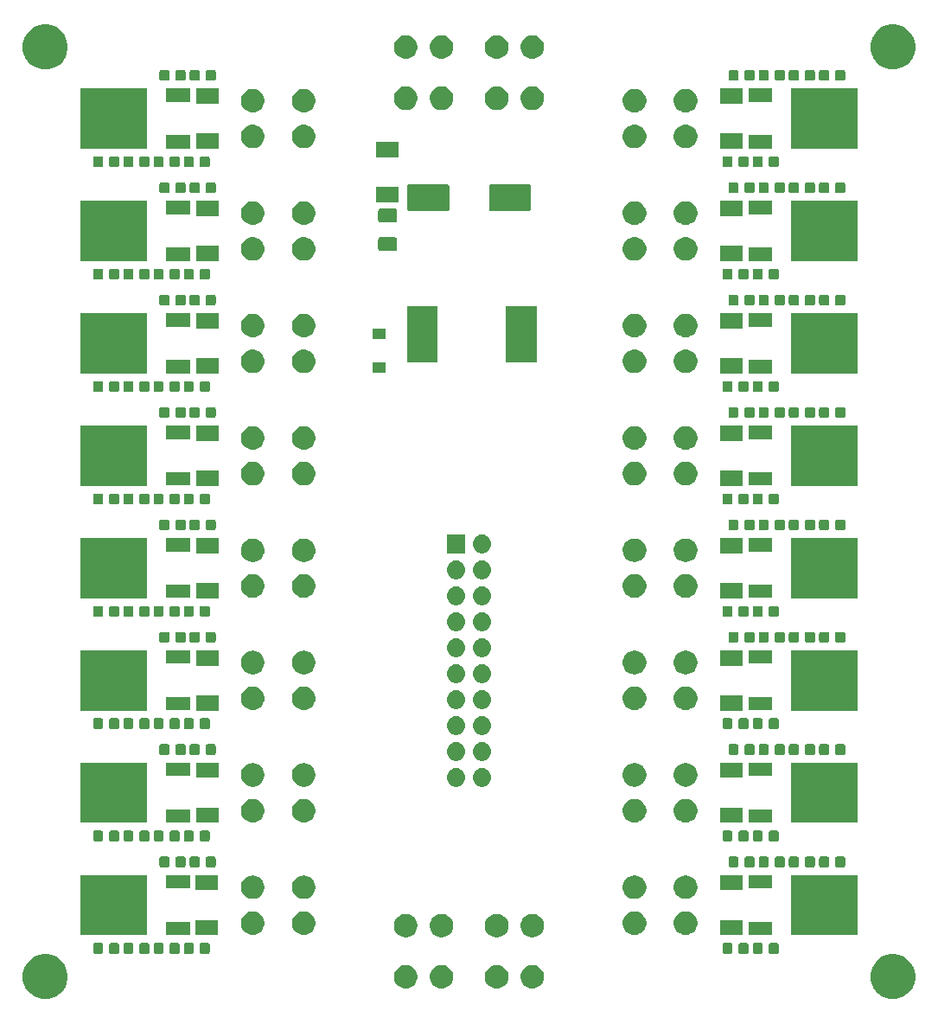
<source format=gbr>
G04 #@! TF.GenerationSoftware,KiCad,Pcbnew,(5.1.0)-1*
G04 #@! TF.CreationDate,2021-04-27T00:48:40+02:00*
G04 #@! TF.ProjectId,Magnetsteuerung,4d61676e-6574-4737-9465-756572756e67,rev?*
G04 #@! TF.SameCoordinates,Original*
G04 #@! TF.FileFunction,Soldermask,Top*
G04 #@! TF.FilePolarity,Negative*
%FSLAX46Y46*%
G04 Gerber Fmt 4.6, Leading zero omitted, Abs format (unit mm)*
G04 Created by KiCad (PCBNEW (5.1.0)-1) date 2021-04-27 00:48:40*
%MOMM*%
%LPD*%
G04 APERTURE LIST*
%ADD10C,0.100000*%
G04 APERTURE END LIST*
D10*
G36*
X177142007Y-124383582D02*
G01*
X177542563Y-124549498D01*
X177542565Y-124549499D01*
X177903056Y-124790371D01*
X178209629Y-125096944D01*
X178378047Y-125349000D01*
X178450502Y-125457437D01*
X178616418Y-125857993D01*
X178701000Y-126283219D01*
X178701000Y-126716781D01*
X178616418Y-127142007D01*
X178459846Y-127520004D01*
X178450501Y-127542565D01*
X178209629Y-127903056D01*
X177903056Y-128209629D01*
X177542565Y-128450501D01*
X177542564Y-128450502D01*
X177542563Y-128450502D01*
X177142007Y-128616418D01*
X176716781Y-128701000D01*
X176283219Y-128701000D01*
X175857993Y-128616418D01*
X175457437Y-128450502D01*
X175457436Y-128450502D01*
X175457435Y-128450501D01*
X175096944Y-128209629D01*
X174790371Y-127903056D01*
X174549499Y-127542565D01*
X174540154Y-127520004D01*
X174383582Y-127142007D01*
X174299000Y-126716781D01*
X174299000Y-126283219D01*
X174383582Y-125857993D01*
X174549498Y-125457437D01*
X174621953Y-125349000D01*
X174790371Y-125096944D01*
X175096944Y-124790371D01*
X175457435Y-124549499D01*
X175457437Y-124549498D01*
X175857993Y-124383582D01*
X176283219Y-124299000D01*
X176716781Y-124299000D01*
X177142007Y-124383582D01*
X177142007Y-124383582D01*
G37*
G36*
X94142007Y-124383582D02*
G01*
X94542563Y-124549498D01*
X94542565Y-124549499D01*
X94903056Y-124790371D01*
X95209629Y-125096944D01*
X95378047Y-125349000D01*
X95450502Y-125457437D01*
X95616418Y-125857993D01*
X95701000Y-126283219D01*
X95701000Y-126716781D01*
X95616418Y-127142007D01*
X95459846Y-127520004D01*
X95450501Y-127542565D01*
X95209629Y-127903056D01*
X94903056Y-128209629D01*
X94542565Y-128450501D01*
X94542564Y-128450502D01*
X94542563Y-128450502D01*
X94142007Y-128616418D01*
X93716781Y-128701000D01*
X93283219Y-128701000D01*
X92857993Y-128616418D01*
X92457437Y-128450502D01*
X92457436Y-128450502D01*
X92457435Y-128450501D01*
X92096944Y-128209629D01*
X91790371Y-127903056D01*
X91549499Y-127542565D01*
X91540154Y-127520004D01*
X91383582Y-127142007D01*
X91299000Y-126716781D01*
X91299000Y-126283219D01*
X91383582Y-125857993D01*
X91549498Y-125457437D01*
X91621953Y-125349000D01*
X91790371Y-125096944D01*
X92096944Y-124790371D01*
X92457435Y-124549499D01*
X92457437Y-124549498D01*
X92857993Y-124383582D01*
X93283219Y-124299000D01*
X93716781Y-124299000D01*
X94142007Y-124383582D01*
X94142007Y-124383582D01*
G37*
G36*
X132524549Y-125371116D02*
G01*
X132635734Y-125393232D01*
X132845203Y-125479997D01*
X133033720Y-125605960D01*
X133194040Y-125766280D01*
X133320003Y-125954797D01*
X133406768Y-126164266D01*
X133451000Y-126386636D01*
X133451000Y-126613364D01*
X133406768Y-126835734D01*
X133320003Y-127045203D01*
X133194040Y-127233720D01*
X133033720Y-127394040D01*
X132845203Y-127520003D01*
X132635734Y-127606768D01*
X132524549Y-127628884D01*
X132413365Y-127651000D01*
X132186635Y-127651000D01*
X132075451Y-127628884D01*
X131964266Y-127606768D01*
X131754797Y-127520003D01*
X131566280Y-127394040D01*
X131405960Y-127233720D01*
X131279997Y-127045203D01*
X131193232Y-126835734D01*
X131149000Y-126613364D01*
X131149000Y-126386636D01*
X131193232Y-126164266D01*
X131279997Y-125954797D01*
X131405960Y-125766280D01*
X131566280Y-125605960D01*
X131754797Y-125479997D01*
X131964266Y-125393232D01*
X132075451Y-125371116D01*
X132186635Y-125349000D01*
X132413365Y-125349000D01*
X132524549Y-125371116D01*
X132524549Y-125371116D01*
G37*
G36*
X141424549Y-125371116D02*
G01*
X141535734Y-125393232D01*
X141745203Y-125479997D01*
X141933720Y-125605960D01*
X142094040Y-125766280D01*
X142220003Y-125954797D01*
X142306768Y-126164266D01*
X142351000Y-126386636D01*
X142351000Y-126613364D01*
X142306768Y-126835734D01*
X142220003Y-127045203D01*
X142094040Y-127233720D01*
X141933720Y-127394040D01*
X141745203Y-127520003D01*
X141535734Y-127606768D01*
X141424549Y-127628884D01*
X141313365Y-127651000D01*
X141086635Y-127651000D01*
X140975451Y-127628884D01*
X140864266Y-127606768D01*
X140654797Y-127520003D01*
X140466280Y-127394040D01*
X140305960Y-127233720D01*
X140179997Y-127045203D01*
X140093232Y-126835734D01*
X140049000Y-126613364D01*
X140049000Y-126386636D01*
X140093232Y-126164266D01*
X140179997Y-125954797D01*
X140305960Y-125766280D01*
X140466280Y-125605960D01*
X140654797Y-125479997D01*
X140864266Y-125393232D01*
X140975451Y-125371116D01*
X141086635Y-125349000D01*
X141313365Y-125349000D01*
X141424549Y-125371116D01*
X141424549Y-125371116D01*
G37*
G36*
X137924549Y-125371116D02*
G01*
X138035734Y-125393232D01*
X138245203Y-125479997D01*
X138433720Y-125605960D01*
X138594040Y-125766280D01*
X138720003Y-125954797D01*
X138806768Y-126164266D01*
X138851000Y-126386636D01*
X138851000Y-126613364D01*
X138806768Y-126835734D01*
X138720003Y-127045203D01*
X138594040Y-127233720D01*
X138433720Y-127394040D01*
X138245203Y-127520003D01*
X138035734Y-127606768D01*
X137924549Y-127628884D01*
X137813365Y-127651000D01*
X137586635Y-127651000D01*
X137475451Y-127628884D01*
X137364266Y-127606768D01*
X137154797Y-127520003D01*
X136966280Y-127394040D01*
X136805960Y-127233720D01*
X136679997Y-127045203D01*
X136593232Y-126835734D01*
X136549000Y-126613364D01*
X136549000Y-126386636D01*
X136593232Y-126164266D01*
X136679997Y-125954797D01*
X136805960Y-125766280D01*
X136966280Y-125605960D01*
X137154797Y-125479997D01*
X137364266Y-125393232D01*
X137475451Y-125371116D01*
X137586635Y-125349000D01*
X137813365Y-125349000D01*
X137924549Y-125371116D01*
X137924549Y-125371116D01*
G37*
G36*
X129024549Y-125371116D02*
G01*
X129135734Y-125393232D01*
X129345203Y-125479997D01*
X129533720Y-125605960D01*
X129694040Y-125766280D01*
X129820003Y-125954797D01*
X129906768Y-126164266D01*
X129951000Y-126386636D01*
X129951000Y-126613364D01*
X129906768Y-126835734D01*
X129820003Y-127045203D01*
X129694040Y-127233720D01*
X129533720Y-127394040D01*
X129345203Y-127520003D01*
X129135734Y-127606768D01*
X129024549Y-127628884D01*
X128913365Y-127651000D01*
X128686635Y-127651000D01*
X128575451Y-127628884D01*
X128464266Y-127606768D01*
X128254797Y-127520003D01*
X128066280Y-127394040D01*
X127905960Y-127233720D01*
X127779997Y-127045203D01*
X127693232Y-126835734D01*
X127649000Y-126613364D01*
X127649000Y-126386636D01*
X127693232Y-126164266D01*
X127779997Y-125954797D01*
X127905960Y-125766280D01*
X128066280Y-125605960D01*
X128254797Y-125479997D01*
X128464266Y-125393232D01*
X128575451Y-125371116D01*
X128686635Y-125349000D01*
X128913365Y-125349000D01*
X129024549Y-125371116D01*
X129024549Y-125371116D01*
G37*
G36*
X107884591Y-123208085D02*
G01*
X107918569Y-123218393D01*
X107949890Y-123235134D01*
X107977339Y-123257661D01*
X107999866Y-123285110D01*
X108016607Y-123316431D01*
X108026915Y-123350409D01*
X108031000Y-123391890D01*
X108031000Y-124068110D01*
X108026915Y-124109591D01*
X108016607Y-124143569D01*
X107999866Y-124174890D01*
X107977339Y-124202339D01*
X107949890Y-124224866D01*
X107918569Y-124241607D01*
X107884591Y-124251915D01*
X107843110Y-124256000D01*
X107241890Y-124256000D01*
X107200409Y-124251915D01*
X107166431Y-124241607D01*
X107135110Y-124224866D01*
X107107661Y-124202339D01*
X107085134Y-124174890D01*
X107068393Y-124143569D01*
X107058085Y-124109591D01*
X107054000Y-124068110D01*
X107054000Y-123391890D01*
X107058085Y-123350409D01*
X107068393Y-123316431D01*
X107085134Y-123285110D01*
X107107661Y-123257661D01*
X107135110Y-123235134D01*
X107166431Y-123218393D01*
X107200409Y-123208085D01*
X107241890Y-123204000D01*
X107843110Y-123204000D01*
X107884591Y-123208085D01*
X107884591Y-123208085D01*
G37*
G36*
X100579591Y-123208085D02*
G01*
X100613569Y-123218393D01*
X100644890Y-123235134D01*
X100672339Y-123257661D01*
X100694866Y-123285110D01*
X100711607Y-123316431D01*
X100721915Y-123350409D01*
X100726000Y-123391890D01*
X100726000Y-124068110D01*
X100721915Y-124109591D01*
X100711607Y-124143569D01*
X100694866Y-124174890D01*
X100672339Y-124202339D01*
X100644890Y-124224866D01*
X100613569Y-124241607D01*
X100579591Y-124251915D01*
X100538110Y-124256000D01*
X99936890Y-124256000D01*
X99895409Y-124251915D01*
X99861431Y-124241607D01*
X99830110Y-124224866D01*
X99802661Y-124202339D01*
X99780134Y-124174890D01*
X99763393Y-124143569D01*
X99753085Y-124109591D01*
X99749000Y-124068110D01*
X99749000Y-123391890D01*
X99753085Y-123350409D01*
X99763393Y-123316431D01*
X99780134Y-123285110D01*
X99802661Y-123257661D01*
X99830110Y-123235134D01*
X99861431Y-123218393D01*
X99895409Y-123208085D01*
X99936890Y-123204000D01*
X100538110Y-123204000D01*
X100579591Y-123208085D01*
X100579591Y-123208085D01*
G37*
G36*
X106499591Y-123208085D02*
G01*
X106533569Y-123218393D01*
X106564890Y-123235134D01*
X106592339Y-123257661D01*
X106614866Y-123285110D01*
X106631607Y-123316431D01*
X106641915Y-123350409D01*
X106646000Y-123391890D01*
X106646000Y-124068110D01*
X106641915Y-124109591D01*
X106631607Y-124143569D01*
X106614866Y-124174890D01*
X106592339Y-124202339D01*
X106564890Y-124224866D01*
X106533569Y-124241607D01*
X106499591Y-124251915D01*
X106458110Y-124256000D01*
X105856890Y-124256000D01*
X105815409Y-124251915D01*
X105781431Y-124241607D01*
X105750110Y-124224866D01*
X105722661Y-124202339D01*
X105700134Y-124174890D01*
X105683393Y-124143569D01*
X105673085Y-124109591D01*
X105669000Y-124068110D01*
X105669000Y-123391890D01*
X105673085Y-123350409D01*
X105683393Y-123316431D01*
X105700134Y-123285110D01*
X105722661Y-123257661D01*
X105750110Y-123235134D01*
X105781431Y-123218393D01*
X105815409Y-123208085D01*
X105856890Y-123204000D01*
X106458110Y-123204000D01*
X106499591Y-123208085D01*
X106499591Y-123208085D01*
G37*
G36*
X104924591Y-123208085D02*
G01*
X104958569Y-123218393D01*
X104989890Y-123235134D01*
X105017339Y-123257661D01*
X105039866Y-123285110D01*
X105056607Y-123316431D01*
X105066915Y-123350409D01*
X105071000Y-123391890D01*
X105071000Y-124068110D01*
X105066915Y-124109591D01*
X105056607Y-124143569D01*
X105039866Y-124174890D01*
X105017339Y-124202339D01*
X104989890Y-124224866D01*
X104958569Y-124241607D01*
X104924591Y-124251915D01*
X104883110Y-124256000D01*
X104281890Y-124256000D01*
X104240409Y-124251915D01*
X104206431Y-124241607D01*
X104175110Y-124224866D01*
X104147661Y-124202339D01*
X104125134Y-124174890D01*
X104108393Y-124143569D01*
X104098085Y-124109591D01*
X104094000Y-124068110D01*
X104094000Y-123391890D01*
X104098085Y-123350409D01*
X104108393Y-123316431D01*
X104125134Y-123285110D01*
X104147661Y-123257661D01*
X104175110Y-123235134D01*
X104206431Y-123218393D01*
X104240409Y-123208085D01*
X104281890Y-123204000D01*
X104883110Y-123204000D01*
X104924591Y-123208085D01*
X104924591Y-123208085D01*
G37*
G36*
X103539591Y-123208085D02*
G01*
X103573569Y-123218393D01*
X103604890Y-123235134D01*
X103632339Y-123257661D01*
X103654866Y-123285110D01*
X103671607Y-123316431D01*
X103681915Y-123350409D01*
X103686000Y-123391890D01*
X103686000Y-124068110D01*
X103681915Y-124109591D01*
X103671607Y-124143569D01*
X103654866Y-124174890D01*
X103632339Y-124202339D01*
X103604890Y-124224866D01*
X103573569Y-124241607D01*
X103539591Y-124251915D01*
X103498110Y-124256000D01*
X102896890Y-124256000D01*
X102855409Y-124251915D01*
X102821431Y-124241607D01*
X102790110Y-124224866D01*
X102762661Y-124202339D01*
X102740134Y-124174890D01*
X102723393Y-124143569D01*
X102713085Y-124109591D01*
X102709000Y-124068110D01*
X102709000Y-123391890D01*
X102713085Y-123350409D01*
X102723393Y-123316431D01*
X102740134Y-123285110D01*
X102762661Y-123257661D01*
X102790110Y-123235134D01*
X102821431Y-123218393D01*
X102855409Y-123208085D01*
X102896890Y-123204000D01*
X103498110Y-123204000D01*
X103539591Y-123208085D01*
X103539591Y-123208085D01*
G37*
G36*
X101964591Y-123208085D02*
G01*
X101998569Y-123218393D01*
X102029890Y-123235134D01*
X102057339Y-123257661D01*
X102079866Y-123285110D01*
X102096607Y-123316431D01*
X102106915Y-123350409D01*
X102111000Y-123391890D01*
X102111000Y-124068110D01*
X102106915Y-124109591D01*
X102096607Y-124143569D01*
X102079866Y-124174890D01*
X102057339Y-124202339D01*
X102029890Y-124224866D01*
X101998569Y-124241607D01*
X101964591Y-124251915D01*
X101923110Y-124256000D01*
X101321890Y-124256000D01*
X101280409Y-124251915D01*
X101246431Y-124241607D01*
X101215110Y-124224866D01*
X101187661Y-124202339D01*
X101165134Y-124174890D01*
X101148393Y-124143569D01*
X101138085Y-124109591D01*
X101134000Y-124068110D01*
X101134000Y-123391890D01*
X101138085Y-123350409D01*
X101148393Y-123316431D01*
X101165134Y-123285110D01*
X101187661Y-123257661D01*
X101215110Y-123235134D01*
X101246431Y-123218393D01*
X101280409Y-123208085D01*
X101321890Y-123204000D01*
X101923110Y-123204000D01*
X101964591Y-123208085D01*
X101964591Y-123208085D01*
G37*
G36*
X109459591Y-123208085D02*
G01*
X109493569Y-123218393D01*
X109524890Y-123235134D01*
X109552339Y-123257661D01*
X109574866Y-123285110D01*
X109591607Y-123316431D01*
X109601915Y-123350409D01*
X109606000Y-123391890D01*
X109606000Y-124068110D01*
X109601915Y-124109591D01*
X109591607Y-124143569D01*
X109574866Y-124174890D01*
X109552339Y-124202339D01*
X109524890Y-124224866D01*
X109493569Y-124241607D01*
X109459591Y-124251915D01*
X109418110Y-124256000D01*
X108816890Y-124256000D01*
X108775409Y-124251915D01*
X108741431Y-124241607D01*
X108710110Y-124224866D01*
X108682661Y-124202339D01*
X108660134Y-124174890D01*
X108643393Y-124143569D01*
X108633085Y-124109591D01*
X108629000Y-124068110D01*
X108629000Y-123391890D01*
X108633085Y-123350409D01*
X108643393Y-123316431D01*
X108660134Y-123285110D01*
X108682661Y-123257661D01*
X108710110Y-123235134D01*
X108741431Y-123218393D01*
X108775409Y-123208085D01*
X108816890Y-123204000D01*
X109418110Y-123204000D01*
X109459591Y-123208085D01*
X109459591Y-123208085D01*
G37*
G36*
X162219591Y-123208085D02*
G01*
X162253569Y-123218393D01*
X162284890Y-123235134D01*
X162312339Y-123257661D01*
X162334866Y-123285110D01*
X162351607Y-123316431D01*
X162361915Y-123350409D01*
X162366000Y-123391890D01*
X162366000Y-124068110D01*
X162361915Y-124109591D01*
X162351607Y-124143569D01*
X162334866Y-124174890D01*
X162312339Y-124202339D01*
X162284890Y-124224866D01*
X162253569Y-124241607D01*
X162219591Y-124251915D01*
X162178110Y-124256000D01*
X161576890Y-124256000D01*
X161535409Y-124251915D01*
X161501431Y-124241607D01*
X161470110Y-124224866D01*
X161442661Y-124202339D01*
X161420134Y-124174890D01*
X161403393Y-124143569D01*
X161393085Y-124109591D01*
X161389000Y-124068110D01*
X161389000Y-123391890D01*
X161393085Y-123350409D01*
X161403393Y-123316431D01*
X161420134Y-123285110D01*
X161442661Y-123257661D01*
X161470110Y-123235134D01*
X161501431Y-123218393D01*
X161535409Y-123208085D01*
X161576890Y-123204000D01*
X162178110Y-123204000D01*
X162219591Y-123208085D01*
X162219591Y-123208085D01*
G37*
G36*
X99004591Y-123208085D02*
G01*
X99038569Y-123218393D01*
X99069890Y-123235134D01*
X99097339Y-123257661D01*
X99119866Y-123285110D01*
X99136607Y-123316431D01*
X99146915Y-123350409D01*
X99151000Y-123391890D01*
X99151000Y-124068110D01*
X99146915Y-124109591D01*
X99136607Y-124143569D01*
X99119866Y-124174890D01*
X99097339Y-124202339D01*
X99069890Y-124224866D01*
X99038569Y-124241607D01*
X99004591Y-124251915D01*
X98963110Y-124256000D01*
X98361890Y-124256000D01*
X98320409Y-124251915D01*
X98286431Y-124241607D01*
X98255110Y-124224866D01*
X98227661Y-124202339D01*
X98205134Y-124174890D01*
X98188393Y-124143569D01*
X98178085Y-124109591D01*
X98174000Y-124068110D01*
X98174000Y-123391890D01*
X98178085Y-123350409D01*
X98188393Y-123316431D01*
X98205134Y-123285110D01*
X98227661Y-123257661D01*
X98255110Y-123235134D01*
X98286431Y-123218393D01*
X98320409Y-123208085D01*
X98361890Y-123204000D01*
X98963110Y-123204000D01*
X99004591Y-123208085D01*
X99004591Y-123208085D01*
G37*
G36*
X160644591Y-123208085D02*
G01*
X160678569Y-123218393D01*
X160709890Y-123235134D01*
X160737339Y-123257661D01*
X160759866Y-123285110D01*
X160776607Y-123316431D01*
X160786915Y-123350409D01*
X160791000Y-123391890D01*
X160791000Y-124068110D01*
X160786915Y-124109591D01*
X160776607Y-124143569D01*
X160759866Y-124174890D01*
X160737339Y-124202339D01*
X160709890Y-124224866D01*
X160678569Y-124241607D01*
X160644591Y-124251915D01*
X160603110Y-124256000D01*
X160001890Y-124256000D01*
X159960409Y-124251915D01*
X159926431Y-124241607D01*
X159895110Y-124224866D01*
X159867661Y-124202339D01*
X159845134Y-124174890D01*
X159828393Y-124143569D01*
X159818085Y-124109591D01*
X159814000Y-124068110D01*
X159814000Y-123391890D01*
X159818085Y-123350409D01*
X159828393Y-123316431D01*
X159845134Y-123285110D01*
X159867661Y-123257661D01*
X159895110Y-123235134D01*
X159926431Y-123218393D01*
X159960409Y-123208085D01*
X160001890Y-123204000D01*
X160603110Y-123204000D01*
X160644591Y-123208085D01*
X160644591Y-123208085D01*
G37*
G36*
X165179591Y-123208085D02*
G01*
X165213569Y-123218393D01*
X165244890Y-123235134D01*
X165272339Y-123257661D01*
X165294866Y-123285110D01*
X165311607Y-123316431D01*
X165321915Y-123350409D01*
X165326000Y-123391890D01*
X165326000Y-124068110D01*
X165321915Y-124109591D01*
X165311607Y-124143569D01*
X165294866Y-124174890D01*
X165272339Y-124202339D01*
X165244890Y-124224866D01*
X165213569Y-124241607D01*
X165179591Y-124251915D01*
X165138110Y-124256000D01*
X164536890Y-124256000D01*
X164495409Y-124251915D01*
X164461431Y-124241607D01*
X164430110Y-124224866D01*
X164402661Y-124202339D01*
X164380134Y-124174890D01*
X164363393Y-124143569D01*
X164353085Y-124109591D01*
X164349000Y-124068110D01*
X164349000Y-123391890D01*
X164353085Y-123350409D01*
X164363393Y-123316431D01*
X164380134Y-123285110D01*
X164402661Y-123257661D01*
X164430110Y-123235134D01*
X164461431Y-123218393D01*
X164495409Y-123208085D01*
X164536890Y-123204000D01*
X165138110Y-123204000D01*
X165179591Y-123208085D01*
X165179591Y-123208085D01*
G37*
G36*
X163604591Y-123208085D02*
G01*
X163638569Y-123218393D01*
X163669890Y-123235134D01*
X163697339Y-123257661D01*
X163719866Y-123285110D01*
X163736607Y-123316431D01*
X163746915Y-123350409D01*
X163751000Y-123391890D01*
X163751000Y-124068110D01*
X163746915Y-124109591D01*
X163736607Y-124143569D01*
X163719866Y-124174890D01*
X163697339Y-124202339D01*
X163669890Y-124224866D01*
X163638569Y-124241607D01*
X163604591Y-124251915D01*
X163563110Y-124256000D01*
X162961890Y-124256000D01*
X162920409Y-124251915D01*
X162886431Y-124241607D01*
X162855110Y-124224866D01*
X162827661Y-124202339D01*
X162805134Y-124174890D01*
X162788393Y-124143569D01*
X162778085Y-124109591D01*
X162774000Y-124068110D01*
X162774000Y-123391890D01*
X162778085Y-123350409D01*
X162788393Y-123316431D01*
X162805134Y-123285110D01*
X162827661Y-123257661D01*
X162855110Y-123235134D01*
X162886431Y-123218393D01*
X162920409Y-123208085D01*
X162961890Y-123204000D01*
X163563110Y-123204000D01*
X163604591Y-123208085D01*
X163604591Y-123208085D01*
G37*
G36*
X141424549Y-120371116D02*
G01*
X141535734Y-120393232D01*
X141745203Y-120479997D01*
X141933720Y-120605960D01*
X142094040Y-120766280D01*
X142220003Y-120954797D01*
X142306768Y-121164266D01*
X142351000Y-121386636D01*
X142351000Y-121613364D01*
X142306768Y-121835734D01*
X142220003Y-122045203D01*
X142094040Y-122233720D01*
X141933720Y-122394040D01*
X141745203Y-122520003D01*
X141535734Y-122606768D01*
X141424549Y-122628884D01*
X141313365Y-122651000D01*
X141086635Y-122651000D01*
X140975451Y-122628884D01*
X140864266Y-122606768D01*
X140654797Y-122520003D01*
X140466280Y-122394040D01*
X140305960Y-122233720D01*
X140179997Y-122045203D01*
X140093232Y-121835734D01*
X140049000Y-121613364D01*
X140049000Y-121386636D01*
X140093232Y-121164266D01*
X140179997Y-120954797D01*
X140305960Y-120766280D01*
X140466280Y-120605960D01*
X140654797Y-120479997D01*
X140864266Y-120393232D01*
X140975451Y-120371116D01*
X141086635Y-120349000D01*
X141313365Y-120349000D01*
X141424549Y-120371116D01*
X141424549Y-120371116D01*
G37*
G36*
X137924549Y-120371116D02*
G01*
X138035734Y-120393232D01*
X138245203Y-120479997D01*
X138433720Y-120605960D01*
X138594040Y-120766280D01*
X138720003Y-120954797D01*
X138806768Y-121164266D01*
X138851000Y-121386636D01*
X138851000Y-121613364D01*
X138806768Y-121835734D01*
X138720003Y-122045203D01*
X138594040Y-122233720D01*
X138433720Y-122394040D01*
X138245203Y-122520003D01*
X138035734Y-122606768D01*
X137924549Y-122628884D01*
X137813365Y-122651000D01*
X137586635Y-122651000D01*
X137475451Y-122628884D01*
X137364266Y-122606768D01*
X137154797Y-122520003D01*
X136966280Y-122394040D01*
X136805960Y-122233720D01*
X136679997Y-122045203D01*
X136593232Y-121835734D01*
X136549000Y-121613364D01*
X136549000Y-121386636D01*
X136593232Y-121164266D01*
X136679997Y-120954797D01*
X136805960Y-120766280D01*
X136966280Y-120605960D01*
X137154797Y-120479997D01*
X137364266Y-120393232D01*
X137475451Y-120371116D01*
X137586635Y-120349000D01*
X137813365Y-120349000D01*
X137924549Y-120371116D01*
X137924549Y-120371116D01*
G37*
G36*
X132524549Y-120371116D02*
G01*
X132635734Y-120393232D01*
X132845203Y-120479997D01*
X133033720Y-120605960D01*
X133194040Y-120766280D01*
X133320003Y-120954797D01*
X133406768Y-121164266D01*
X133451000Y-121386636D01*
X133451000Y-121613364D01*
X133406768Y-121835734D01*
X133320003Y-122045203D01*
X133194040Y-122233720D01*
X133033720Y-122394040D01*
X132845203Y-122520003D01*
X132635734Y-122606768D01*
X132524549Y-122628884D01*
X132413365Y-122651000D01*
X132186635Y-122651000D01*
X132075451Y-122628884D01*
X131964266Y-122606768D01*
X131754797Y-122520003D01*
X131566280Y-122394040D01*
X131405960Y-122233720D01*
X131279997Y-122045203D01*
X131193232Y-121835734D01*
X131149000Y-121613364D01*
X131149000Y-121386636D01*
X131193232Y-121164266D01*
X131279997Y-120954797D01*
X131405960Y-120766280D01*
X131566280Y-120605960D01*
X131754797Y-120479997D01*
X131964266Y-120393232D01*
X132075451Y-120371116D01*
X132186635Y-120349000D01*
X132413365Y-120349000D01*
X132524549Y-120371116D01*
X132524549Y-120371116D01*
G37*
G36*
X129024549Y-120371116D02*
G01*
X129135734Y-120393232D01*
X129345203Y-120479997D01*
X129533720Y-120605960D01*
X129694040Y-120766280D01*
X129820003Y-120954797D01*
X129906768Y-121164266D01*
X129951000Y-121386636D01*
X129951000Y-121613364D01*
X129906768Y-121835734D01*
X129820003Y-122045203D01*
X129694040Y-122233720D01*
X129533720Y-122394040D01*
X129345203Y-122520003D01*
X129135734Y-122606768D01*
X129024549Y-122628884D01*
X128913365Y-122651000D01*
X128686635Y-122651000D01*
X128575451Y-122628884D01*
X128464266Y-122606768D01*
X128254797Y-122520003D01*
X128066280Y-122394040D01*
X127905960Y-122233720D01*
X127779997Y-122045203D01*
X127693232Y-121835734D01*
X127649000Y-121613364D01*
X127649000Y-121386636D01*
X127693232Y-121164266D01*
X127779997Y-120954797D01*
X127905960Y-120766280D01*
X128066280Y-120605960D01*
X128254797Y-120479997D01*
X128464266Y-120393232D01*
X128575451Y-120371116D01*
X128686635Y-120349000D01*
X128913365Y-120349000D01*
X129024549Y-120371116D01*
X129024549Y-120371116D01*
G37*
G36*
X161801000Y-122451000D02*
G01*
X159599000Y-122451000D01*
X159599000Y-120949000D01*
X161801000Y-120949000D01*
X161801000Y-122451000D01*
X161801000Y-122451000D01*
G37*
G36*
X110401000Y-122451000D02*
G01*
X108199000Y-122451000D01*
X108199000Y-120949000D01*
X110401000Y-120949000D01*
X110401000Y-122451000D01*
X110401000Y-122451000D01*
G37*
G36*
X103451000Y-122451000D02*
G01*
X96949000Y-122451000D01*
X96949000Y-116549000D01*
X103451000Y-116549000D01*
X103451000Y-122451000D01*
X103451000Y-122451000D01*
G37*
G36*
X173051000Y-122451000D02*
G01*
X166549000Y-122451000D01*
X166549000Y-116549000D01*
X173051000Y-116549000D01*
X173051000Y-122451000D01*
X173051000Y-122451000D01*
G37*
G36*
X164651000Y-122431000D02*
G01*
X162349000Y-122431000D01*
X162349000Y-121129000D01*
X164651000Y-121129000D01*
X164651000Y-122431000D01*
X164651000Y-122431000D01*
G37*
G36*
X107651000Y-122431000D02*
G01*
X105349000Y-122431000D01*
X105349000Y-121129000D01*
X107651000Y-121129000D01*
X107651000Y-122431000D01*
X107651000Y-122431000D01*
G37*
G36*
X151424549Y-120121116D02*
G01*
X151535734Y-120143232D01*
X151745203Y-120229997D01*
X151933720Y-120355960D01*
X152094040Y-120516280D01*
X152220003Y-120704797D01*
X152306768Y-120914266D01*
X152351000Y-121136636D01*
X152351000Y-121363364D01*
X152306768Y-121585734D01*
X152220003Y-121795203D01*
X152094040Y-121983720D01*
X151933720Y-122144040D01*
X151745203Y-122270003D01*
X151535734Y-122356768D01*
X151424549Y-122378884D01*
X151313365Y-122401000D01*
X151086635Y-122401000D01*
X150975451Y-122378884D01*
X150864266Y-122356768D01*
X150654797Y-122270003D01*
X150466280Y-122144040D01*
X150305960Y-121983720D01*
X150179997Y-121795203D01*
X150093232Y-121585734D01*
X150049000Y-121363364D01*
X150049000Y-121136636D01*
X150093232Y-120914266D01*
X150179997Y-120704797D01*
X150305960Y-120516280D01*
X150466280Y-120355960D01*
X150654797Y-120229997D01*
X150864266Y-120143232D01*
X150975451Y-120121116D01*
X151086635Y-120099000D01*
X151313365Y-120099000D01*
X151424549Y-120121116D01*
X151424549Y-120121116D01*
G37*
G36*
X156424549Y-120121116D02*
G01*
X156535734Y-120143232D01*
X156745203Y-120229997D01*
X156933720Y-120355960D01*
X157094040Y-120516280D01*
X157220003Y-120704797D01*
X157306768Y-120914266D01*
X157351000Y-121136636D01*
X157351000Y-121363364D01*
X157306768Y-121585734D01*
X157220003Y-121795203D01*
X157094040Y-121983720D01*
X156933720Y-122144040D01*
X156745203Y-122270003D01*
X156535734Y-122356768D01*
X156424549Y-122378884D01*
X156313365Y-122401000D01*
X156086635Y-122401000D01*
X155975451Y-122378884D01*
X155864266Y-122356768D01*
X155654797Y-122270003D01*
X155466280Y-122144040D01*
X155305960Y-121983720D01*
X155179997Y-121795203D01*
X155093232Y-121585734D01*
X155049000Y-121363364D01*
X155049000Y-121136636D01*
X155093232Y-120914266D01*
X155179997Y-120704797D01*
X155305960Y-120516280D01*
X155466280Y-120355960D01*
X155654797Y-120229997D01*
X155864266Y-120143232D01*
X155975451Y-120121116D01*
X156086635Y-120099000D01*
X156313365Y-120099000D01*
X156424549Y-120121116D01*
X156424549Y-120121116D01*
G37*
G36*
X114024549Y-120121116D02*
G01*
X114135734Y-120143232D01*
X114345203Y-120229997D01*
X114533720Y-120355960D01*
X114694040Y-120516280D01*
X114820003Y-120704797D01*
X114906768Y-120914266D01*
X114951000Y-121136636D01*
X114951000Y-121363364D01*
X114906768Y-121585734D01*
X114820003Y-121795203D01*
X114694040Y-121983720D01*
X114533720Y-122144040D01*
X114345203Y-122270003D01*
X114135734Y-122356768D01*
X114024549Y-122378884D01*
X113913365Y-122401000D01*
X113686635Y-122401000D01*
X113575451Y-122378884D01*
X113464266Y-122356768D01*
X113254797Y-122270003D01*
X113066280Y-122144040D01*
X112905960Y-121983720D01*
X112779997Y-121795203D01*
X112693232Y-121585734D01*
X112649000Y-121363364D01*
X112649000Y-121136636D01*
X112693232Y-120914266D01*
X112779997Y-120704797D01*
X112905960Y-120516280D01*
X113066280Y-120355960D01*
X113254797Y-120229997D01*
X113464266Y-120143232D01*
X113575451Y-120121116D01*
X113686635Y-120099000D01*
X113913365Y-120099000D01*
X114024549Y-120121116D01*
X114024549Y-120121116D01*
G37*
G36*
X119024549Y-120121116D02*
G01*
X119135734Y-120143232D01*
X119345203Y-120229997D01*
X119533720Y-120355960D01*
X119694040Y-120516280D01*
X119820003Y-120704797D01*
X119906768Y-120914266D01*
X119951000Y-121136636D01*
X119951000Y-121363364D01*
X119906768Y-121585734D01*
X119820003Y-121795203D01*
X119694040Y-121983720D01*
X119533720Y-122144040D01*
X119345203Y-122270003D01*
X119135734Y-122356768D01*
X119024549Y-122378884D01*
X118913365Y-122401000D01*
X118686635Y-122401000D01*
X118575451Y-122378884D01*
X118464266Y-122356768D01*
X118254797Y-122270003D01*
X118066280Y-122144040D01*
X117905960Y-121983720D01*
X117779997Y-121795203D01*
X117693232Y-121585734D01*
X117649000Y-121363364D01*
X117649000Y-121136636D01*
X117693232Y-120914266D01*
X117779997Y-120704797D01*
X117905960Y-120516280D01*
X118066280Y-120355960D01*
X118254797Y-120229997D01*
X118464266Y-120143232D01*
X118575451Y-120121116D01*
X118686635Y-120099000D01*
X118913365Y-120099000D01*
X119024549Y-120121116D01*
X119024549Y-120121116D01*
G37*
G36*
X119024549Y-116621116D02*
G01*
X119135734Y-116643232D01*
X119345203Y-116729997D01*
X119533720Y-116855960D01*
X119694040Y-117016280D01*
X119820003Y-117204797D01*
X119906768Y-117414266D01*
X119951000Y-117636636D01*
X119951000Y-117863364D01*
X119906768Y-118085734D01*
X119820003Y-118295203D01*
X119694040Y-118483720D01*
X119533720Y-118644040D01*
X119345203Y-118770003D01*
X119135734Y-118856768D01*
X119024549Y-118878884D01*
X118913365Y-118901000D01*
X118686635Y-118901000D01*
X118575451Y-118878884D01*
X118464266Y-118856768D01*
X118254797Y-118770003D01*
X118066280Y-118644040D01*
X117905960Y-118483720D01*
X117779997Y-118295203D01*
X117693232Y-118085734D01*
X117649000Y-117863364D01*
X117649000Y-117636636D01*
X117693232Y-117414266D01*
X117779997Y-117204797D01*
X117905960Y-117016280D01*
X118066280Y-116855960D01*
X118254797Y-116729997D01*
X118464266Y-116643232D01*
X118575451Y-116621116D01*
X118686635Y-116599000D01*
X118913365Y-116599000D01*
X119024549Y-116621116D01*
X119024549Y-116621116D01*
G37*
G36*
X151424549Y-116621116D02*
G01*
X151535734Y-116643232D01*
X151745203Y-116729997D01*
X151933720Y-116855960D01*
X152094040Y-117016280D01*
X152220003Y-117204797D01*
X152306768Y-117414266D01*
X152351000Y-117636636D01*
X152351000Y-117863364D01*
X152306768Y-118085734D01*
X152220003Y-118295203D01*
X152094040Y-118483720D01*
X151933720Y-118644040D01*
X151745203Y-118770003D01*
X151535734Y-118856768D01*
X151424549Y-118878884D01*
X151313365Y-118901000D01*
X151086635Y-118901000D01*
X150975451Y-118878884D01*
X150864266Y-118856768D01*
X150654797Y-118770003D01*
X150466280Y-118644040D01*
X150305960Y-118483720D01*
X150179997Y-118295203D01*
X150093232Y-118085734D01*
X150049000Y-117863364D01*
X150049000Y-117636636D01*
X150093232Y-117414266D01*
X150179997Y-117204797D01*
X150305960Y-117016280D01*
X150466280Y-116855960D01*
X150654797Y-116729997D01*
X150864266Y-116643232D01*
X150975451Y-116621116D01*
X151086635Y-116599000D01*
X151313365Y-116599000D01*
X151424549Y-116621116D01*
X151424549Y-116621116D01*
G37*
G36*
X156424549Y-116621116D02*
G01*
X156535734Y-116643232D01*
X156745203Y-116729997D01*
X156933720Y-116855960D01*
X157094040Y-117016280D01*
X157220003Y-117204797D01*
X157306768Y-117414266D01*
X157351000Y-117636636D01*
X157351000Y-117863364D01*
X157306768Y-118085734D01*
X157220003Y-118295203D01*
X157094040Y-118483720D01*
X156933720Y-118644040D01*
X156745203Y-118770003D01*
X156535734Y-118856768D01*
X156424549Y-118878884D01*
X156313365Y-118901000D01*
X156086635Y-118901000D01*
X155975451Y-118878884D01*
X155864266Y-118856768D01*
X155654797Y-118770003D01*
X155466280Y-118644040D01*
X155305960Y-118483720D01*
X155179997Y-118295203D01*
X155093232Y-118085734D01*
X155049000Y-117863364D01*
X155049000Y-117636636D01*
X155093232Y-117414266D01*
X155179997Y-117204797D01*
X155305960Y-117016280D01*
X155466280Y-116855960D01*
X155654797Y-116729997D01*
X155864266Y-116643232D01*
X155975451Y-116621116D01*
X156086635Y-116599000D01*
X156313365Y-116599000D01*
X156424549Y-116621116D01*
X156424549Y-116621116D01*
G37*
G36*
X114024549Y-116621116D02*
G01*
X114135734Y-116643232D01*
X114345203Y-116729997D01*
X114533720Y-116855960D01*
X114694040Y-117016280D01*
X114820003Y-117204797D01*
X114906768Y-117414266D01*
X114951000Y-117636636D01*
X114951000Y-117863364D01*
X114906768Y-118085734D01*
X114820003Y-118295203D01*
X114694040Y-118483720D01*
X114533720Y-118644040D01*
X114345203Y-118770003D01*
X114135734Y-118856768D01*
X114024549Y-118878884D01*
X113913365Y-118901000D01*
X113686635Y-118901000D01*
X113575451Y-118878884D01*
X113464266Y-118856768D01*
X113254797Y-118770003D01*
X113066280Y-118644040D01*
X112905960Y-118483720D01*
X112779997Y-118295203D01*
X112693232Y-118085734D01*
X112649000Y-117863364D01*
X112649000Y-117636636D01*
X112693232Y-117414266D01*
X112779997Y-117204797D01*
X112905960Y-117016280D01*
X113066280Y-116855960D01*
X113254797Y-116729997D01*
X113464266Y-116643232D01*
X113575451Y-116621116D01*
X113686635Y-116599000D01*
X113913365Y-116599000D01*
X114024549Y-116621116D01*
X114024549Y-116621116D01*
G37*
G36*
X110401000Y-118051000D02*
G01*
X108199000Y-118051000D01*
X108199000Y-116549000D01*
X110401000Y-116549000D01*
X110401000Y-118051000D01*
X110401000Y-118051000D01*
G37*
G36*
X161801000Y-118051000D02*
G01*
X159599000Y-118051000D01*
X159599000Y-116549000D01*
X161801000Y-116549000D01*
X161801000Y-118051000D01*
X161801000Y-118051000D01*
G37*
G36*
X164651000Y-117871000D02*
G01*
X162349000Y-117871000D01*
X162349000Y-116569000D01*
X164651000Y-116569000D01*
X164651000Y-117871000D01*
X164651000Y-117871000D01*
G37*
G36*
X107651000Y-117871000D02*
G01*
X105349000Y-117871000D01*
X105349000Y-116569000D01*
X107651000Y-116569000D01*
X107651000Y-117871000D01*
X107651000Y-117871000D01*
G37*
G36*
X165764591Y-114748085D02*
G01*
X165798569Y-114758393D01*
X165829890Y-114775134D01*
X165857339Y-114797661D01*
X165879866Y-114825110D01*
X165896607Y-114856431D01*
X165906915Y-114890409D01*
X165911000Y-114931890D01*
X165911000Y-115608110D01*
X165906915Y-115649591D01*
X165896607Y-115683569D01*
X165879866Y-115714890D01*
X165857339Y-115742339D01*
X165829890Y-115764866D01*
X165798569Y-115781607D01*
X165764591Y-115791915D01*
X165723110Y-115796000D01*
X165121890Y-115796000D01*
X165080409Y-115791915D01*
X165046431Y-115781607D01*
X165015110Y-115764866D01*
X164987661Y-115742339D01*
X164965134Y-115714890D01*
X164948393Y-115683569D01*
X164938085Y-115649591D01*
X164934000Y-115608110D01*
X164934000Y-114931890D01*
X164938085Y-114890409D01*
X164948393Y-114856431D01*
X164965134Y-114825110D01*
X164987661Y-114797661D01*
X165015110Y-114775134D01*
X165046431Y-114758393D01*
X165080409Y-114748085D01*
X165121890Y-114744000D01*
X165723110Y-114744000D01*
X165764591Y-114748085D01*
X165764591Y-114748085D01*
G37*
G36*
X168724591Y-114748085D02*
G01*
X168758569Y-114758393D01*
X168789890Y-114775134D01*
X168817339Y-114797661D01*
X168839866Y-114825110D01*
X168856607Y-114856431D01*
X168866915Y-114890409D01*
X168871000Y-114931890D01*
X168871000Y-115608110D01*
X168866915Y-115649591D01*
X168856607Y-115683569D01*
X168839866Y-115714890D01*
X168817339Y-115742339D01*
X168789890Y-115764866D01*
X168758569Y-115781607D01*
X168724591Y-115791915D01*
X168683110Y-115796000D01*
X168081890Y-115796000D01*
X168040409Y-115791915D01*
X168006431Y-115781607D01*
X167975110Y-115764866D01*
X167947661Y-115742339D01*
X167925134Y-115714890D01*
X167908393Y-115683569D01*
X167898085Y-115649591D01*
X167894000Y-115608110D01*
X167894000Y-114931890D01*
X167898085Y-114890409D01*
X167908393Y-114856431D01*
X167925134Y-114825110D01*
X167947661Y-114797661D01*
X167975110Y-114775134D01*
X168006431Y-114758393D01*
X168040409Y-114748085D01*
X168081890Y-114744000D01*
X168683110Y-114744000D01*
X168724591Y-114748085D01*
X168724591Y-114748085D01*
G37*
G36*
X110039591Y-114748085D02*
G01*
X110073569Y-114758393D01*
X110104890Y-114775134D01*
X110132339Y-114797661D01*
X110154866Y-114825110D01*
X110171607Y-114856431D01*
X110181915Y-114890409D01*
X110186000Y-114931890D01*
X110186000Y-115608110D01*
X110181915Y-115649591D01*
X110171607Y-115683569D01*
X110154866Y-115714890D01*
X110132339Y-115742339D01*
X110104890Y-115764866D01*
X110073569Y-115781607D01*
X110039591Y-115791915D01*
X109998110Y-115796000D01*
X109396890Y-115796000D01*
X109355409Y-115791915D01*
X109321431Y-115781607D01*
X109290110Y-115764866D01*
X109262661Y-115742339D01*
X109240134Y-115714890D01*
X109223393Y-115683569D01*
X109213085Y-115649591D01*
X109209000Y-115608110D01*
X109209000Y-114931890D01*
X109213085Y-114890409D01*
X109223393Y-114856431D01*
X109240134Y-114825110D01*
X109262661Y-114797661D01*
X109290110Y-114775134D01*
X109321431Y-114758393D01*
X109355409Y-114748085D01*
X109396890Y-114744000D01*
X109998110Y-114744000D01*
X110039591Y-114748085D01*
X110039591Y-114748085D01*
G37*
G36*
X105504591Y-114748085D02*
G01*
X105538569Y-114758393D01*
X105569890Y-114775134D01*
X105597339Y-114797661D01*
X105619866Y-114825110D01*
X105636607Y-114856431D01*
X105646915Y-114890409D01*
X105651000Y-114931890D01*
X105651000Y-115608110D01*
X105646915Y-115649591D01*
X105636607Y-115683569D01*
X105619866Y-115714890D01*
X105597339Y-115742339D01*
X105569890Y-115764866D01*
X105538569Y-115781607D01*
X105504591Y-115791915D01*
X105463110Y-115796000D01*
X104861890Y-115796000D01*
X104820409Y-115791915D01*
X104786431Y-115781607D01*
X104755110Y-115764866D01*
X104727661Y-115742339D01*
X104705134Y-115714890D01*
X104688393Y-115683569D01*
X104678085Y-115649591D01*
X104674000Y-115608110D01*
X104674000Y-114931890D01*
X104678085Y-114890409D01*
X104688393Y-114856431D01*
X104705134Y-114825110D01*
X104727661Y-114797661D01*
X104755110Y-114775134D01*
X104786431Y-114758393D01*
X104820409Y-114748085D01*
X104861890Y-114744000D01*
X105463110Y-114744000D01*
X105504591Y-114748085D01*
X105504591Y-114748085D01*
G37*
G36*
X107079591Y-114748085D02*
G01*
X107113569Y-114758393D01*
X107144890Y-114775134D01*
X107172339Y-114797661D01*
X107194866Y-114825110D01*
X107211607Y-114856431D01*
X107221915Y-114890409D01*
X107226000Y-114931890D01*
X107226000Y-115608110D01*
X107221915Y-115649591D01*
X107211607Y-115683569D01*
X107194866Y-115714890D01*
X107172339Y-115742339D01*
X107144890Y-115764866D01*
X107113569Y-115781607D01*
X107079591Y-115791915D01*
X107038110Y-115796000D01*
X106436890Y-115796000D01*
X106395409Y-115791915D01*
X106361431Y-115781607D01*
X106330110Y-115764866D01*
X106302661Y-115742339D01*
X106280134Y-115714890D01*
X106263393Y-115683569D01*
X106253085Y-115649591D01*
X106249000Y-115608110D01*
X106249000Y-114931890D01*
X106253085Y-114890409D01*
X106263393Y-114856431D01*
X106280134Y-114825110D01*
X106302661Y-114797661D01*
X106330110Y-114775134D01*
X106361431Y-114758393D01*
X106395409Y-114748085D01*
X106436890Y-114744000D01*
X107038110Y-114744000D01*
X107079591Y-114748085D01*
X107079591Y-114748085D01*
G37*
G36*
X171684591Y-114748085D02*
G01*
X171718569Y-114758393D01*
X171749890Y-114775134D01*
X171777339Y-114797661D01*
X171799866Y-114825110D01*
X171816607Y-114856431D01*
X171826915Y-114890409D01*
X171831000Y-114931890D01*
X171831000Y-115608110D01*
X171826915Y-115649591D01*
X171816607Y-115683569D01*
X171799866Y-115714890D01*
X171777339Y-115742339D01*
X171749890Y-115764866D01*
X171718569Y-115781607D01*
X171684591Y-115791915D01*
X171643110Y-115796000D01*
X171041890Y-115796000D01*
X171000409Y-115791915D01*
X170966431Y-115781607D01*
X170935110Y-115764866D01*
X170907661Y-115742339D01*
X170885134Y-115714890D01*
X170868393Y-115683569D01*
X170858085Y-115649591D01*
X170854000Y-115608110D01*
X170854000Y-114931890D01*
X170858085Y-114890409D01*
X170868393Y-114856431D01*
X170885134Y-114825110D01*
X170907661Y-114797661D01*
X170935110Y-114775134D01*
X170966431Y-114758393D01*
X171000409Y-114748085D01*
X171041890Y-114744000D01*
X171643110Y-114744000D01*
X171684591Y-114748085D01*
X171684591Y-114748085D01*
G37*
G36*
X170109591Y-114748085D02*
G01*
X170143569Y-114758393D01*
X170174890Y-114775134D01*
X170202339Y-114797661D01*
X170224866Y-114825110D01*
X170241607Y-114856431D01*
X170251915Y-114890409D01*
X170256000Y-114931890D01*
X170256000Y-115608110D01*
X170251915Y-115649591D01*
X170241607Y-115683569D01*
X170224866Y-115714890D01*
X170202339Y-115742339D01*
X170174890Y-115764866D01*
X170143569Y-115781607D01*
X170109591Y-115791915D01*
X170068110Y-115796000D01*
X169466890Y-115796000D01*
X169425409Y-115791915D01*
X169391431Y-115781607D01*
X169360110Y-115764866D01*
X169332661Y-115742339D01*
X169310134Y-115714890D01*
X169293393Y-115683569D01*
X169283085Y-115649591D01*
X169279000Y-115608110D01*
X169279000Y-114931890D01*
X169283085Y-114890409D01*
X169293393Y-114856431D01*
X169310134Y-114825110D01*
X169332661Y-114797661D01*
X169360110Y-114775134D01*
X169391431Y-114758393D01*
X169425409Y-114748085D01*
X169466890Y-114744000D01*
X170068110Y-114744000D01*
X170109591Y-114748085D01*
X170109591Y-114748085D01*
G37*
G36*
X167149591Y-114748085D02*
G01*
X167183569Y-114758393D01*
X167214890Y-114775134D01*
X167242339Y-114797661D01*
X167264866Y-114825110D01*
X167281607Y-114856431D01*
X167291915Y-114890409D01*
X167296000Y-114931890D01*
X167296000Y-115608110D01*
X167291915Y-115649591D01*
X167281607Y-115683569D01*
X167264866Y-115714890D01*
X167242339Y-115742339D01*
X167214890Y-115764866D01*
X167183569Y-115781607D01*
X167149591Y-115791915D01*
X167108110Y-115796000D01*
X166506890Y-115796000D01*
X166465409Y-115791915D01*
X166431431Y-115781607D01*
X166400110Y-115764866D01*
X166372661Y-115742339D01*
X166350134Y-115714890D01*
X166333393Y-115683569D01*
X166323085Y-115649591D01*
X166319000Y-115608110D01*
X166319000Y-114931890D01*
X166323085Y-114890409D01*
X166333393Y-114856431D01*
X166350134Y-114825110D01*
X166372661Y-114797661D01*
X166400110Y-114775134D01*
X166431431Y-114758393D01*
X166465409Y-114748085D01*
X166506890Y-114744000D01*
X167108110Y-114744000D01*
X167149591Y-114748085D01*
X167149591Y-114748085D01*
G37*
G36*
X108464591Y-114748085D02*
G01*
X108498569Y-114758393D01*
X108529890Y-114775134D01*
X108557339Y-114797661D01*
X108579866Y-114825110D01*
X108596607Y-114856431D01*
X108606915Y-114890409D01*
X108611000Y-114931890D01*
X108611000Y-115608110D01*
X108606915Y-115649591D01*
X108596607Y-115683569D01*
X108579866Y-115714890D01*
X108557339Y-115742339D01*
X108529890Y-115764866D01*
X108498569Y-115781607D01*
X108464591Y-115791915D01*
X108423110Y-115796000D01*
X107821890Y-115796000D01*
X107780409Y-115791915D01*
X107746431Y-115781607D01*
X107715110Y-115764866D01*
X107687661Y-115742339D01*
X107665134Y-115714890D01*
X107648393Y-115683569D01*
X107638085Y-115649591D01*
X107634000Y-115608110D01*
X107634000Y-114931890D01*
X107638085Y-114890409D01*
X107648393Y-114856431D01*
X107665134Y-114825110D01*
X107687661Y-114797661D01*
X107715110Y-114775134D01*
X107746431Y-114758393D01*
X107780409Y-114748085D01*
X107821890Y-114744000D01*
X108423110Y-114744000D01*
X108464591Y-114748085D01*
X108464591Y-114748085D01*
G37*
G36*
X161229591Y-114748085D02*
G01*
X161263569Y-114758393D01*
X161294890Y-114775134D01*
X161322339Y-114797661D01*
X161344866Y-114825110D01*
X161361607Y-114856431D01*
X161371915Y-114890409D01*
X161376000Y-114931890D01*
X161376000Y-115608110D01*
X161371915Y-115649591D01*
X161361607Y-115683569D01*
X161344866Y-115714890D01*
X161322339Y-115742339D01*
X161294890Y-115764866D01*
X161263569Y-115781607D01*
X161229591Y-115791915D01*
X161188110Y-115796000D01*
X160586890Y-115796000D01*
X160545409Y-115791915D01*
X160511431Y-115781607D01*
X160480110Y-115764866D01*
X160452661Y-115742339D01*
X160430134Y-115714890D01*
X160413393Y-115683569D01*
X160403085Y-115649591D01*
X160399000Y-115608110D01*
X160399000Y-114931890D01*
X160403085Y-114890409D01*
X160413393Y-114856431D01*
X160430134Y-114825110D01*
X160452661Y-114797661D01*
X160480110Y-114775134D01*
X160511431Y-114758393D01*
X160545409Y-114748085D01*
X160586890Y-114744000D01*
X161188110Y-114744000D01*
X161229591Y-114748085D01*
X161229591Y-114748085D01*
G37*
G36*
X164189591Y-114748085D02*
G01*
X164223569Y-114758393D01*
X164254890Y-114775134D01*
X164282339Y-114797661D01*
X164304866Y-114825110D01*
X164321607Y-114856431D01*
X164331915Y-114890409D01*
X164336000Y-114931890D01*
X164336000Y-115608110D01*
X164331915Y-115649591D01*
X164321607Y-115683569D01*
X164304866Y-115714890D01*
X164282339Y-115742339D01*
X164254890Y-115764866D01*
X164223569Y-115781607D01*
X164189591Y-115791915D01*
X164148110Y-115796000D01*
X163546890Y-115796000D01*
X163505409Y-115791915D01*
X163471431Y-115781607D01*
X163440110Y-115764866D01*
X163412661Y-115742339D01*
X163390134Y-115714890D01*
X163373393Y-115683569D01*
X163363085Y-115649591D01*
X163359000Y-115608110D01*
X163359000Y-114931890D01*
X163363085Y-114890409D01*
X163373393Y-114856431D01*
X163390134Y-114825110D01*
X163412661Y-114797661D01*
X163440110Y-114775134D01*
X163471431Y-114758393D01*
X163505409Y-114748085D01*
X163546890Y-114744000D01*
X164148110Y-114744000D01*
X164189591Y-114748085D01*
X164189591Y-114748085D01*
G37*
G36*
X162804591Y-114748085D02*
G01*
X162838569Y-114758393D01*
X162869890Y-114775134D01*
X162897339Y-114797661D01*
X162919866Y-114825110D01*
X162936607Y-114856431D01*
X162946915Y-114890409D01*
X162951000Y-114931890D01*
X162951000Y-115608110D01*
X162946915Y-115649591D01*
X162936607Y-115683569D01*
X162919866Y-115714890D01*
X162897339Y-115742339D01*
X162869890Y-115764866D01*
X162838569Y-115781607D01*
X162804591Y-115791915D01*
X162763110Y-115796000D01*
X162161890Y-115796000D01*
X162120409Y-115791915D01*
X162086431Y-115781607D01*
X162055110Y-115764866D01*
X162027661Y-115742339D01*
X162005134Y-115714890D01*
X161988393Y-115683569D01*
X161978085Y-115649591D01*
X161974000Y-115608110D01*
X161974000Y-114931890D01*
X161978085Y-114890409D01*
X161988393Y-114856431D01*
X162005134Y-114825110D01*
X162027661Y-114797661D01*
X162055110Y-114775134D01*
X162086431Y-114758393D01*
X162120409Y-114748085D01*
X162161890Y-114744000D01*
X162763110Y-114744000D01*
X162804591Y-114748085D01*
X162804591Y-114748085D01*
G37*
G36*
X160644591Y-112208085D02*
G01*
X160678569Y-112218393D01*
X160709890Y-112235134D01*
X160737339Y-112257661D01*
X160759866Y-112285110D01*
X160776607Y-112316431D01*
X160786915Y-112350409D01*
X160791000Y-112391890D01*
X160791000Y-113068110D01*
X160786915Y-113109591D01*
X160776607Y-113143569D01*
X160759866Y-113174890D01*
X160737339Y-113202339D01*
X160709890Y-113224866D01*
X160678569Y-113241607D01*
X160644591Y-113251915D01*
X160603110Y-113256000D01*
X160001890Y-113256000D01*
X159960409Y-113251915D01*
X159926431Y-113241607D01*
X159895110Y-113224866D01*
X159867661Y-113202339D01*
X159845134Y-113174890D01*
X159828393Y-113143569D01*
X159818085Y-113109591D01*
X159814000Y-113068110D01*
X159814000Y-112391890D01*
X159818085Y-112350409D01*
X159828393Y-112316431D01*
X159845134Y-112285110D01*
X159867661Y-112257661D01*
X159895110Y-112235134D01*
X159926431Y-112218393D01*
X159960409Y-112208085D01*
X160001890Y-112204000D01*
X160603110Y-112204000D01*
X160644591Y-112208085D01*
X160644591Y-112208085D01*
G37*
G36*
X100579591Y-112208085D02*
G01*
X100613569Y-112218393D01*
X100644890Y-112235134D01*
X100672339Y-112257661D01*
X100694866Y-112285110D01*
X100711607Y-112316431D01*
X100721915Y-112350409D01*
X100726000Y-112391890D01*
X100726000Y-113068110D01*
X100721915Y-113109591D01*
X100711607Y-113143569D01*
X100694866Y-113174890D01*
X100672339Y-113202339D01*
X100644890Y-113224866D01*
X100613569Y-113241607D01*
X100579591Y-113251915D01*
X100538110Y-113256000D01*
X99936890Y-113256000D01*
X99895409Y-113251915D01*
X99861431Y-113241607D01*
X99830110Y-113224866D01*
X99802661Y-113202339D01*
X99780134Y-113174890D01*
X99763393Y-113143569D01*
X99753085Y-113109591D01*
X99749000Y-113068110D01*
X99749000Y-112391890D01*
X99753085Y-112350409D01*
X99763393Y-112316431D01*
X99780134Y-112285110D01*
X99802661Y-112257661D01*
X99830110Y-112235134D01*
X99861431Y-112218393D01*
X99895409Y-112208085D01*
X99936890Y-112204000D01*
X100538110Y-112204000D01*
X100579591Y-112208085D01*
X100579591Y-112208085D01*
G37*
G36*
X99004591Y-112208085D02*
G01*
X99038569Y-112218393D01*
X99069890Y-112235134D01*
X99097339Y-112257661D01*
X99119866Y-112285110D01*
X99136607Y-112316431D01*
X99146915Y-112350409D01*
X99151000Y-112391890D01*
X99151000Y-113068110D01*
X99146915Y-113109591D01*
X99136607Y-113143569D01*
X99119866Y-113174890D01*
X99097339Y-113202339D01*
X99069890Y-113224866D01*
X99038569Y-113241607D01*
X99004591Y-113251915D01*
X98963110Y-113256000D01*
X98361890Y-113256000D01*
X98320409Y-113251915D01*
X98286431Y-113241607D01*
X98255110Y-113224866D01*
X98227661Y-113202339D01*
X98205134Y-113174890D01*
X98188393Y-113143569D01*
X98178085Y-113109591D01*
X98174000Y-113068110D01*
X98174000Y-112391890D01*
X98178085Y-112350409D01*
X98188393Y-112316431D01*
X98205134Y-112285110D01*
X98227661Y-112257661D01*
X98255110Y-112235134D01*
X98286431Y-112218393D01*
X98320409Y-112208085D01*
X98361890Y-112204000D01*
X98963110Y-112204000D01*
X99004591Y-112208085D01*
X99004591Y-112208085D01*
G37*
G36*
X109459591Y-112208085D02*
G01*
X109493569Y-112218393D01*
X109524890Y-112235134D01*
X109552339Y-112257661D01*
X109574866Y-112285110D01*
X109591607Y-112316431D01*
X109601915Y-112350409D01*
X109606000Y-112391890D01*
X109606000Y-113068110D01*
X109601915Y-113109591D01*
X109591607Y-113143569D01*
X109574866Y-113174890D01*
X109552339Y-113202339D01*
X109524890Y-113224866D01*
X109493569Y-113241607D01*
X109459591Y-113251915D01*
X109418110Y-113256000D01*
X108816890Y-113256000D01*
X108775409Y-113251915D01*
X108741431Y-113241607D01*
X108710110Y-113224866D01*
X108682661Y-113202339D01*
X108660134Y-113174890D01*
X108643393Y-113143569D01*
X108633085Y-113109591D01*
X108629000Y-113068110D01*
X108629000Y-112391890D01*
X108633085Y-112350409D01*
X108643393Y-112316431D01*
X108660134Y-112285110D01*
X108682661Y-112257661D01*
X108710110Y-112235134D01*
X108741431Y-112218393D01*
X108775409Y-112208085D01*
X108816890Y-112204000D01*
X109418110Y-112204000D01*
X109459591Y-112208085D01*
X109459591Y-112208085D01*
G37*
G36*
X107884591Y-112208085D02*
G01*
X107918569Y-112218393D01*
X107949890Y-112235134D01*
X107977339Y-112257661D01*
X107999866Y-112285110D01*
X108016607Y-112316431D01*
X108026915Y-112350409D01*
X108031000Y-112391890D01*
X108031000Y-113068110D01*
X108026915Y-113109591D01*
X108016607Y-113143569D01*
X107999866Y-113174890D01*
X107977339Y-113202339D01*
X107949890Y-113224866D01*
X107918569Y-113241607D01*
X107884591Y-113251915D01*
X107843110Y-113256000D01*
X107241890Y-113256000D01*
X107200409Y-113251915D01*
X107166431Y-113241607D01*
X107135110Y-113224866D01*
X107107661Y-113202339D01*
X107085134Y-113174890D01*
X107068393Y-113143569D01*
X107058085Y-113109591D01*
X107054000Y-113068110D01*
X107054000Y-112391890D01*
X107058085Y-112350409D01*
X107068393Y-112316431D01*
X107085134Y-112285110D01*
X107107661Y-112257661D01*
X107135110Y-112235134D01*
X107166431Y-112218393D01*
X107200409Y-112208085D01*
X107241890Y-112204000D01*
X107843110Y-112204000D01*
X107884591Y-112208085D01*
X107884591Y-112208085D01*
G37*
G36*
X162219591Y-112208085D02*
G01*
X162253569Y-112218393D01*
X162284890Y-112235134D01*
X162312339Y-112257661D01*
X162334866Y-112285110D01*
X162351607Y-112316431D01*
X162361915Y-112350409D01*
X162366000Y-112391890D01*
X162366000Y-113068110D01*
X162361915Y-113109591D01*
X162351607Y-113143569D01*
X162334866Y-113174890D01*
X162312339Y-113202339D01*
X162284890Y-113224866D01*
X162253569Y-113241607D01*
X162219591Y-113251915D01*
X162178110Y-113256000D01*
X161576890Y-113256000D01*
X161535409Y-113251915D01*
X161501431Y-113241607D01*
X161470110Y-113224866D01*
X161442661Y-113202339D01*
X161420134Y-113174890D01*
X161403393Y-113143569D01*
X161393085Y-113109591D01*
X161389000Y-113068110D01*
X161389000Y-112391890D01*
X161393085Y-112350409D01*
X161403393Y-112316431D01*
X161420134Y-112285110D01*
X161442661Y-112257661D01*
X161470110Y-112235134D01*
X161501431Y-112218393D01*
X161535409Y-112208085D01*
X161576890Y-112204000D01*
X162178110Y-112204000D01*
X162219591Y-112208085D01*
X162219591Y-112208085D01*
G37*
G36*
X165179591Y-112208085D02*
G01*
X165213569Y-112218393D01*
X165244890Y-112235134D01*
X165272339Y-112257661D01*
X165294866Y-112285110D01*
X165311607Y-112316431D01*
X165321915Y-112350409D01*
X165326000Y-112391890D01*
X165326000Y-113068110D01*
X165321915Y-113109591D01*
X165311607Y-113143569D01*
X165294866Y-113174890D01*
X165272339Y-113202339D01*
X165244890Y-113224866D01*
X165213569Y-113241607D01*
X165179591Y-113251915D01*
X165138110Y-113256000D01*
X164536890Y-113256000D01*
X164495409Y-113251915D01*
X164461431Y-113241607D01*
X164430110Y-113224866D01*
X164402661Y-113202339D01*
X164380134Y-113174890D01*
X164363393Y-113143569D01*
X164353085Y-113109591D01*
X164349000Y-113068110D01*
X164349000Y-112391890D01*
X164353085Y-112350409D01*
X164363393Y-112316431D01*
X164380134Y-112285110D01*
X164402661Y-112257661D01*
X164430110Y-112235134D01*
X164461431Y-112218393D01*
X164495409Y-112208085D01*
X164536890Y-112204000D01*
X165138110Y-112204000D01*
X165179591Y-112208085D01*
X165179591Y-112208085D01*
G37*
G36*
X163604591Y-112208085D02*
G01*
X163638569Y-112218393D01*
X163669890Y-112235134D01*
X163697339Y-112257661D01*
X163719866Y-112285110D01*
X163736607Y-112316431D01*
X163746915Y-112350409D01*
X163751000Y-112391890D01*
X163751000Y-113068110D01*
X163746915Y-113109591D01*
X163736607Y-113143569D01*
X163719866Y-113174890D01*
X163697339Y-113202339D01*
X163669890Y-113224866D01*
X163638569Y-113241607D01*
X163604591Y-113251915D01*
X163563110Y-113256000D01*
X162961890Y-113256000D01*
X162920409Y-113251915D01*
X162886431Y-113241607D01*
X162855110Y-113224866D01*
X162827661Y-113202339D01*
X162805134Y-113174890D01*
X162788393Y-113143569D01*
X162778085Y-113109591D01*
X162774000Y-113068110D01*
X162774000Y-112391890D01*
X162778085Y-112350409D01*
X162788393Y-112316431D01*
X162805134Y-112285110D01*
X162827661Y-112257661D01*
X162855110Y-112235134D01*
X162886431Y-112218393D01*
X162920409Y-112208085D01*
X162961890Y-112204000D01*
X163563110Y-112204000D01*
X163604591Y-112208085D01*
X163604591Y-112208085D01*
G37*
G36*
X101964591Y-112208085D02*
G01*
X101998569Y-112218393D01*
X102029890Y-112235134D01*
X102057339Y-112257661D01*
X102079866Y-112285110D01*
X102096607Y-112316431D01*
X102106915Y-112350409D01*
X102111000Y-112391890D01*
X102111000Y-113068110D01*
X102106915Y-113109591D01*
X102096607Y-113143569D01*
X102079866Y-113174890D01*
X102057339Y-113202339D01*
X102029890Y-113224866D01*
X101998569Y-113241607D01*
X101964591Y-113251915D01*
X101923110Y-113256000D01*
X101321890Y-113256000D01*
X101280409Y-113251915D01*
X101246431Y-113241607D01*
X101215110Y-113224866D01*
X101187661Y-113202339D01*
X101165134Y-113174890D01*
X101148393Y-113143569D01*
X101138085Y-113109591D01*
X101134000Y-113068110D01*
X101134000Y-112391890D01*
X101138085Y-112350409D01*
X101148393Y-112316431D01*
X101165134Y-112285110D01*
X101187661Y-112257661D01*
X101215110Y-112235134D01*
X101246431Y-112218393D01*
X101280409Y-112208085D01*
X101321890Y-112204000D01*
X101923110Y-112204000D01*
X101964591Y-112208085D01*
X101964591Y-112208085D01*
G37*
G36*
X106499591Y-112208085D02*
G01*
X106533569Y-112218393D01*
X106564890Y-112235134D01*
X106592339Y-112257661D01*
X106614866Y-112285110D01*
X106631607Y-112316431D01*
X106641915Y-112350409D01*
X106646000Y-112391890D01*
X106646000Y-113068110D01*
X106641915Y-113109591D01*
X106631607Y-113143569D01*
X106614866Y-113174890D01*
X106592339Y-113202339D01*
X106564890Y-113224866D01*
X106533569Y-113241607D01*
X106499591Y-113251915D01*
X106458110Y-113256000D01*
X105856890Y-113256000D01*
X105815409Y-113251915D01*
X105781431Y-113241607D01*
X105750110Y-113224866D01*
X105722661Y-113202339D01*
X105700134Y-113174890D01*
X105683393Y-113143569D01*
X105673085Y-113109591D01*
X105669000Y-113068110D01*
X105669000Y-112391890D01*
X105673085Y-112350409D01*
X105683393Y-112316431D01*
X105700134Y-112285110D01*
X105722661Y-112257661D01*
X105750110Y-112235134D01*
X105781431Y-112218393D01*
X105815409Y-112208085D01*
X105856890Y-112204000D01*
X106458110Y-112204000D01*
X106499591Y-112208085D01*
X106499591Y-112208085D01*
G37*
G36*
X104924591Y-112208085D02*
G01*
X104958569Y-112218393D01*
X104989890Y-112235134D01*
X105017339Y-112257661D01*
X105039866Y-112285110D01*
X105056607Y-112316431D01*
X105066915Y-112350409D01*
X105071000Y-112391890D01*
X105071000Y-113068110D01*
X105066915Y-113109591D01*
X105056607Y-113143569D01*
X105039866Y-113174890D01*
X105017339Y-113202339D01*
X104989890Y-113224866D01*
X104958569Y-113241607D01*
X104924591Y-113251915D01*
X104883110Y-113256000D01*
X104281890Y-113256000D01*
X104240409Y-113251915D01*
X104206431Y-113241607D01*
X104175110Y-113224866D01*
X104147661Y-113202339D01*
X104125134Y-113174890D01*
X104108393Y-113143569D01*
X104098085Y-113109591D01*
X104094000Y-113068110D01*
X104094000Y-112391890D01*
X104098085Y-112350409D01*
X104108393Y-112316431D01*
X104125134Y-112285110D01*
X104147661Y-112257661D01*
X104175110Y-112235134D01*
X104206431Y-112218393D01*
X104240409Y-112208085D01*
X104281890Y-112204000D01*
X104883110Y-112204000D01*
X104924591Y-112208085D01*
X104924591Y-112208085D01*
G37*
G36*
X103539591Y-112208085D02*
G01*
X103573569Y-112218393D01*
X103604890Y-112235134D01*
X103632339Y-112257661D01*
X103654866Y-112285110D01*
X103671607Y-112316431D01*
X103681915Y-112350409D01*
X103686000Y-112391890D01*
X103686000Y-113068110D01*
X103681915Y-113109591D01*
X103671607Y-113143569D01*
X103654866Y-113174890D01*
X103632339Y-113202339D01*
X103604890Y-113224866D01*
X103573569Y-113241607D01*
X103539591Y-113251915D01*
X103498110Y-113256000D01*
X102896890Y-113256000D01*
X102855409Y-113251915D01*
X102821431Y-113241607D01*
X102790110Y-113224866D01*
X102762661Y-113202339D01*
X102740134Y-113174890D01*
X102723393Y-113143569D01*
X102713085Y-113109591D01*
X102709000Y-113068110D01*
X102709000Y-112391890D01*
X102713085Y-112350409D01*
X102723393Y-112316431D01*
X102740134Y-112285110D01*
X102762661Y-112257661D01*
X102790110Y-112235134D01*
X102821431Y-112218393D01*
X102855409Y-112208085D01*
X102896890Y-112204000D01*
X103498110Y-112204000D01*
X103539591Y-112208085D01*
X103539591Y-112208085D01*
G37*
G36*
X110501000Y-111451000D02*
G01*
X108299000Y-111451000D01*
X108299000Y-109949000D01*
X110501000Y-109949000D01*
X110501000Y-111451000D01*
X110501000Y-111451000D01*
G37*
G36*
X161801000Y-111451000D02*
G01*
X159599000Y-111451000D01*
X159599000Y-109949000D01*
X161801000Y-109949000D01*
X161801000Y-111451000D01*
X161801000Y-111451000D01*
G37*
G36*
X173051000Y-111451000D02*
G01*
X166549000Y-111451000D01*
X166549000Y-105549000D01*
X173051000Y-105549000D01*
X173051000Y-111451000D01*
X173051000Y-111451000D01*
G37*
G36*
X103451000Y-111451000D02*
G01*
X96949000Y-111451000D01*
X96949000Y-105549000D01*
X103451000Y-105549000D01*
X103451000Y-111451000D01*
X103451000Y-111451000D01*
G37*
G36*
X107651000Y-111431000D02*
G01*
X105349000Y-111431000D01*
X105349000Y-110129000D01*
X107651000Y-110129000D01*
X107651000Y-111431000D01*
X107651000Y-111431000D01*
G37*
G36*
X164651000Y-111431000D02*
G01*
X162349000Y-111431000D01*
X162349000Y-110129000D01*
X164651000Y-110129000D01*
X164651000Y-111431000D01*
X164651000Y-111431000D01*
G37*
G36*
X151424549Y-109121116D02*
G01*
X151535734Y-109143232D01*
X151745203Y-109229997D01*
X151933720Y-109355960D01*
X152094040Y-109516280D01*
X152220003Y-109704797D01*
X152306768Y-109914266D01*
X152351000Y-110136636D01*
X152351000Y-110363364D01*
X152306768Y-110585734D01*
X152220003Y-110795203D01*
X152094040Y-110983720D01*
X151933720Y-111144040D01*
X151745203Y-111270003D01*
X151535734Y-111356768D01*
X151424549Y-111378884D01*
X151313365Y-111401000D01*
X151086635Y-111401000D01*
X150975451Y-111378884D01*
X150864266Y-111356768D01*
X150654797Y-111270003D01*
X150466280Y-111144040D01*
X150305960Y-110983720D01*
X150179997Y-110795203D01*
X150093232Y-110585734D01*
X150049000Y-110363364D01*
X150049000Y-110136636D01*
X150093232Y-109914266D01*
X150179997Y-109704797D01*
X150305960Y-109516280D01*
X150466280Y-109355960D01*
X150654797Y-109229997D01*
X150864266Y-109143232D01*
X150975451Y-109121116D01*
X151086635Y-109099000D01*
X151313365Y-109099000D01*
X151424549Y-109121116D01*
X151424549Y-109121116D01*
G37*
G36*
X156424549Y-109121116D02*
G01*
X156535734Y-109143232D01*
X156745203Y-109229997D01*
X156933720Y-109355960D01*
X157094040Y-109516280D01*
X157220003Y-109704797D01*
X157306768Y-109914266D01*
X157351000Y-110136636D01*
X157351000Y-110363364D01*
X157306768Y-110585734D01*
X157220003Y-110795203D01*
X157094040Y-110983720D01*
X156933720Y-111144040D01*
X156745203Y-111270003D01*
X156535734Y-111356768D01*
X156424549Y-111378884D01*
X156313365Y-111401000D01*
X156086635Y-111401000D01*
X155975451Y-111378884D01*
X155864266Y-111356768D01*
X155654797Y-111270003D01*
X155466280Y-111144040D01*
X155305960Y-110983720D01*
X155179997Y-110795203D01*
X155093232Y-110585734D01*
X155049000Y-110363364D01*
X155049000Y-110136636D01*
X155093232Y-109914266D01*
X155179997Y-109704797D01*
X155305960Y-109516280D01*
X155466280Y-109355960D01*
X155654797Y-109229997D01*
X155864266Y-109143232D01*
X155975451Y-109121116D01*
X156086635Y-109099000D01*
X156313365Y-109099000D01*
X156424549Y-109121116D01*
X156424549Y-109121116D01*
G37*
G36*
X119024549Y-109121116D02*
G01*
X119135734Y-109143232D01*
X119345203Y-109229997D01*
X119533720Y-109355960D01*
X119694040Y-109516280D01*
X119820003Y-109704797D01*
X119906768Y-109914266D01*
X119951000Y-110136636D01*
X119951000Y-110363364D01*
X119906768Y-110585734D01*
X119820003Y-110795203D01*
X119694040Y-110983720D01*
X119533720Y-111144040D01*
X119345203Y-111270003D01*
X119135734Y-111356768D01*
X119024549Y-111378884D01*
X118913365Y-111401000D01*
X118686635Y-111401000D01*
X118575451Y-111378884D01*
X118464266Y-111356768D01*
X118254797Y-111270003D01*
X118066280Y-111144040D01*
X117905960Y-110983720D01*
X117779997Y-110795203D01*
X117693232Y-110585734D01*
X117649000Y-110363364D01*
X117649000Y-110136636D01*
X117693232Y-109914266D01*
X117779997Y-109704797D01*
X117905960Y-109516280D01*
X118066280Y-109355960D01*
X118254797Y-109229997D01*
X118464266Y-109143232D01*
X118575451Y-109121116D01*
X118686635Y-109099000D01*
X118913365Y-109099000D01*
X119024549Y-109121116D01*
X119024549Y-109121116D01*
G37*
G36*
X114024549Y-109121116D02*
G01*
X114135734Y-109143232D01*
X114345203Y-109229997D01*
X114533720Y-109355960D01*
X114694040Y-109516280D01*
X114820003Y-109704797D01*
X114906768Y-109914266D01*
X114951000Y-110136636D01*
X114951000Y-110363364D01*
X114906768Y-110585734D01*
X114820003Y-110795203D01*
X114694040Y-110983720D01*
X114533720Y-111144040D01*
X114345203Y-111270003D01*
X114135734Y-111356768D01*
X114024549Y-111378884D01*
X113913365Y-111401000D01*
X113686635Y-111401000D01*
X113575451Y-111378884D01*
X113464266Y-111356768D01*
X113254797Y-111270003D01*
X113066280Y-111144040D01*
X112905960Y-110983720D01*
X112779997Y-110795203D01*
X112693232Y-110585734D01*
X112649000Y-110363364D01*
X112649000Y-110136636D01*
X112693232Y-109914266D01*
X112779997Y-109704797D01*
X112905960Y-109516280D01*
X113066280Y-109355960D01*
X113254797Y-109229997D01*
X113464266Y-109143232D01*
X113575451Y-109121116D01*
X113686635Y-109099000D01*
X113913365Y-109099000D01*
X114024549Y-109121116D01*
X114024549Y-109121116D01*
G37*
G36*
X136375443Y-106110519D02*
G01*
X136441627Y-106117037D01*
X136611466Y-106168557D01*
X136611468Y-106168558D01*
X136689729Y-106210390D01*
X136767991Y-106252222D01*
X136803729Y-106281552D01*
X136905186Y-106364814D01*
X136988448Y-106466271D01*
X137017778Y-106502009D01*
X137101443Y-106658534D01*
X137152963Y-106828373D01*
X137170359Y-107005000D01*
X137152963Y-107181627D01*
X137101443Y-107351466D01*
X137017778Y-107507991D01*
X136988448Y-107543729D01*
X136905186Y-107645186D01*
X136803729Y-107728448D01*
X136767991Y-107757778D01*
X136611466Y-107841443D01*
X136441627Y-107892963D01*
X136375443Y-107899481D01*
X136309260Y-107906000D01*
X136220740Y-107906000D01*
X136154557Y-107899481D01*
X136088373Y-107892963D01*
X135918534Y-107841443D01*
X135762009Y-107757778D01*
X135726271Y-107728448D01*
X135624814Y-107645186D01*
X135541552Y-107543729D01*
X135512222Y-107507991D01*
X135428557Y-107351466D01*
X135377037Y-107181627D01*
X135359641Y-107005000D01*
X135377037Y-106828373D01*
X135428557Y-106658534D01*
X135512222Y-106502009D01*
X135541552Y-106466271D01*
X135624814Y-106364814D01*
X135726271Y-106281552D01*
X135762009Y-106252222D01*
X135840272Y-106210389D01*
X135918532Y-106168558D01*
X135918534Y-106168557D01*
X136088373Y-106117037D01*
X136154557Y-106110519D01*
X136220740Y-106104000D01*
X136309260Y-106104000D01*
X136375443Y-106110519D01*
X136375443Y-106110519D01*
G37*
G36*
X133835443Y-106110519D02*
G01*
X133901627Y-106117037D01*
X134071466Y-106168557D01*
X134071468Y-106168558D01*
X134149729Y-106210390D01*
X134227991Y-106252222D01*
X134263729Y-106281552D01*
X134365186Y-106364814D01*
X134448448Y-106466271D01*
X134477778Y-106502009D01*
X134561443Y-106658534D01*
X134612963Y-106828373D01*
X134630359Y-107005000D01*
X134612963Y-107181627D01*
X134561443Y-107351466D01*
X134477778Y-107507991D01*
X134448448Y-107543729D01*
X134365186Y-107645186D01*
X134263729Y-107728448D01*
X134227991Y-107757778D01*
X134071466Y-107841443D01*
X133901627Y-107892963D01*
X133835443Y-107899481D01*
X133769260Y-107906000D01*
X133680740Y-107906000D01*
X133614557Y-107899481D01*
X133548373Y-107892963D01*
X133378534Y-107841443D01*
X133222009Y-107757778D01*
X133186271Y-107728448D01*
X133084814Y-107645186D01*
X133001552Y-107543729D01*
X132972222Y-107507991D01*
X132888557Y-107351466D01*
X132837037Y-107181627D01*
X132819641Y-107005000D01*
X132837037Y-106828373D01*
X132888557Y-106658534D01*
X132972222Y-106502009D01*
X133001552Y-106466271D01*
X133084814Y-106364814D01*
X133186271Y-106281552D01*
X133222009Y-106252222D01*
X133300272Y-106210389D01*
X133378532Y-106168558D01*
X133378534Y-106168557D01*
X133548373Y-106117037D01*
X133614557Y-106110519D01*
X133680740Y-106104000D01*
X133769260Y-106104000D01*
X133835443Y-106110519D01*
X133835443Y-106110519D01*
G37*
G36*
X151424549Y-105621116D02*
G01*
X151535734Y-105643232D01*
X151745203Y-105729997D01*
X151933720Y-105855960D01*
X152094040Y-106016280D01*
X152220003Y-106204797D01*
X152306768Y-106414266D01*
X152351000Y-106636636D01*
X152351000Y-106863364D01*
X152306768Y-107085734D01*
X152220003Y-107295203D01*
X152094040Y-107483720D01*
X151933720Y-107644040D01*
X151745203Y-107770003D01*
X151535734Y-107856768D01*
X151424549Y-107878884D01*
X151313365Y-107901000D01*
X151086635Y-107901000D01*
X150975451Y-107878884D01*
X150864266Y-107856768D01*
X150654797Y-107770003D01*
X150466280Y-107644040D01*
X150305960Y-107483720D01*
X150179997Y-107295203D01*
X150093232Y-107085734D01*
X150049000Y-106863364D01*
X150049000Y-106636636D01*
X150093232Y-106414266D01*
X150179997Y-106204797D01*
X150305960Y-106016280D01*
X150466280Y-105855960D01*
X150654797Y-105729997D01*
X150864266Y-105643232D01*
X150975451Y-105621116D01*
X151086635Y-105599000D01*
X151313365Y-105599000D01*
X151424549Y-105621116D01*
X151424549Y-105621116D01*
G37*
G36*
X119024549Y-105621116D02*
G01*
X119135734Y-105643232D01*
X119345203Y-105729997D01*
X119533720Y-105855960D01*
X119694040Y-106016280D01*
X119820003Y-106204797D01*
X119906768Y-106414266D01*
X119951000Y-106636636D01*
X119951000Y-106863364D01*
X119906768Y-107085734D01*
X119820003Y-107295203D01*
X119694040Y-107483720D01*
X119533720Y-107644040D01*
X119345203Y-107770003D01*
X119135734Y-107856768D01*
X119024549Y-107878884D01*
X118913365Y-107901000D01*
X118686635Y-107901000D01*
X118575451Y-107878884D01*
X118464266Y-107856768D01*
X118254797Y-107770003D01*
X118066280Y-107644040D01*
X117905960Y-107483720D01*
X117779997Y-107295203D01*
X117693232Y-107085734D01*
X117649000Y-106863364D01*
X117649000Y-106636636D01*
X117693232Y-106414266D01*
X117779997Y-106204797D01*
X117905960Y-106016280D01*
X118066280Y-105855960D01*
X118254797Y-105729997D01*
X118464266Y-105643232D01*
X118575451Y-105621116D01*
X118686635Y-105599000D01*
X118913365Y-105599000D01*
X119024549Y-105621116D01*
X119024549Y-105621116D01*
G37*
G36*
X156424549Y-105621116D02*
G01*
X156535734Y-105643232D01*
X156745203Y-105729997D01*
X156933720Y-105855960D01*
X157094040Y-106016280D01*
X157220003Y-106204797D01*
X157306768Y-106414266D01*
X157351000Y-106636636D01*
X157351000Y-106863364D01*
X157306768Y-107085734D01*
X157220003Y-107295203D01*
X157094040Y-107483720D01*
X156933720Y-107644040D01*
X156745203Y-107770003D01*
X156535734Y-107856768D01*
X156424549Y-107878884D01*
X156313365Y-107901000D01*
X156086635Y-107901000D01*
X155975451Y-107878884D01*
X155864266Y-107856768D01*
X155654797Y-107770003D01*
X155466280Y-107644040D01*
X155305960Y-107483720D01*
X155179997Y-107295203D01*
X155093232Y-107085734D01*
X155049000Y-106863364D01*
X155049000Y-106636636D01*
X155093232Y-106414266D01*
X155179997Y-106204797D01*
X155305960Y-106016280D01*
X155466280Y-105855960D01*
X155654797Y-105729997D01*
X155864266Y-105643232D01*
X155975451Y-105621116D01*
X156086635Y-105599000D01*
X156313365Y-105599000D01*
X156424549Y-105621116D01*
X156424549Y-105621116D01*
G37*
G36*
X114024549Y-105621116D02*
G01*
X114135734Y-105643232D01*
X114345203Y-105729997D01*
X114533720Y-105855960D01*
X114694040Y-106016280D01*
X114820003Y-106204797D01*
X114906768Y-106414266D01*
X114951000Y-106636636D01*
X114951000Y-106863364D01*
X114906768Y-107085734D01*
X114820003Y-107295203D01*
X114694040Y-107483720D01*
X114533720Y-107644040D01*
X114345203Y-107770003D01*
X114135734Y-107856768D01*
X114024549Y-107878884D01*
X113913365Y-107901000D01*
X113686635Y-107901000D01*
X113575451Y-107878884D01*
X113464266Y-107856768D01*
X113254797Y-107770003D01*
X113066280Y-107644040D01*
X112905960Y-107483720D01*
X112779997Y-107295203D01*
X112693232Y-107085734D01*
X112649000Y-106863364D01*
X112649000Y-106636636D01*
X112693232Y-106414266D01*
X112779997Y-106204797D01*
X112905960Y-106016280D01*
X113066280Y-105855960D01*
X113254797Y-105729997D01*
X113464266Y-105643232D01*
X113575451Y-105621116D01*
X113686635Y-105599000D01*
X113913365Y-105599000D01*
X114024549Y-105621116D01*
X114024549Y-105621116D01*
G37*
G36*
X161801000Y-107051000D02*
G01*
X159599000Y-107051000D01*
X159599000Y-105549000D01*
X161801000Y-105549000D01*
X161801000Y-107051000D01*
X161801000Y-107051000D01*
G37*
G36*
X110501000Y-107051000D02*
G01*
X108299000Y-107051000D01*
X108299000Y-105549000D01*
X110501000Y-105549000D01*
X110501000Y-107051000D01*
X110501000Y-107051000D01*
G37*
G36*
X107651000Y-106871000D02*
G01*
X105349000Y-106871000D01*
X105349000Y-105569000D01*
X107651000Y-105569000D01*
X107651000Y-106871000D01*
X107651000Y-106871000D01*
G37*
G36*
X164651000Y-106871000D02*
G01*
X162349000Y-106871000D01*
X162349000Y-105569000D01*
X164651000Y-105569000D01*
X164651000Y-106871000D01*
X164651000Y-106871000D01*
G37*
G36*
X136375443Y-103570519D02*
G01*
X136441627Y-103577037D01*
X136611466Y-103628557D01*
X136767991Y-103712222D01*
X136803729Y-103741552D01*
X136905186Y-103824814D01*
X136988448Y-103926271D01*
X137017778Y-103962009D01*
X137101443Y-104118534D01*
X137152963Y-104288373D01*
X137170359Y-104465000D01*
X137152963Y-104641627D01*
X137101443Y-104811466D01*
X137017778Y-104967991D01*
X136988448Y-105003729D01*
X136905186Y-105105186D01*
X136803729Y-105188448D01*
X136767991Y-105217778D01*
X136611466Y-105301443D01*
X136441627Y-105352963D01*
X136375443Y-105359481D01*
X136309260Y-105366000D01*
X136220740Y-105366000D01*
X136154558Y-105359482D01*
X136088373Y-105352963D01*
X135918534Y-105301443D01*
X135762009Y-105217778D01*
X135726271Y-105188448D01*
X135624814Y-105105186D01*
X135541552Y-105003729D01*
X135512222Y-104967991D01*
X135428557Y-104811466D01*
X135377037Y-104641627D01*
X135359641Y-104465000D01*
X135377037Y-104288373D01*
X135428557Y-104118534D01*
X135512222Y-103962009D01*
X135541552Y-103926271D01*
X135624814Y-103824814D01*
X135726271Y-103741552D01*
X135762009Y-103712222D01*
X135918534Y-103628557D01*
X136088373Y-103577037D01*
X136154558Y-103570518D01*
X136220740Y-103564000D01*
X136309260Y-103564000D01*
X136375443Y-103570519D01*
X136375443Y-103570519D01*
G37*
G36*
X133835443Y-103570519D02*
G01*
X133901627Y-103577037D01*
X134071466Y-103628557D01*
X134227991Y-103712222D01*
X134263729Y-103741552D01*
X134365186Y-103824814D01*
X134448448Y-103926271D01*
X134477778Y-103962009D01*
X134561443Y-104118534D01*
X134612963Y-104288373D01*
X134630359Y-104465000D01*
X134612963Y-104641627D01*
X134561443Y-104811466D01*
X134477778Y-104967991D01*
X134448448Y-105003729D01*
X134365186Y-105105186D01*
X134263729Y-105188448D01*
X134227991Y-105217778D01*
X134071466Y-105301443D01*
X133901627Y-105352963D01*
X133835443Y-105359481D01*
X133769260Y-105366000D01*
X133680740Y-105366000D01*
X133614558Y-105359482D01*
X133548373Y-105352963D01*
X133378534Y-105301443D01*
X133222009Y-105217778D01*
X133186271Y-105188448D01*
X133084814Y-105105186D01*
X133001552Y-105003729D01*
X132972222Y-104967991D01*
X132888557Y-104811466D01*
X132837037Y-104641627D01*
X132819641Y-104465000D01*
X132837037Y-104288373D01*
X132888557Y-104118534D01*
X132972222Y-103962009D01*
X133001552Y-103926271D01*
X133084814Y-103824814D01*
X133186271Y-103741552D01*
X133222009Y-103712222D01*
X133378534Y-103628557D01*
X133548373Y-103577037D01*
X133614558Y-103570518D01*
X133680740Y-103564000D01*
X133769260Y-103564000D01*
X133835443Y-103570519D01*
X133835443Y-103570519D01*
G37*
G36*
X162804591Y-103748085D02*
G01*
X162838569Y-103758393D01*
X162869890Y-103775134D01*
X162897339Y-103797661D01*
X162919866Y-103825110D01*
X162936607Y-103856431D01*
X162946915Y-103890409D01*
X162951000Y-103931890D01*
X162951000Y-104608110D01*
X162946915Y-104649591D01*
X162936607Y-104683569D01*
X162919866Y-104714890D01*
X162897339Y-104742339D01*
X162869890Y-104764866D01*
X162838569Y-104781607D01*
X162804591Y-104791915D01*
X162763110Y-104796000D01*
X162161890Y-104796000D01*
X162120409Y-104791915D01*
X162086431Y-104781607D01*
X162055110Y-104764866D01*
X162027661Y-104742339D01*
X162005134Y-104714890D01*
X161988393Y-104683569D01*
X161978085Y-104649591D01*
X161974000Y-104608110D01*
X161974000Y-103931890D01*
X161978085Y-103890409D01*
X161988393Y-103856431D01*
X162005134Y-103825110D01*
X162027661Y-103797661D01*
X162055110Y-103775134D01*
X162086431Y-103758393D01*
X162120409Y-103748085D01*
X162161890Y-103744000D01*
X162763110Y-103744000D01*
X162804591Y-103748085D01*
X162804591Y-103748085D01*
G37*
G36*
X110039591Y-103748085D02*
G01*
X110073569Y-103758393D01*
X110104890Y-103775134D01*
X110132339Y-103797661D01*
X110154866Y-103825110D01*
X110171607Y-103856431D01*
X110181915Y-103890409D01*
X110186000Y-103931890D01*
X110186000Y-104608110D01*
X110181915Y-104649591D01*
X110171607Y-104683569D01*
X110154866Y-104714890D01*
X110132339Y-104742339D01*
X110104890Y-104764866D01*
X110073569Y-104781607D01*
X110039591Y-104791915D01*
X109998110Y-104796000D01*
X109396890Y-104796000D01*
X109355409Y-104791915D01*
X109321431Y-104781607D01*
X109290110Y-104764866D01*
X109262661Y-104742339D01*
X109240134Y-104714890D01*
X109223393Y-104683569D01*
X109213085Y-104649591D01*
X109209000Y-104608110D01*
X109209000Y-103931890D01*
X109213085Y-103890409D01*
X109223393Y-103856431D01*
X109240134Y-103825110D01*
X109262661Y-103797661D01*
X109290110Y-103775134D01*
X109321431Y-103758393D01*
X109355409Y-103748085D01*
X109396890Y-103744000D01*
X109998110Y-103744000D01*
X110039591Y-103748085D01*
X110039591Y-103748085D01*
G37*
G36*
X161229591Y-103748085D02*
G01*
X161263569Y-103758393D01*
X161294890Y-103775134D01*
X161322339Y-103797661D01*
X161344866Y-103825110D01*
X161361607Y-103856431D01*
X161371915Y-103890409D01*
X161376000Y-103931890D01*
X161376000Y-104608110D01*
X161371915Y-104649591D01*
X161361607Y-104683569D01*
X161344866Y-104714890D01*
X161322339Y-104742339D01*
X161294890Y-104764866D01*
X161263569Y-104781607D01*
X161229591Y-104791915D01*
X161188110Y-104796000D01*
X160586890Y-104796000D01*
X160545409Y-104791915D01*
X160511431Y-104781607D01*
X160480110Y-104764866D01*
X160452661Y-104742339D01*
X160430134Y-104714890D01*
X160413393Y-104683569D01*
X160403085Y-104649591D01*
X160399000Y-104608110D01*
X160399000Y-103931890D01*
X160403085Y-103890409D01*
X160413393Y-103856431D01*
X160430134Y-103825110D01*
X160452661Y-103797661D01*
X160480110Y-103775134D01*
X160511431Y-103758393D01*
X160545409Y-103748085D01*
X160586890Y-103744000D01*
X161188110Y-103744000D01*
X161229591Y-103748085D01*
X161229591Y-103748085D01*
G37*
G36*
X167149591Y-103748085D02*
G01*
X167183569Y-103758393D01*
X167214890Y-103775134D01*
X167242339Y-103797661D01*
X167264866Y-103825110D01*
X167281607Y-103856431D01*
X167291915Y-103890409D01*
X167296000Y-103931890D01*
X167296000Y-104608110D01*
X167291915Y-104649591D01*
X167281607Y-104683569D01*
X167264866Y-104714890D01*
X167242339Y-104742339D01*
X167214890Y-104764866D01*
X167183569Y-104781607D01*
X167149591Y-104791915D01*
X167108110Y-104796000D01*
X166506890Y-104796000D01*
X166465409Y-104791915D01*
X166431431Y-104781607D01*
X166400110Y-104764866D01*
X166372661Y-104742339D01*
X166350134Y-104714890D01*
X166333393Y-104683569D01*
X166323085Y-104649591D01*
X166319000Y-104608110D01*
X166319000Y-103931890D01*
X166323085Y-103890409D01*
X166333393Y-103856431D01*
X166350134Y-103825110D01*
X166372661Y-103797661D01*
X166400110Y-103775134D01*
X166431431Y-103758393D01*
X166465409Y-103748085D01*
X166506890Y-103744000D01*
X167108110Y-103744000D01*
X167149591Y-103748085D01*
X167149591Y-103748085D01*
G37*
G36*
X168724591Y-103748085D02*
G01*
X168758569Y-103758393D01*
X168789890Y-103775134D01*
X168817339Y-103797661D01*
X168839866Y-103825110D01*
X168856607Y-103856431D01*
X168866915Y-103890409D01*
X168871000Y-103931890D01*
X168871000Y-104608110D01*
X168866915Y-104649591D01*
X168856607Y-104683569D01*
X168839866Y-104714890D01*
X168817339Y-104742339D01*
X168789890Y-104764866D01*
X168758569Y-104781607D01*
X168724591Y-104791915D01*
X168683110Y-104796000D01*
X168081890Y-104796000D01*
X168040409Y-104791915D01*
X168006431Y-104781607D01*
X167975110Y-104764866D01*
X167947661Y-104742339D01*
X167925134Y-104714890D01*
X167908393Y-104683569D01*
X167898085Y-104649591D01*
X167894000Y-104608110D01*
X167894000Y-103931890D01*
X167898085Y-103890409D01*
X167908393Y-103856431D01*
X167925134Y-103825110D01*
X167947661Y-103797661D01*
X167975110Y-103775134D01*
X168006431Y-103758393D01*
X168040409Y-103748085D01*
X168081890Y-103744000D01*
X168683110Y-103744000D01*
X168724591Y-103748085D01*
X168724591Y-103748085D01*
G37*
G36*
X164189591Y-103748085D02*
G01*
X164223569Y-103758393D01*
X164254890Y-103775134D01*
X164282339Y-103797661D01*
X164304866Y-103825110D01*
X164321607Y-103856431D01*
X164331915Y-103890409D01*
X164336000Y-103931890D01*
X164336000Y-104608110D01*
X164331915Y-104649591D01*
X164321607Y-104683569D01*
X164304866Y-104714890D01*
X164282339Y-104742339D01*
X164254890Y-104764866D01*
X164223569Y-104781607D01*
X164189591Y-104791915D01*
X164148110Y-104796000D01*
X163546890Y-104796000D01*
X163505409Y-104791915D01*
X163471431Y-104781607D01*
X163440110Y-104764866D01*
X163412661Y-104742339D01*
X163390134Y-104714890D01*
X163373393Y-104683569D01*
X163363085Y-104649591D01*
X163359000Y-104608110D01*
X163359000Y-103931890D01*
X163363085Y-103890409D01*
X163373393Y-103856431D01*
X163390134Y-103825110D01*
X163412661Y-103797661D01*
X163440110Y-103775134D01*
X163471431Y-103758393D01*
X163505409Y-103748085D01*
X163546890Y-103744000D01*
X164148110Y-103744000D01*
X164189591Y-103748085D01*
X164189591Y-103748085D01*
G37*
G36*
X107079591Y-103748085D02*
G01*
X107113569Y-103758393D01*
X107144890Y-103775134D01*
X107172339Y-103797661D01*
X107194866Y-103825110D01*
X107211607Y-103856431D01*
X107221915Y-103890409D01*
X107226000Y-103931890D01*
X107226000Y-104608110D01*
X107221915Y-104649591D01*
X107211607Y-104683569D01*
X107194866Y-104714890D01*
X107172339Y-104742339D01*
X107144890Y-104764866D01*
X107113569Y-104781607D01*
X107079591Y-104791915D01*
X107038110Y-104796000D01*
X106436890Y-104796000D01*
X106395409Y-104791915D01*
X106361431Y-104781607D01*
X106330110Y-104764866D01*
X106302661Y-104742339D01*
X106280134Y-104714890D01*
X106263393Y-104683569D01*
X106253085Y-104649591D01*
X106249000Y-104608110D01*
X106249000Y-103931890D01*
X106253085Y-103890409D01*
X106263393Y-103856431D01*
X106280134Y-103825110D01*
X106302661Y-103797661D01*
X106330110Y-103775134D01*
X106361431Y-103758393D01*
X106395409Y-103748085D01*
X106436890Y-103744000D01*
X107038110Y-103744000D01*
X107079591Y-103748085D01*
X107079591Y-103748085D01*
G37*
G36*
X165764591Y-103748085D02*
G01*
X165798569Y-103758393D01*
X165829890Y-103775134D01*
X165857339Y-103797661D01*
X165879866Y-103825110D01*
X165896607Y-103856431D01*
X165906915Y-103890409D01*
X165911000Y-103931890D01*
X165911000Y-104608110D01*
X165906915Y-104649591D01*
X165896607Y-104683569D01*
X165879866Y-104714890D01*
X165857339Y-104742339D01*
X165829890Y-104764866D01*
X165798569Y-104781607D01*
X165764591Y-104791915D01*
X165723110Y-104796000D01*
X165121890Y-104796000D01*
X165080409Y-104791915D01*
X165046431Y-104781607D01*
X165015110Y-104764866D01*
X164987661Y-104742339D01*
X164965134Y-104714890D01*
X164948393Y-104683569D01*
X164938085Y-104649591D01*
X164934000Y-104608110D01*
X164934000Y-103931890D01*
X164938085Y-103890409D01*
X164948393Y-103856431D01*
X164965134Y-103825110D01*
X164987661Y-103797661D01*
X165015110Y-103775134D01*
X165046431Y-103758393D01*
X165080409Y-103748085D01*
X165121890Y-103744000D01*
X165723110Y-103744000D01*
X165764591Y-103748085D01*
X165764591Y-103748085D01*
G37*
G36*
X105504591Y-103748085D02*
G01*
X105538569Y-103758393D01*
X105569890Y-103775134D01*
X105597339Y-103797661D01*
X105619866Y-103825110D01*
X105636607Y-103856431D01*
X105646915Y-103890409D01*
X105651000Y-103931890D01*
X105651000Y-104608110D01*
X105646915Y-104649591D01*
X105636607Y-104683569D01*
X105619866Y-104714890D01*
X105597339Y-104742339D01*
X105569890Y-104764866D01*
X105538569Y-104781607D01*
X105504591Y-104791915D01*
X105463110Y-104796000D01*
X104861890Y-104796000D01*
X104820409Y-104791915D01*
X104786431Y-104781607D01*
X104755110Y-104764866D01*
X104727661Y-104742339D01*
X104705134Y-104714890D01*
X104688393Y-104683569D01*
X104678085Y-104649591D01*
X104674000Y-104608110D01*
X104674000Y-103931890D01*
X104678085Y-103890409D01*
X104688393Y-103856431D01*
X104705134Y-103825110D01*
X104727661Y-103797661D01*
X104755110Y-103775134D01*
X104786431Y-103758393D01*
X104820409Y-103748085D01*
X104861890Y-103744000D01*
X105463110Y-103744000D01*
X105504591Y-103748085D01*
X105504591Y-103748085D01*
G37*
G36*
X170109591Y-103748085D02*
G01*
X170143569Y-103758393D01*
X170174890Y-103775134D01*
X170202339Y-103797661D01*
X170224866Y-103825110D01*
X170241607Y-103856431D01*
X170251915Y-103890409D01*
X170256000Y-103931890D01*
X170256000Y-104608110D01*
X170251915Y-104649591D01*
X170241607Y-104683569D01*
X170224866Y-104714890D01*
X170202339Y-104742339D01*
X170174890Y-104764866D01*
X170143569Y-104781607D01*
X170109591Y-104791915D01*
X170068110Y-104796000D01*
X169466890Y-104796000D01*
X169425409Y-104791915D01*
X169391431Y-104781607D01*
X169360110Y-104764866D01*
X169332661Y-104742339D01*
X169310134Y-104714890D01*
X169293393Y-104683569D01*
X169283085Y-104649591D01*
X169279000Y-104608110D01*
X169279000Y-103931890D01*
X169283085Y-103890409D01*
X169293393Y-103856431D01*
X169310134Y-103825110D01*
X169332661Y-103797661D01*
X169360110Y-103775134D01*
X169391431Y-103758393D01*
X169425409Y-103748085D01*
X169466890Y-103744000D01*
X170068110Y-103744000D01*
X170109591Y-103748085D01*
X170109591Y-103748085D01*
G37*
G36*
X108464591Y-103748085D02*
G01*
X108498569Y-103758393D01*
X108529890Y-103775134D01*
X108557339Y-103797661D01*
X108579866Y-103825110D01*
X108596607Y-103856431D01*
X108606915Y-103890409D01*
X108611000Y-103931890D01*
X108611000Y-104608110D01*
X108606915Y-104649591D01*
X108596607Y-104683569D01*
X108579866Y-104714890D01*
X108557339Y-104742339D01*
X108529890Y-104764866D01*
X108498569Y-104781607D01*
X108464591Y-104791915D01*
X108423110Y-104796000D01*
X107821890Y-104796000D01*
X107780409Y-104791915D01*
X107746431Y-104781607D01*
X107715110Y-104764866D01*
X107687661Y-104742339D01*
X107665134Y-104714890D01*
X107648393Y-104683569D01*
X107638085Y-104649591D01*
X107634000Y-104608110D01*
X107634000Y-103931890D01*
X107638085Y-103890409D01*
X107648393Y-103856431D01*
X107665134Y-103825110D01*
X107687661Y-103797661D01*
X107715110Y-103775134D01*
X107746431Y-103758393D01*
X107780409Y-103748085D01*
X107821890Y-103744000D01*
X108423110Y-103744000D01*
X108464591Y-103748085D01*
X108464591Y-103748085D01*
G37*
G36*
X171684591Y-103748085D02*
G01*
X171718569Y-103758393D01*
X171749890Y-103775134D01*
X171777339Y-103797661D01*
X171799866Y-103825110D01*
X171816607Y-103856431D01*
X171826915Y-103890409D01*
X171831000Y-103931890D01*
X171831000Y-104608110D01*
X171826915Y-104649591D01*
X171816607Y-104683569D01*
X171799866Y-104714890D01*
X171777339Y-104742339D01*
X171749890Y-104764866D01*
X171718569Y-104781607D01*
X171684591Y-104791915D01*
X171643110Y-104796000D01*
X171041890Y-104796000D01*
X171000409Y-104791915D01*
X170966431Y-104781607D01*
X170935110Y-104764866D01*
X170907661Y-104742339D01*
X170885134Y-104714890D01*
X170868393Y-104683569D01*
X170858085Y-104649591D01*
X170854000Y-104608110D01*
X170854000Y-103931890D01*
X170858085Y-103890409D01*
X170868393Y-103856431D01*
X170885134Y-103825110D01*
X170907661Y-103797661D01*
X170935110Y-103775134D01*
X170966431Y-103758393D01*
X171000409Y-103748085D01*
X171041890Y-103744000D01*
X171643110Y-103744000D01*
X171684591Y-103748085D01*
X171684591Y-103748085D01*
G37*
G36*
X136375443Y-101030519D02*
G01*
X136441627Y-101037037D01*
X136611466Y-101088557D01*
X136767991Y-101172222D01*
X136803729Y-101201552D01*
X136905186Y-101284814D01*
X136988448Y-101386271D01*
X137017778Y-101422009D01*
X137101443Y-101578534D01*
X137152963Y-101748373D01*
X137170359Y-101925000D01*
X137152963Y-102101627D01*
X137101443Y-102271466D01*
X137017778Y-102427991D01*
X136988448Y-102463729D01*
X136905186Y-102565186D01*
X136803729Y-102648448D01*
X136767991Y-102677778D01*
X136611466Y-102761443D01*
X136441627Y-102812963D01*
X136375442Y-102819482D01*
X136309260Y-102826000D01*
X136220740Y-102826000D01*
X136154558Y-102819482D01*
X136088373Y-102812963D01*
X135918534Y-102761443D01*
X135762009Y-102677778D01*
X135726271Y-102648448D01*
X135624814Y-102565186D01*
X135541552Y-102463729D01*
X135512222Y-102427991D01*
X135428557Y-102271466D01*
X135377037Y-102101627D01*
X135359641Y-101925000D01*
X135377037Y-101748373D01*
X135428557Y-101578534D01*
X135512222Y-101422009D01*
X135541552Y-101386271D01*
X135624814Y-101284814D01*
X135726271Y-101201552D01*
X135762009Y-101172222D01*
X135918534Y-101088557D01*
X136088373Y-101037037D01*
X136154557Y-101030519D01*
X136220740Y-101024000D01*
X136309260Y-101024000D01*
X136375443Y-101030519D01*
X136375443Y-101030519D01*
G37*
G36*
X133835443Y-101030519D02*
G01*
X133901627Y-101037037D01*
X134071466Y-101088557D01*
X134227991Y-101172222D01*
X134263729Y-101201552D01*
X134365186Y-101284814D01*
X134448448Y-101386271D01*
X134477778Y-101422009D01*
X134561443Y-101578534D01*
X134612963Y-101748373D01*
X134630359Y-101925000D01*
X134612963Y-102101627D01*
X134561443Y-102271466D01*
X134477778Y-102427991D01*
X134448448Y-102463729D01*
X134365186Y-102565186D01*
X134263729Y-102648448D01*
X134227991Y-102677778D01*
X134071466Y-102761443D01*
X133901627Y-102812963D01*
X133835442Y-102819482D01*
X133769260Y-102826000D01*
X133680740Y-102826000D01*
X133614558Y-102819482D01*
X133548373Y-102812963D01*
X133378534Y-102761443D01*
X133222009Y-102677778D01*
X133186271Y-102648448D01*
X133084814Y-102565186D01*
X133001552Y-102463729D01*
X132972222Y-102427991D01*
X132888557Y-102271466D01*
X132837037Y-102101627D01*
X132819641Y-101925000D01*
X132837037Y-101748373D01*
X132888557Y-101578534D01*
X132972222Y-101422009D01*
X133001552Y-101386271D01*
X133084814Y-101284814D01*
X133186271Y-101201552D01*
X133222009Y-101172222D01*
X133378534Y-101088557D01*
X133548373Y-101037037D01*
X133614557Y-101030519D01*
X133680740Y-101024000D01*
X133769260Y-101024000D01*
X133835443Y-101030519D01*
X133835443Y-101030519D01*
G37*
G36*
X163604591Y-101208085D02*
G01*
X163638569Y-101218393D01*
X163669890Y-101235134D01*
X163697339Y-101257661D01*
X163719866Y-101285110D01*
X163736607Y-101316431D01*
X163746915Y-101350409D01*
X163751000Y-101391890D01*
X163751000Y-102068110D01*
X163746915Y-102109591D01*
X163736607Y-102143569D01*
X163719866Y-102174890D01*
X163697339Y-102202339D01*
X163669890Y-102224866D01*
X163638569Y-102241607D01*
X163604591Y-102251915D01*
X163563110Y-102256000D01*
X162961890Y-102256000D01*
X162920409Y-102251915D01*
X162886431Y-102241607D01*
X162855110Y-102224866D01*
X162827661Y-102202339D01*
X162805134Y-102174890D01*
X162788393Y-102143569D01*
X162778085Y-102109591D01*
X162774000Y-102068110D01*
X162774000Y-101391890D01*
X162778085Y-101350409D01*
X162788393Y-101316431D01*
X162805134Y-101285110D01*
X162827661Y-101257661D01*
X162855110Y-101235134D01*
X162886431Y-101218393D01*
X162920409Y-101208085D01*
X162961890Y-101204000D01*
X163563110Y-101204000D01*
X163604591Y-101208085D01*
X163604591Y-101208085D01*
G37*
G36*
X160644591Y-101208085D02*
G01*
X160678569Y-101218393D01*
X160709890Y-101235134D01*
X160737339Y-101257661D01*
X160759866Y-101285110D01*
X160776607Y-101316431D01*
X160786915Y-101350409D01*
X160791000Y-101391890D01*
X160791000Y-102068110D01*
X160786915Y-102109591D01*
X160776607Y-102143569D01*
X160759866Y-102174890D01*
X160737339Y-102202339D01*
X160709890Y-102224866D01*
X160678569Y-102241607D01*
X160644591Y-102251915D01*
X160603110Y-102256000D01*
X160001890Y-102256000D01*
X159960409Y-102251915D01*
X159926431Y-102241607D01*
X159895110Y-102224866D01*
X159867661Y-102202339D01*
X159845134Y-102174890D01*
X159828393Y-102143569D01*
X159818085Y-102109591D01*
X159814000Y-102068110D01*
X159814000Y-101391890D01*
X159818085Y-101350409D01*
X159828393Y-101316431D01*
X159845134Y-101285110D01*
X159867661Y-101257661D01*
X159895110Y-101235134D01*
X159926431Y-101218393D01*
X159960409Y-101208085D01*
X160001890Y-101204000D01*
X160603110Y-101204000D01*
X160644591Y-101208085D01*
X160644591Y-101208085D01*
G37*
G36*
X165179591Y-101208085D02*
G01*
X165213569Y-101218393D01*
X165244890Y-101235134D01*
X165272339Y-101257661D01*
X165294866Y-101285110D01*
X165311607Y-101316431D01*
X165321915Y-101350409D01*
X165326000Y-101391890D01*
X165326000Y-102068110D01*
X165321915Y-102109591D01*
X165311607Y-102143569D01*
X165294866Y-102174890D01*
X165272339Y-102202339D01*
X165244890Y-102224866D01*
X165213569Y-102241607D01*
X165179591Y-102251915D01*
X165138110Y-102256000D01*
X164536890Y-102256000D01*
X164495409Y-102251915D01*
X164461431Y-102241607D01*
X164430110Y-102224866D01*
X164402661Y-102202339D01*
X164380134Y-102174890D01*
X164363393Y-102143569D01*
X164353085Y-102109591D01*
X164349000Y-102068110D01*
X164349000Y-101391890D01*
X164353085Y-101350409D01*
X164363393Y-101316431D01*
X164380134Y-101285110D01*
X164402661Y-101257661D01*
X164430110Y-101235134D01*
X164461431Y-101218393D01*
X164495409Y-101208085D01*
X164536890Y-101204000D01*
X165138110Y-101204000D01*
X165179591Y-101208085D01*
X165179591Y-101208085D01*
G37*
G36*
X100579591Y-101208085D02*
G01*
X100613569Y-101218393D01*
X100644890Y-101235134D01*
X100672339Y-101257661D01*
X100694866Y-101285110D01*
X100711607Y-101316431D01*
X100721915Y-101350409D01*
X100726000Y-101391890D01*
X100726000Y-102068110D01*
X100721915Y-102109591D01*
X100711607Y-102143569D01*
X100694866Y-102174890D01*
X100672339Y-102202339D01*
X100644890Y-102224866D01*
X100613569Y-102241607D01*
X100579591Y-102251915D01*
X100538110Y-102256000D01*
X99936890Y-102256000D01*
X99895409Y-102251915D01*
X99861431Y-102241607D01*
X99830110Y-102224866D01*
X99802661Y-102202339D01*
X99780134Y-102174890D01*
X99763393Y-102143569D01*
X99753085Y-102109591D01*
X99749000Y-102068110D01*
X99749000Y-101391890D01*
X99753085Y-101350409D01*
X99763393Y-101316431D01*
X99780134Y-101285110D01*
X99802661Y-101257661D01*
X99830110Y-101235134D01*
X99861431Y-101218393D01*
X99895409Y-101208085D01*
X99936890Y-101204000D01*
X100538110Y-101204000D01*
X100579591Y-101208085D01*
X100579591Y-101208085D01*
G37*
G36*
X99004591Y-101208085D02*
G01*
X99038569Y-101218393D01*
X99069890Y-101235134D01*
X99097339Y-101257661D01*
X99119866Y-101285110D01*
X99136607Y-101316431D01*
X99146915Y-101350409D01*
X99151000Y-101391890D01*
X99151000Y-102068110D01*
X99146915Y-102109591D01*
X99136607Y-102143569D01*
X99119866Y-102174890D01*
X99097339Y-102202339D01*
X99069890Y-102224866D01*
X99038569Y-102241607D01*
X99004591Y-102251915D01*
X98963110Y-102256000D01*
X98361890Y-102256000D01*
X98320409Y-102251915D01*
X98286431Y-102241607D01*
X98255110Y-102224866D01*
X98227661Y-102202339D01*
X98205134Y-102174890D01*
X98188393Y-102143569D01*
X98178085Y-102109591D01*
X98174000Y-102068110D01*
X98174000Y-101391890D01*
X98178085Y-101350409D01*
X98188393Y-101316431D01*
X98205134Y-101285110D01*
X98227661Y-101257661D01*
X98255110Y-101235134D01*
X98286431Y-101218393D01*
X98320409Y-101208085D01*
X98361890Y-101204000D01*
X98963110Y-101204000D01*
X99004591Y-101208085D01*
X99004591Y-101208085D01*
G37*
G36*
X109459591Y-101208085D02*
G01*
X109493569Y-101218393D01*
X109524890Y-101235134D01*
X109552339Y-101257661D01*
X109574866Y-101285110D01*
X109591607Y-101316431D01*
X109601915Y-101350409D01*
X109606000Y-101391890D01*
X109606000Y-102068110D01*
X109601915Y-102109591D01*
X109591607Y-102143569D01*
X109574866Y-102174890D01*
X109552339Y-102202339D01*
X109524890Y-102224866D01*
X109493569Y-102241607D01*
X109459591Y-102251915D01*
X109418110Y-102256000D01*
X108816890Y-102256000D01*
X108775409Y-102251915D01*
X108741431Y-102241607D01*
X108710110Y-102224866D01*
X108682661Y-102202339D01*
X108660134Y-102174890D01*
X108643393Y-102143569D01*
X108633085Y-102109591D01*
X108629000Y-102068110D01*
X108629000Y-101391890D01*
X108633085Y-101350409D01*
X108643393Y-101316431D01*
X108660134Y-101285110D01*
X108682661Y-101257661D01*
X108710110Y-101235134D01*
X108741431Y-101218393D01*
X108775409Y-101208085D01*
X108816890Y-101204000D01*
X109418110Y-101204000D01*
X109459591Y-101208085D01*
X109459591Y-101208085D01*
G37*
G36*
X107884591Y-101208085D02*
G01*
X107918569Y-101218393D01*
X107949890Y-101235134D01*
X107977339Y-101257661D01*
X107999866Y-101285110D01*
X108016607Y-101316431D01*
X108026915Y-101350409D01*
X108031000Y-101391890D01*
X108031000Y-102068110D01*
X108026915Y-102109591D01*
X108016607Y-102143569D01*
X107999866Y-102174890D01*
X107977339Y-102202339D01*
X107949890Y-102224866D01*
X107918569Y-102241607D01*
X107884591Y-102251915D01*
X107843110Y-102256000D01*
X107241890Y-102256000D01*
X107200409Y-102251915D01*
X107166431Y-102241607D01*
X107135110Y-102224866D01*
X107107661Y-102202339D01*
X107085134Y-102174890D01*
X107068393Y-102143569D01*
X107058085Y-102109591D01*
X107054000Y-102068110D01*
X107054000Y-101391890D01*
X107058085Y-101350409D01*
X107068393Y-101316431D01*
X107085134Y-101285110D01*
X107107661Y-101257661D01*
X107135110Y-101235134D01*
X107166431Y-101218393D01*
X107200409Y-101208085D01*
X107241890Y-101204000D01*
X107843110Y-101204000D01*
X107884591Y-101208085D01*
X107884591Y-101208085D01*
G37*
G36*
X103539591Y-101208085D02*
G01*
X103573569Y-101218393D01*
X103604890Y-101235134D01*
X103632339Y-101257661D01*
X103654866Y-101285110D01*
X103671607Y-101316431D01*
X103681915Y-101350409D01*
X103686000Y-101391890D01*
X103686000Y-102068110D01*
X103681915Y-102109591D01*
X103671607Y-102143569D01*
X103654866Y-102174890D01*
X103632339Y-102202339D01*
X103604890Y-102224866D01*
X103573569Y-102241607D01*
X103539591Y-102251915D01*
X103498110Y-102256000D01*
X102896890Y-102256000D01*
X102855409Y-102251915D01*
X102821431Y-102241607D01*
X102790110Y-102224866D01*
X102762661Y-102202339D01*
X102740134Y-102174890D01*
X102723393Y-102143569D01*
X102713085Y-102109591D01*
X102709000Y-102068110D01*
X102709000Y-101391890D01*
X102713085Y-101350409D01*
X102723393Y-101316431D01*
X102740134Y-101285110D01*
X102762661Y-101257661D01*
X102790110Y-101235134D01*
X102821431Y-101218393D01*
X102855409Y-101208085D01*
X102896890Y-101204000D01*
X103498110Y-101204000D01*
X103539591Y-101208085D01*
X103539591Y-101208085D01*
G37*
G36*
X162219591Y-101208085D02*
G01*
X162253569Y-101218393D01*
X162284890Y-101235134D01*
X162312339Y-101257661D01*
X162334866Y-101285110D01*
X162351607Y-101316431D01*
X162361915Y-101350409D01*
X162366000Y-101391890D01*
X162366000Y-102068110D01*
X162361915Y-102109591D01*
X162351607Y-102143569D01*
X162334866Y-102174890D01*
X162312339Y-102202339D01*
X162284890Y-102224866D01*
X162253569Y-102241607D01*
X162219591Y-102251915D01*
X162178110Y-102256000D01*
X161576890Y-102256000D01*
X161535409Y-102251915D01*
X161501431Y-102241607D01*
X161470110Y-102224866D01*
X161442661Y-102202339D01*
X161420134Y-102174890D01*
X161403393Y-102143569D01*
X161393085Y-102109591D01*
X161389000Y-102068110D01*
X161389000Y-101391890D01*
X161393085Y-101350409D01*
X161403393Y-101316431D01*
X161420134Y-101285110D01*
X161442661Y-101257661D01*
X161470110Y-101235134D01*
X161501431Y-101218393D01*
X161535409Y-101208085D01*
X161576890Y-101204000D01*
X162178110Y-101204000D01*
X162219591Y-101208085D01*
X162219591Y-101208085D01*
G37*
G36*
X101964591Y-101208085D02*
G01*
X101998569Y-101218393D01*
X102029890Y-101235134D01*
X102057339Y-101257661D01*
X102079866Y-101285110D01*
X102096607Y-101316431D01*
X102106915Y-101350409D01*
X102111000Y-101391890D01*
X102111000Y-102068110D01*
X102106915Y-102109591D01*
X102096607Y-102143569D01*
X102079866Y-102174890D01*
X102057339Y-102202339D01*
X102029890Y-102224866D01*
X101998569Y-102241607D01*
X101964591Y-102251915D01*
X101923110Y-102256000D01*
X101321890Y-102256000D01*
X101280409Y-102251915D01*
X101246431Y-102241607D01*
X101215110Y-102224866D01*
X101187661Y-102202339D01*
X101165134Y-102174890D01*
X101148393Y-102143569D01*
X101138085Y-102109591D01*
X101134000Y-102068110D01*
X101134000Y-101391890D01*
X101138085Y-101350409D01*
X101148393Y-101316431D01*
X101165134Y-101285110D01*
X101187661Y-101257661D01*
X101215110Y-101235134D01*
X101246431Y-101218393D01*
X101280409Y-101208085D01*
X101321890Y-101204000D01*
X101923110Y-101204000D01*
X101964591Y-101208085D01*
X101964591Y-101208085D01*
G37*
G36*
X104924591Y-101208085D02*
G01*
X104958569Y-101218393D01*
X104989890Y-101235134D01*
X105017339Y-101257661D01*
X105039866Y-101285110D01*
X105056607Y-101316431D01*
X105066915Y-101350409D01*
X105071000Y-101391890D01*
X105071000Y-102068110D01*
X105066915Y-102109591D01*
X105056607Y-102143569D01*
X105039866Y-102174890D01*
X105017339Y-102202339D01*
X104989890Y-102224866D01*
X104958569Y-102241607D01*
X104924591Y-102251915D01*
X104883110Y-102256000D01*
X104281890Y-102256000D01*
X104240409Y-102251915D01*
X104206431Y-102241607D01*
X104175110Y-102224866D01*
X104147661Y-102202339D01*
X104125134Y-102174890D01*
X104108393Y-102143569D01*
X104098085Y-102109591D01*
X104094000Y-102068110D01*
X104094000Y-101391890D01*
X104098085Y-101350409D01*
X104108393Y-101316431D01*
X104125134Y-101285110D01*
X104147661Y-101257661D01*
X104175110Y-101235134D01*
X104206431Y-101218393D01*
X104240409Y-101208085D01*
X104281890Y-101204000D01*
X104883110Y-101204000D01*
X104924591Y-101208085D01*
X104924591Y-101208085D01*
G37*
G36*
X106499591Y-101208085D02*
G01*
X106533569Y-101218393D01*
X106564890Y-101235134D01*
X106592339Y-101257661D01*
X106614866Y-101285110D01*
X106631607Y-101316431D01*
X106641915Y-101350409D01*
X106646000Y-101391890D01*
X106646000Y-102068110D01*
X106641915Y-102109591D01*
X106631607Y-102143569D01*
X106614866Y-102174890D01*
X106592339Y-102202339D01*
X106564890Y-102224866D01*
X106533569Y-102241607D01*
X106499591Y-102251915D01*
X106458110Y-102256000D01*
X105856890Y-102256000D01*
X105815409Y-102251915D01*
X105781431Y-102241607D01*
X105750110Y-102224866D01*
X105722661Y-102202339D01*
X105700134Y-102174890D01*
X105683393Y-102143569D01*
X105673085Y-102109591D01*
X105669000Y-102068110D01*
X105669000Y-101391890D01*
X105673085Y-101350409D01*
X105683393Y-101316431D01*
X105700134Y-101285110D01*
X105722661Y-101257661D01*
X105750110Y-101235134D01*
X105781431Y-101218393D01*
X105815409Y-101208085D01*
X105856890Y-101204000D01*
X106458110Y-101204000D01*
X106499591Y-101208085D01*
X106499591Y-101208085D01*
G37*
G36*
X173051000Y-100451000D02*
G01*
X166549000Y-100451000D01*
X166549000Y-94549000D01*
X173051000Y-94549000D01*
X173051000Y-100451000D01*
X173051000Y-100451000D01*
G37*
G36*
X161801000Y-100451000D02*
G01*
X159599000Y-100451000D01*
X159599000Y-98949000D01*
X161801000Y-98949000D01*
X161801000Y-100451000D01*
X161801000Y-100451000D01*
G37*
G36*
X103451000Y-100451000D02*
G01*
X96949000Y-100451000D01*
X96949000Y-94549000D01*
X103451000Y-94549000D01*
X103451000Y-100451000D01*
X103451000Y-100451000D01*
G37*
G36*
X110501000Y-100451000D02*
G01*
X108299000Y-100451000D01*
X108299000Y-98949000D01*
X110501000Y-98949000D01*
X110501000Y-100451000D01*
X110501000Y-100451000D01*
G37*
G36*
X164651000Y-100431000D02*
G01*
X162349000Y-100431000D01*
X162349000Y-99129000D01*
X164651000Y-99129000D01*
X164651000Y-100431000D01*
X164651000Y-100431000D01*
G37*
G36*
X107651000Y-100431000D02*
G01*
X105349000Y-100431000D01*
X105349000Y-99129000D01*
X107651000Y-99129000D01*
X107651000Y-100431000D01*
X107651000Y-100431000D01*
G37*
G36*
X151424549Y-98121116D02*
G01*
X151535734Y-98143232D01*
X151745203Y-98229997D01*
X151933720Y-98355960D01*
X152094040Y-98516280D01*
X152220003Y-98704797D01*
X152293408Y-98882011D01*
X152306768Y-98914267D01*
X152351000Y-99136635D01*
X152351000Y-99363365D01*
X152328884Y-99474549D01*
X152306768Y-99585734D01*
X152220003Y-99795203D01*
X152094040Y-99983720D01*
X151933720Y-100144040D01*
X151745203Y-100270003D01*
X151535734Y-100356768D01*
X151424549Y-100378884D01*
X151313365Y-100401000D01*
X151086635Y-100401000D01*
X150975451Y-100378884D01*
X150864266Y-100356768D01*
X150654797Y-100270003D01*
X150466280Y-100144040D01*
X150305960Y-99983720D01*
X150179997Y-99795203D01*
X150093232Y-99585734D01*
X150071116Y-99474549D01*
X150049000Y-99363365D01*
X150049000Y-99136635D01*
X150093232Y-98914267D01*
X150106593Y-98882011D01*
X150179997Y-98704797D01*
X150305960Y-98516280D01*
X150466280Y-98355960D01*
X150654797Y-98229997D01*
X150864266Y-98143232D01*
X150975451Y-98121116D01*
X151086635Y-98099000D01*
X151313365Y-98099000D01*
X151424549Y-98121116D01*
X151424549Y-98121116D01*
G37*
G36*
X114024549Y-98121116D02*
G01*
X114135734Y-98143232D01*
X114345203Y-98229997D01*
X114533720Y-98355960D01*
X114694040Y-98516280D01*
X114820003Y-98704797D01*
X114893408Y-98882011D01*
X114906768Y-98914267D01*
X114951000Y-99136635D01*
X114951000Y-99363365D01*
X114928884Y-99474549D01*
X114906768Y-99585734D01*
X114820003Y-99795203D01*
X114694040Y-99983720D01*
X114533720Y-100144040D01*
X114345203Y-100270003D01*
X114135734Y-100356768D01*
X114024549Y-100378884D01*
X113913365Y-100401000D01*
X113686635Y-100401000D01*
X113575451Y-100378884D01*
X113464266Y-100356768D01*
X113254797Y-100270003D01*
X113066280Y-100144040D01*
X112905960Y-99983720D01*
X112779997Y-99795203D01*
X112693232Y-99585734D01*
X112671116Y-99474549D01*
X112649000Y-99363365D01*
X112649000Y-99136635D01*
X112693232Y-98914267D01*
X112706593Y-98882011D01*
X112779997Y-98704797D01*
X112905960Y-98516280D01*
X113066280Y-98355960D01*
X113254797Y-98229997D01*
X113464266Y-98143232D01*
X113575451Y-98121116D01*
X113686635Y-98099000D01*
X113913365Y-98099000D01*
X114024549Y-98121116D01*
X114024549Y-98121116D01*
G37*
G36*
X156424549Y-98121116D02*
G01*
X156535734Y-98143232D01*
X156745203Y-98229997D01*
X156933720Y-98355960D01*
X157094040Y-98516280D01*
X157220003Y-98704797D01*
X157293408Y-98882011D01*
X157306768Y-98914267D01*
X157351000Y-99136635D01*
X157351000Y-99363365D01*
X157328884Y-99474549D01*
X157306768Y-99585734D01*
X157220003Y-99795203D01*
X157094040Y-99983720D01*
X156933720Y-100144040D01*
X156745203Y-100270003D01*
X156535734Y-100356768D01*
X156424549Y-100378884D01*
X156313365Y-100401000D01*
X156086635Y-100401000D01*
X155975451Y-100378884D01*
X155864266Y-100356768D01*
X155654797Y-100270003D01*
X155466280Y-100144040D01*
X155305960Y-99983720D01*
X155179997Y-99795203D01*
X155093232Y-99585734D01*
X155071116Y-99474549D01*
X155049000Y-99363365D01*
X155049000Y-99136635D01*
X155093232Y-98914267D01*
X155106593Y-98882011D01*
X155179997Y-98704797D01*
X155305960Y-98516280D01*
X155466280Y-98355960D01*
X155654797Y-98229997D01*
X155864266Y-98143232D01*
X155975451Y-98121116D01*
X156086635Y-98099000D01*
X156313365Y-98099000D01*
X156424549Y-98121116D01*
X156424549Y-98121116D01*
G37*
G36*
X119024549Y-98121116D02*
G01*
X119135734Y-98143232D01*
X119345203Y-98229997D01*
X119533720Y-98355960D01*
X119694040Y-98516280D01*
X119820003Y-98704797D01*
X119893408Y-98882011D01*
X119906768Y-98914267D01*
X119951000Y-99136635D01*
X119951000Y-99363365D01*
X119928884Y-99474549D01*
X119906768Y-99585734D01*
X119820003Y-99795203D01*
X119694040Y-99983720D01*
X119533720Y-100144040D01*
X119345203Y-100270003D01*
X119135734Y-100356768D01*
X119024549Y-100378884D01*
X118913365Y-100401000D01*
X118686635Y-100401000D01*
X118575451Y-100378884D01*
X118464266Y-100356768D01*
X118254797Y-100270003D01*
X118066280Y-100144040D01*
X117905960Y-99983720D01*
X117779997Y-99795203D01*
X117693232Y-99585734D01*
X117671116Y-99474549D01*
X117649000Y-99363365D01*
X117649000Y-99136635D01*
X117693232Y-98914267D01*
X117706593Y-98882011D01*
X117779997Y-98704797D01*
X117905960Y-98516280D01*
X118066280Y-98355960D01*
X118254797Y-98229997D01*
X118464266Y-98143232D01*
X118575451Y-98121116D01*
X118686635Y-98099000D01*
X118913365Y-98099000D01*
X119024549Y-98121116D01*
X119024549Y-98121116D01*
G37*
G36*
X136375442Y-98490518D02*
G01*
X136441627Y-98497037D01*
X136611466Y-98548557D01*
X136767991Y-98632222D01*
X136803729Y-98661552D01*
X136905186Y-98744814D01*
X136988448Y-98846271D01*
X137017778Y-98882009D01*
X137101443Y-99038534D01*
X137152963Y-99208373D01*
X137170359Y-99385000D01*
X137152963Y-99561627D01*
X137101443Y-99731466D01*
X137017778Y-99887991D01*
X136988448Y-99923729D01*
X136905186Y-100025186D01*
X136803729Y-100108448D01*
X136767991Y-100137778D01*
X136611466Y-100221443D01*
X136441627Y-100272963D01*
X136375442Y-100279482D01*
X136309260Y-100286000D01*
X136220740Y-100286000D01*
X136154558Y-100279482D01*
X136088373Y-100272963D01*
X135918534Y-100221443D01*
X135762009Y-100137778D01*
X135726271Y-100108448D01*
X135624814Y-100025186D01*
X135541552Y-99923729D01*
X135512222Y-99887991D01*
X135428557Y-99731466D01*
X135377037Y-99561627D01*
X135359641Y-99385000D01*
X135377037Y-99208373D01*
X135428557Y-99038534D01*
X135512222Y-98882009D01*
X135541552Y-98846271D01*
X135624814Y-98744814D01*
X135726271Y-98661552D01*
X135762009Y-98632222D01*
X135918534Y-98548557D01*
X136088373Y-98497037D01*
X136154558Y-98490518D01*
X136220740Y-98484000D01*
X136309260Y-98484000D01*
X136375442Y-98490518D01*
X136375442Y-98490518D01*
G37*
G36*
X133835442Y-98490518D02*
G01*
X133901627Y-98497037D01*
X134071466Y-98548557D01*
X134227991Y-98632222D01*
X134263729Y-98661552D01*
X134365186Y-98744814D01*
X134448448Y-98846271D01*
X134477778Y-98882009D01*
X134561443Y-99038534D01*
X134612963Y-99208373D01*
X134630359Y-99385000D01*
X134612963Y-99561627D01*
X134561443Y-99731466D01*
X134477778Y-99887991D01*
X134448448Y-99923729D01*
X134365186Y-100025186D01*
X134263729Y-100108448D01*
X134227991Y-100137778D01*
X134071466Y-100221443D01*
X133901627Y-100272963D01*
X133835442Y-100279482D01*
X133769260Y-100286000D01*
X133680740Y-100286000D01*
X133614558Y-100279482D01*
X133548373Y-100272963D01*
X133378534Y-100221443D01*
X133222009Y-100137778D01*
X133186271Y-100108448D01*
X133084814Y-100025186D01*
X133001552Y-99923729D01*
X132972222Y-99887991D01*
X132888557Y-99731466D01*
X132837037Y-99561627D01*
X132819641Y-99385000D01*
X132837037Y-99208373D01*
X132888557Y-99038534D01*
X132972222Y-98882009D01*
X133001552Y-98846271D01*
X133084814Y-98744814D01*
X133186271Y-98661552D01*
X133222009Y-98632222D01*
X133378534Y-98548557D01*
X133548373Y-98497037D01*
X133614558Y-98490518D01*
X133680740Y-98484000D01*
X133769260Y-98484000D01*
X133835442Y-98490518D01*
X133835442Y-98490518D01*
G37*
G36*
X136375442Y-95950518D02*
G01*
X136441627Y-95957037D01*
X136611466Y-96008557D01*
X136767991Y-96092222D01*
X136803729Y-96121552D01*
X136905186Y-96204814D01*
X136979365Y-96295203D01*
X137017778Y-96342009D01*
X137101443Y-96498534D01*
X137152963Y-96668373D01*
X137170359Y-96845000D01*
X137152963Y-97021627D01*
X137101443Y-97191466D01*
X137017778Y-97347991D01*
X136988448Y-97383729D01*
X136905186Y-97485186D01*
X136803729Y-97568448D01*
X136767991Y-97597778D01*
X136611466Y-97681443D01*
X136441627Y-97732963D01*
X136375442Y-97739482D01*
X136309260Y-97746000D01*
X136220740Y-97746000D01*
X136154557Y-97739481D01*
X136088373Y-97732963D01*
X135918534Y-97681443D01*
X135762009Y-97597778D01*
X135726271Y-97568448D01*
X135624814Y-97485186D01*
X135541552Y-97383729D01*
X135512222Y-97347991D01*
X135428557Y-97191466D01*
X135377037Y-97021627D01*
X135359641Y-96845000D01*
X135377037Y-96668373D01*
X135428557Y-96498534D01*
X135512222Y-96342009D01*
X135550635Y-96295203D01*
X135624814Y-96204814D01*
X135726271Y-96121552D01*
X135762009Y-96092222D01*
X135918534Y-96008557D01*
X136088373Y-95957037D01*
X136154557Y-95950519D01*
X136220740Y-95944000D01*
X136309260Y-95944000D01*
X136375442Y-95950518D01*
X136375442Y-95950518D01*
G37*
G36*
X133835442Y-95950518D02*
G01*
X133901627Y-95957037D01*
X134071466Y-96008557D01*
X134227991Y-96092222D01*
X134263729Y-96121552D01*
X134365186Y-96204814D01*
X134439365Y-96295203D01*
X134477778Y-96342009D01*
X134561443Y-96498534D01*
X134612963Y-96668373D01*
X134630359Y-96845000D01*
X134612963Y-97021627D01*
X134561443Y-97191466D01*
X134477778Y-97347991D01*
X134448448Y-97383729D01*
X134365186Y-97485186D01*
X134263729Y-97568448D01*
X134227991Y-97597778D01*
X134071466Y-97681443D01*
X133901627Y-97732963D01*
X133835442Y-97739482D01*
X133769260Y-97746000D01*
X133680740Y-97746000D01*
X133614557Y-97739481D01*
X133548373Y-97732963D01*
X133378534Y-97681443D01*
X133222009Y-97597778D01*
X133186271Y-97568448D01*
X133084814Y-97485186D01*
X133001552Y-97383729D01*
X132972222Y-97347991D01*
X132888557Y-97191466D01*
X132837037Y-97021627D01*
X132819641Y-96845000D01*
X132837037Y-96668373D01*
X132888557Y-96498534D01*
X132972222Y-96342009D01*
X133010635Y-96295203D01*
X133084814Y-96204814D01*
X133186271Y-96121552D01*
X133222009Y-96092222D01*
X133378534Y-96008557D01*
X133548373Y-95957037D01*
X133614557Y-95950519D01*
X133680740Y-95944000D01*
X133769260Y-95944000D01*
X133835442Y-95950518D01*
X133835442Y-95950518D01*
G37*
G36*
X151424549Y-94621116D02*
G01*
X151535734Y-94643232D01*
X151745203Y-94729997D01*
X151933720Y-94855960D01*
X152094040Y-95016280D01*
X152220003Y-95204797D01*
X152306768Y-95414266D01*
X152351000Y-95636636D01*
X152351000Y-95863364D01*
X152306768Y-96085734D01*
X152220003Y-96295203D01*
X152094040Y-96483720D01*
X151933720Y-96644040D01*
X151745203Y-96770003D01*
X151535734Y-96856768D01*
X151424549Y-96878884D01*
X151313365Y-96901000D01*
X151086635Y-96901000D01*
X150975451Y-96878884D01*
X150864266Y-96856768D01*
X150654797Y-96770003D01*
X150466280Y-96644040D01*
X150305960Y-96483720D01*
X150179997Y-96295203D01*
X150093232Y-96085734D01*
X150049000Y-95863364D01*
X150049000Y-95636636D01*
X150093232Y-95414266D01*
X150179997Y-95204797D01*
X150305960Y-95016280D01*
X150466280Y-94855960D01*
X150654797Y-94729997D01*
X150864266Y-94643232D01*
X150975451Y-94621116D01*
X151086635Y-94599000D01*
X151313365Y-94599000D01*
X151424549Y-94621116D01*
X151424549Y-94621116D01*
G37*
G36*
X114024549Y-94621116D02*
G01*
X114135734Y-94643232D01*
X114345203Y-94729997D01*
X114533720Y-94855960D01*
X114694040Y-95016280D01*
X114820003Y-95204797D01*
X114906768Y-95414266D01*
X114951000Y-95636636D01*
X114951000Y-95863364D01*
X114906768Y-96085734D01*
X114820003Y-96295203D01*
X114694040Y-96483720D01*
X114533720Y-96644040D01*
X114345203Y-96770003D01*
X114135734Y-96856768D01*
X114024549Y-96878884D01*
X113913365Y-96901000D01*
X113686635Y-96901000D01*
X113575451Y-96878884D01*
X113464266Y-96856768D01*
X113254797Y-96770003D01*
X113066280Y-96644040D01*
X112905960Y-96483720D01*
X112779997Y-96295203D01*
X112693232Y-96085734D01*
X112649000Y-95863364D01*
X112649000Y-95636636D01*
X112693232Y-95414266D01*
X112779997Y-95204797D01*
X112905960Y-95016280D01*
X113066280Y-94855960D01*
X113254797Y-94729997D01*
X113464266Y-94643232D01*
X113575451Y-94621116D01*
X113686635Y-94599000D01*
X113913365Y-94599000D01*
X114024549Y-94621116D01*
X114024549Y-94621116D01*
G37*
G36*
X119024549Y-94621116D02*
G01*
X119135734Y-94643232D01*
X119345203Y-94729997D01*
X119533720Y-94855960D01*
X119694040Y-95016280D01*
X119820003Y-95204797D01*
X119906768Y-95414266D01*
X119951000Y-95636636D01*
X119951000Y-95863364D01*
X119906768Y-96085734D01*
X119820003Y-96295203D01*
X119694040Y-96483720D01*
X119533720Y-96644040D01*
X119345203Y-96770003D01*
X119135734Y-96856768D01*
X119024549Y-96878884D01*
X118913365Y-96901000D01*
X118686635Y-96901000D01*
X118575451Y-96878884D01*
X118464266Y-96856768D01*
X118254797Y-96770003D01*
X118066280Y-96644040D01*
X117905960Y-96483720D01*
X117779997Y-96295203D01*
X117693232Y-96085734D01*
X117649000Y-95863364D01*
X117649000Y-95636636D01*
X117693232Y-95414266D01*
X117779997Y-95204797D01*
X117905960Y-95016280D01*
X118066280Y-94855960D01*
X118254797Y-94729997D01*
X118464266Y-94643232D01*
X118575451Y-94621116D01*
X118686635Y-94599000D01*
X118913365Y-94599000D01*
X119024549Y-94621116D01*
X119024549Y-94621116D01*
G37*
G36*
X156424549Y-94621116D02*
G01*
X156535734Y-94643232D01*
X156745203Y-94729997D01*
X156933720Y-94855960D01*
X157094040Y-95016280D01*
X157220003Y-95204797D01*
X157306768Y-95414266D01*
X157351000Y-95636636D01*
X157351000Y-95863364D01*
X157306768Y-96085734D01*
X157220003Y-96295203D01*
X157094040Y-96483720D01*
X156933720Y-96644040D01*
X156745203Y-96770003D01*
X156535734Y-96856768D01*
X156424549Y-96878884D01*
X156313365Y-96901000D01*
X156086635Y-96901000D01*
X155975451Y-96878884D01*
X155864266Y-96856768D01*
X155654797Y-96770003D01*
X155466280Y-96644040D01*
X155305960Y-96483720D01*
X155179997Y-96295203D01*
X155093232Y-96085734D01*
X155049000Y-95863364D01*
X155049000Y-95636636D01*
X155093232Y-95414266D01*
X155179997Y-95204797D01*
X155305960Y-95016280D01*
X155466280Y-94855960D01*
X155654797Y-94729997D01*
X155864266Y-94643232D01*
X155975451Y-94621116D01*
X156086635Y-94599000D01*
X156313365Y-94599000D01*
X156424549Y-94621116D01*
X156424549Y-94621116D01*
G37*
G36*
X161801000Y-96051000D02*
G01*
X159599000Y-96051000D01*
X159599000Y-94549000D01*
X161801000Y-94549000D01*
X161801000Y-96051000D01*
X161801000Y-96051000D01*
G37*
G36*
X110501000Y-96051000D02*
G01*
X108299000Y-96051000D01*
X108299000Y-94549000D01*
X110501000Y-94549000D01*
X110501000Y-96051000D01*
X110501000Y-96051000D01*
G37*
G36*
X164651000Y-95871000D02*
G01*
X162349000Y-95871000D01*
X162349000Y-94569000D01*
X164651000Y-94569000D01*
X164651000Y-95871000D01*
X164651000Y-95871000D01*
G37*
G36*
X107651000Y-95871000D02*
G01*
X105349000Y-95871000D01*
X105349000Y-94569000D01*
X107651000Y-94569000D01*
X107651000Y-95871000D01*
X107651000Y-95871000D01*
G37*
G36*
X133835443Y-93410519D02*
G01*
X133901627Y-93417037D01*
X134071466Y-93468557D01*
X134227991Y-93552222D01*
X134263729Y-93581552D01*
X134365186Y-93664814D01*
X134414136Y-93724461D01*
X134477778Y-93802009D01*
X134561443Y-93958534D01*
X134612963Y-94128373D01*
X134630359Y-94305000D01*
X134612963Y-94481627D01*
X134561443Y-94651466D01*
X134477778Y-94807991D01*
X134448448Y-94843729D01*
X134365186Y-94945186D01*
X134278556Y-95016280D01*
X134227991Y-95057778D01*
X134071466Y-95141443D01*
X133901627Y-95192963D01*
X133835442Y-95199482D01*
X133769260Y-95206000D01*
X133680740Y-95206000D01*
X133614558Y-95199482D01*
X133548373Y-95192963D01*
X133378534Y-95141443D01*
X133222009Y-95057778D01*
X133171444Y-95016280D01*
X133084814Y-94945186D01*
X133001552Y-94843729D01*
X132972222Y-94807991D01*
X132888557Y-94651466D01*
X132837037Y-94481627D01*
X132819641Y-94305000D01*
X132837037Y-94128373D01*
X132888557Y-93958534D01*
X132972222Y-93802009D01*
X133035864Y-93724461D01*
X133084814Y-93664814D01*
X133186271Y-93581552D01*
X133222009Y-93552222D01*
X133378534Y-93468557D01*
X133548373Y-93417037D01*
X133614557Y-93410519D01*
X133680740Y-93404000D01*
X133769260Y-93404000D01*
X133835443Y-93410519D01*
X133835443Y-93410519D01*
G37*
G36*
X136375443Y-93410519D02*
G01*
X136441627Y-93417037D01*
X136611466Y-93468557D01*
X136767991Y-93552222D01*
X136803729Y-93581552D01*
X136905186Y-93664814D01*
X136954136Y-93724461D01*
X137017778Y-93802009D01*
X137101443Y-93958534D01*
X137152963Y-94128373D01*
X137170359Y-94305000D01*
X137152963Y-94481627D01*
X137101443Y-94651466D01*
X137017778Y-94807991D01*
X136988448Y-94843729D01*
X136905186Y-94945186D01*
X136818556Y-95016280D01*
X136767991Y-95057778D01*
X136611466Y-95141443D01*
X136441627Y-95192963D01*
X136375442Y-95199482D01*
X136309260Y-95206000D01*
X136220740Y-95206000D01*
X136154558Y-95199482D01*
X136088373Y-95192963D01*
X135918534Y-95141443D01*
X135762009Y-95057778D01*
X135711444Y-95016280D01*
X135624814Y-94945186D01*
X135541552Y-94843729D01*
X135512222Y-94807991D01*
X135428557Y-94651466D01*
X135377037Y-94481627D01*
X135359641Y-94305000D01*
X135377037Y-94128373D01*
X135428557Y-93958534D01*
X135512222Y-93802009D01*
X135575864Y-93724461D01*
X135624814Y-93664814D01*
X135726271Y-93581552D01*
X135762009Y-93552222D01*
X135918534Y-93468557D01*
X136088373Y-93417037D01*
X136154557Y-93410519D01*
X136220740Y-93404000D01*
X136309260Y-93404000D01*
X136375443Y-93410519D01*
X136375443Y-93410519D01*
G37*
G36*
X107079591Y-92748085D02*
G01*
X107113569Y-92758393D01*
X107144890Y-92775134D01*
X107172339Y-92797661D01*
X107194866Y-92825110D01*
X107211607Y-92856431D01*
X107221915Y-92890409D01*
X107226000Y-92931890D01*
X107226000Y-93608110D01*
X107221915Y-93649591D01*
X107211607Y-93683569D01*
X107194866Y-93714890D01*
X107172339Y-93742339D01*
X107144890Y-93764866D01*
X107113569Y-93781607D01*
X107079591Y-93791915D01*
X107038110Y-93796000D01*
X106436890Y-93796000D01*
X106395409Y-93791915D01*
X106361431Y-93781607D01*
X106330110Y-93764866D01*
X106302661Y-93742339D01*
X106280134Y-93714890D01*
X106263393Y-93683569D01*
X106253085Y-93649591D01*
X106249000Y-93608110D01*
X106249000Y-92931890D01*
X106253085Y-92890409D01*
X106263393Y-92856431D01*
X106280134Y-92825110D01*
X106302661Y-92797661D01*
X106330110Y-92775134D01*
X106361431Y-92758393D01*
X106395409Y-92748085D01*
X106436890Y-92744000D01*
X107038110Y-92744000D01*
X107079591Y-92748085D01*
X107079591Y-92748085D01*
G37*
G36*
X105504591Y-92748085D02*
G01*
X105538569Y-92758393D01*
X105569890Y-92775134D01*
X105597339Y-92797661D01*
X105619866Y-92825110D01*
X105636607Y-92856431D01*
X105646915Y-92890409D01*
X105651000Y-92931890D01*
X105651000Y-93608110D01*
X105646915Y-93649591D01*
X105636607Y-93683569D01*
X105619866Y-93714890D01*
X105597339Y-93742339D01*
X105569890Y-93764866D01*
X105538569Y-93781607D01*
X105504591Y-93791915D01*
X105463110Y-93796000D01*
X104861890Y-93796000D01*
X104820409Y-93791915D01*
X104786431Y-93781607D01*
X104755110Y-93764866D01*
X104727661Y-93742339D01*
X104705134Y-93714890D01*
X104688393Y-93683569D01*
X104678085Y-93649591D01*
X104674000Y-93608110D01*
X104674000Y-92931890D01*
X104678085Y-92890409D01*
X104688393Y-92856431D01*
X104705134Y-92825110D01*
X104727661Y-92797661D01*
X104755110Y-92775134D01*
X104786431Y-92758393D01*
X104820409Y-92748085D01*
X104861890Y-92744000D01*
X105463110Y-92744000D01*
X105504591Y-92748085D01*
X105504591Y-92748085D01*
G37*
G36*
X162804591Y-92748085D02*
G01*
X162838569Y-92758393D01*
X162869890Y-92775134D01*
X162897339Y-92797661D01*
X162919866Y-92825110D01*
X162936607Y-92856431D01*
X162946915Y-92890409D01*
X162951000Y-92931890D01*
X162951000Y-93608110D01*
X162946915Y-93649591D01*
X162936607Y-93683569D01*
X162919866Y-93714890D01*
X162897339Y-93742339D01*
X162869890Y-93764866D01*
X162838569Y-93781607D01*
X162804591Y-93791915D01*
X162763110Y-93796000D01*
X162161890Y-93796000D01*
X162120409Y-93791915D01*
X162086431Y-93781607D01*
X162055110Y-93764866D01*
X162027661Y-93742339D01*
X162005134Y-93714890D01*
X161988393Y-93683569D01*
X161978085Y-93649591D01*
X161974000Y-93608110D01*
X161974000Y-92931890D01*
X161978085Y-92890409D01*
X161988393Y-92856431D01*
X162005134Y-92825110D01*
X162027661Y-92797661D01*
X162055110Y-92775134D01*
X162086431Y-92758393D01*
X162120409Y-92748085D01*
X162161890Y-92744000D01*
X162763110Y-92744000D01*
X162804591Y-92748085D01*
X162804591Y-92748085D01*
G37*
G36*
X161229591Y-92748085D02*
G01*
X161263569Y-92758393D01*
X161294890Y-92775134D01*
X161322339Y-92797661D01*
X161344866Y-92825110D01*
X161361607Y-92856431D01*
X161371915Y-92890409D01*
X161376000Y-92931890D01*
X161376000Y-93608110D01*
X161371915Y-93649591D01*
X161361607Y-93683569D01*
X161344866Y-93714890D01*
X161322339Y-93742339D01*
X161294890Y-93764866D01*
X161263569Y-93781607D01*
X161229591Y-93791915D01*
X161188110Y-93796000D01*
X160586890Y-93796000D01*
X160545409Y-93791915D01*
X160511431Y-93781607D01*
X160480110Y-93764866D01*
X160452661Y-93742339D01*
X160430134Y-93714890D01*
X160413393Y-93683569D01*
X160403085Y-93649591D01*
X160399000Y-93608110D01*
X160399000Y-92931890D01*
X160403085Y-92890409D01*
X160413393Y-92856431D01*
X160430134Y-92825110D01*
X160452661Y-92797661D01*
X160480110Y-92775134D01*
X160511431Y-92758393D01*
X160545409Y-92748085D01*
X160586890Y-92744000D01*
X161188110Y-92744000D01*
X161229591Y-92748085D01*
X161229591Y-92748085D01*
G37*
G36*
X167149591Y-92748085D02*
G01*
X167183569Y-92758393D01*
X167214890Y-92775134D01*
X167242339Y-92797661D01*
X167264866Y-92825110D01*
X167281607Y-92856431D01*
X167291915Y-92890409D01*
X167296000Y-92931890D01*
X167296000Y-93608110D01*
X167291915Y-93649591D01*
X167281607Y-93683569D01*
X167264866Y-93714890D01*
X167242339Y-93742339D01*
X167214890Y-93764866D01*
X167183569Y-93781607D01*
X167149591Y-93791915D01*
X167108110Y-93796000D01*
X166506890Y-93796000D01*
X166465409Y-93791915D01*
X166431431Y-93781607D01*
X166400110Y-93764866D01*
X166372661Y-93742339D01*
X166350134Y-93714890D01*
X166333393Y-93683569D01*
X166323085Y-93649591D01*
X166319000Y-93608110D01*
X166319000Y-92931890D01*
X166323085Y-92890409D01*
X166333393Y-92856431D01*
X166350134Y-92825110D01*
X166372661Y-92797661D01*
X166400110Y-92775134D01*
X166431431Y-92758393D01*
X166465409Y-92748085D01*
X166506890Y-92744000D01*
X167108110Y-92744000D01*
X167149591Y-92748085D01*
X167149591Y-92748085D01*
G37*
G36*
X168724591Y-92748085D02*
G01*
X168758569Y-92758393D01*
X168789890Y-92775134D01*
X168817339Y-92797661D01*
X168839866Y-92825110D01*
X168856607Y-92856431D01*
X168866915Y-92890409D01*
X168871000Y-92931890D01*
X168871000Y-93608110D01*
X168866915Y-93649591D01*
X168856607Y-93683569D01*
X168839866Y-93714890D01*
X168817339Y-93742339D01*
X168789890Y-93764866D01*
X168758569Y-93781607D01*
X168724591Y-93791915D01*
X168683110Y-93796000D01*
X168081890Y-93796000D01*
X168040409Y-93791915D01*
X168006431Y-93781607D01*
X167975110Y-93764866D01*
X167947661Y-93742339D01*
X167925134Y-93714890D01*
X167908393Y-93683569D01*
X167898085Y-93649591D01*
X167894000Y-93608110D01*
X167894000Y-92931890D01*
X167898085Y-92890409D01*
X167908393Y-92856431D01*
X167925134Y-92825110D01*
X167947661Y-92797661D01*
X167975110Y-92775134D01*
X168006431Y-92758393D01*
X168040409Y-92748085D01*
X168081890Y-92744000D01*
X168683110Y-92744000D01*
X168724591Y-92748085D01*
X168724591Y-92748085D01*
G37*
G36*
X165764591Y-92748085D02*
G01*
X165798569Y-92758393D01*
X165829890Y-92775134D01*
X165857339Y-92797661D01*
X165879866Y-92825110D01*
X165896607Y-92856431D01*
X165906915Y-92890409D01*
X165911000Y-92931890D01*
X165911000Y-93608110D01*
X165906915Y-93649591D01*
X165896607Y-93683569D01*
X165879866Y-93714890D01*
X165857339Y-93742339D01*
X165829890Y-93764866D01*
X165798569Y-93781607D01*
X165764591Y-93791915D01*
X165723110Y-93796000D01*
X165121890Y-93796000D01*
X165080409Y-93791915D01*
X165046431Y-93781607D01*
X165015110Y-93764866D01*
X164987661Y-93742339D01*
X164965134Y-93714890D01*
X164948393Y-93683569D01*
X164938085Y-93649591D01*
X164934000Y-93608110D01*
X164934000Y-92931890D01*
X164938085Y-92890409D01*
X164948393Y-92856431D01*
X164965134Y-92825110D01*
X164987661Y-92797661D01*
X165015110Y-92775134D01*
X165046431Y-92758393D01*
X165080409Y-92748085D01*
X165121890Y-92744000D01*
X165723110Y-92744000D01*
X165764591Y-92748085D01*
X165764591Y-92748085D01*
G37*
G36*
X170109591Y-92748085D02*
G01*
X170143569Y-92758393D01*
X170174890Y-92775134D01*
X170202339Y-92797661D01*
X170224866Y-92825110D01*
X170241607Y-92856431D01*
X170251915Y-92890409D01*
X170256000Y-92931890D01*
X170256000Y-93608110D01*
X170251915Y-93649591D01*
X170241607Y-93683569D01*
X170224866Y-93714890D01*
X170202339Y-93742339D01*
X170174890Y-93764866D01*
X170143569Y-93781607D01*
X170109591Y-93791915D01*
X170068110Y-93796000D01*
X169466890Y-93796000D01*
X169425409Y-93791915D01*
X169391431Y-93781607D01*
X169360110Y-93764866D01*
X169332661Y-93742339D01*
X169310134Y-93714890D01*
X169293393Y-93683569D01*
X169283085Y-93649591D01*
X169279000Y-93608110D01*
X169279000Y-92931890D01*
X169283085Y-92890409D01*
X169293393Y-92856431D01*
X169310134Y-92825110D01*
X169332661Y-92797661D01*
X169360110Y-92775134D01*
X169391431Y-92758393D01*
X169425409Y-92748085D01*
X169466890Y-92744000D01*
X170068110Y-92744000D01*
X170109591Y-92748085D01*
X170109591Y-92748085D01*
G37*
G36*
X110039591Y-92748085D02*
G01*
X110073569Y-92758393D01*
X110104890Y-92775134D01*
X110132339Y-92797661D01*
X110154866Y-92825110D01*
X110171607Y-92856431D01*
X110181915Y-92890409D01*
X110186000Y-92931890D01*
X110186000Y-93608110D01*
X110181915Y-93649591D01*
X110171607Y-93683569D01*
X110154866Y-93714890D01*
X110132339Y-93742339D01*
X110104890Y-93764866D01*
X110073569Y-93781607D01*
X110039591Y-93791915D01*
X109998110Y-93796000D01*
X109396890Y-93796000D01*
X109355409Y-93791915D01*
X109321431Y-93781607D01*
X109290110Y-93764866D01*
X109262661Y-93742339D01*
X109240134Y-93714890D01*
X109223393Y-93683569D01*
X109213085Y-93649591D01*
X109209000Y-93608110D01*
X109209000Y-92931890D01*
X109213085Y-92890409D01*
X109223393Y-92856431D01*
X109240134Y-92825110D01*
X109262661Y-92797661D01*
X109290110Y-92775134D01*
X109321431Y-92758393D01*
X109355409Y-92748085D01*
X109396890Y-92744000D01*
X109998110Y-92744000D01*
X110039591Y-92748085D01*
X110039591Y-92748085D01*
G37*
G36*
X108464591Y-92748085D02*
G01*
X108498569Y-92758393D01*
X108529890Y-92775134D01*
X108557339Y-92797661D01*
X108579866Y-92825110D01*
X108596607Y-92856431D01*
X108606915Y-92890409D01*
X108611000Y-92931890D01*
X108611000Y-93608110D01*
X108606915Y-93649591D01*
X108596607Y-93683569D01*
X108579866Y-93714890D01*
X108557339Y-93742339D01*
X108529890Y-93764866D01*
X108498569Y-93781607D01*
X108464591Y-93791915D01*
X108423110Y-93796000D01*
X107821890Y-93796000D01*
X107780409Y-93791915D01*
X107746431Y-93781607D01*
X107715110Y-93764866D01*
X107687661Y-93742339D01*
X107665134Y-93714890D01*
X107648393Y-93683569D01*
X107638085Y-93649591D01*
X107634000Y-93608110D01*
X107634000Y-92931890D01*
X107638085Y-92890409D01*
X107648393Y-92856431D01*
X107665134Y-92825110D01*
X107687661Y-92797661D01*
X107715110Y-92775134D01*
X107746431Y-92758393D01*
X107780409Y-92748085D01*
X107821890Y-92744000D01*
X108423110Y-92744000D01*
X108464591Y-92748085D01*
X108464591Y-92748085D01*
G37*
G36*
X171684591Y-92748085D02*
G01*
X171718569Y-92758393D01*
X171749890Y-92775134D01*
X171777339Y-92797661D01*
X171799866Y-92825110D01*
X171816607Y-92856431D01*
X171826915Y-92890409D01*
X171831000Y-92931890D01*
X171831000Y-93608110D01*
X171826915Y-93649591D01*
X171816607Y-93683569D01*
X171799866Y-93714890D01*
X171777339Y-93742339D01*
X171749890Y-93764866D01*
X171718569Y-93781607D01*
X171684591Y-93791915D01*
X171643110Y-93796000D01*
X171041890Y-93796000D01*
X171000409Y-93791915D01*
X170966431Y-93781607D01*
X170935110Y-93764866D01*
X170907661Y-93742339D01*
X170885134Y-93714890D01*
X170868393Y-93683569D01*
X170858085Y-93649591D01*
X170854000Y-93608110D01*
X170854000Y-92931890D01*
X170858085Y-92890409D01*
X170868393Y-92856431D01*
X170885134Y-92825110D01*
X170907661Y-92797661D01*
X170935110Y-92775134D01*
X170966431Y-92758393D01*
X171000409Y-92748085D01*
X171041890Y-92744000D01*
X171643110Y-92744000D01*
X171684591Y-92748085D01*
X171684591Y-92748085D01*
G37*
G36*
X164189591Y-92748085D02*
G01*
X164223569Y-92758393D01*
X164254890Y-92775134D01*
X164282339Y-92797661D01*
X164304866Y-92825110D01*
X164321607Y-92856431D01*
X164331915Y-92890409D01*
X164336000Y-92931890D01*
X164336000Y-93608110D01*
X164331915Y-93649591D01*
X164321607Y-93683569D01*
X164304866Y-93714890D01*
X164282339Y-93742339D01*
X164254890Y-93764866D01*
X164223569Y-93781607D01*
X164189591Y-93791915D01*
X164148110Y-93796000D01*
X163546890Y-93796000D01*
X163505409Y-93791915D01*
X163471431Y-93781607D01*
X163440110Y-93764866D01*
X163412661Y-93742339D01*
X163390134Y-93714890D01*
X163373393Y-93683569D01*
X163363085Y-93649591D01*
X163359000Y-93608110D01*
X163359000Y-92931890D01*
X163363085Y-92890409D01*
X163373393Y-92856431D01*
X163390134Y-92825110D01*
X163412661Y-92797661D01*
X163440110Y-92775134D01*
X163471431Y-92758393D01*
X163505409Y-92748085D01*
X163546890Y-92744000D01*
X164148110Y-92744000D01*
X164189591Y-92748085D01*
X164189591Y-92748085D01*
G37*
G36*
X133835442Y-90870518D02*
G01*
X133901627Y-90877037D01*
X134071466Y-90928557D01*
X134227991Y-91012222D01*
X134263729Y-91041552D01*
X134365186Y-91124814D01*
X134414136Y-91184461D01*
X134477778Y-91262009D01*
X134561443Y-91418534D01*
X134612963Y-91588373D01*
X134630359Y-91765000D01*
X134612963Y-91941627D01*
X134561443Y-92111466D01*
X134477778Y-92267991D01*
X134448448Y-92303729D01*
X134365186Y-92405186D01*
X134263729Y-92488448D01*
X134227991Y-92517778D01*
X134071466Y-92601443D01*
X133901627Y-92652963D01*
X133835442Y-92659482D01*
X133769260Y-92666000D01*
X133680740Y-92666000D01*
X133614557Y-92659481D01*
X133548373Y-92652963D01*
X133378534Y-92601443D01*
X133222009Y-92517778D01*
X133186271Y-92488448D01*
X133084814Y-92405186D01*
X133001552Y-92303729D01*
X132972222Y-92267991D01*
X132888557Y-92111466D01*
X132837037Y-91941627D01*
X132819641Y-91765000D01*
X132837037Y-91588373D01*
X132888557Y-91418534D01*
X132972222Y-91262009D01*
X133035864Y-91184461D01*
X133084814Y-91124814D01*
X133186271Y-91041552D01*
X133222009Y-91012222D01*
X133378534Y-90928557D01*
X133548373Y-90877037D01*
X133614558Y-90870518D01*
X133680740Y-90864000D01*
X133769260Y-90864000D01*
X133835442Y-90870518D01*
X133835442Y-90870518D01*
G37*
G36*
X136375442Y-90870518D02*
G01*
X136441627Y-90877037D01*
X136611466Y-90928557D01*
X136767991Y-91012222D01*
X136803729Y-91041552D01*
X136905186Y-91124814D01*
X136954136Y-91184461D01*
X137017778Y-91262009D01*
X137101443Y-91418534D01*
X137152963Y-91588373D01*
X137170359Y-91765000D01*
X137152963Y-91941627D01*
X137101443Y-92111466D01*
X137017778Y-92267991D01*
X136988448Y-92303729D01*
X136905186Y-92405186D01*
X136803729Y-92488448D01*
X136767991Y-92517778D01*
X136611466Y-92601443D01*
X136441627Y-92652963D01*
X136375442Y-92659482D01*
X136309260Y-92666000D01*
X136220740Y-92666000D01*
X136154557Y-92659481D01*
X136088373Y-92652963D01*
X135918534Y-92601443D01*
X135762009Y-92517778D01*
X135726271Y-92488448D01*
X135624814Y-92405186D01*
X135541552Y-92303729D01*
X135512222Y-92267991D01*
X135428557Y-92111466D01*
X135377037Y-91941627D01*
X135359641Y-91765000D01*
X135377037Y-91588373D01*
X135428557Y-91418534D01*
X135512222Y-91262009D01*
X135575864Y-91184461D01*
X135624814Y-91124814D01*
X135726271Y-91041552D01*
X135762009Y-91012222D01*
X135918534Y-90928557D01*
X136088373Y-90877037D01*
X136154558Y-90870518D01*
X136220740Y-90864000D01*
X136309260Y-90864000D01*
X136375442Y-90870518D01*
X136375442Y-90870518D01*
G37*
G36*
X163604591Y-90208085D02*
G01*
X163638569Y-90218393D01*
X163669890Y-90235134D01*
X163697339Y-90257661D01*
X163719866Y-90285110D01*
X163736607Y-90316431D01*
X163746915Y-90350409D01*
X163751000Y-90391890D01*
X163751000Y-91068110D01*
X163746915Y-91109591D01*
X163736607Y-91143569D01*
X163719866Y-91174890D01*
X163697339Y-91202339D01*
X163669890Y-91224866D01*
X163638569Y-91241607D01*
X163604591Y-91251915D01*
X163563110Y-91256000D01*
X162961890Y-91256000D01*
X162920409Y-91251915D01*
X162886431Y-91241607D01*
X162855110Y-91224866D01*
X162827661Y-91202339D01*
X162805134Y-91174890D01*
X162788393Y-91143569D01*
X162778085Y-91109591D01*
X162774000Y-91068110D01*
X162774000Y-90391890D01*
X162778085Y-90350409D01*
X162788393Y-90316431D01*
X162805134Y-90285110D01*
X162827661Y-90257661D01*
X162855110Y-90235134D01*
X162886431Y-90218393D01*
X162920409Y-90208085D01*
X162961890Y-90204000D01*
X163563110Y-90204000D01*
X163604591Y-90208085D01*
X163604591Y-90208085D01*
G37*
G36*
X100579591Y-90208085D02*
G01*
X100613569Y-90218393D01*
X100644890Y-90235134D01*
X100672339Y-90257661D01*
X100694866Y-90285110D01*
X100711607Y-90316431D01*
X100721915Y-90350409D01*
X100726000Y-90391890D01*
X100726000Y-91068110D01*
X100721915Y-91109591D01*
X100711607Y-91143569D01*
X100694866Y-91174890D01*
X100672339Y-91202339D01*
X100644890Y-91224866D01*
X100613569Y-91241607D01*
X100579591Y-91251915D01*
X100538110Y-91256000D01*
X99936890Y-91256000D01*
X99895409Y-91251915D01*
X99861431Y-91241607D01*
X99830110Y-91224866D01*
X99802661Y-91202339D01*
X99780134Y-91174890D01*
X99763393Y-91143569D01*
X99753085Y-91109591D01*
X99749000Y-91068110D01*
X99749000Y-90391890D01*
X99753085Y-90350409D01*
X99763393Y-90316431D01*
X99780134Y-90285110D01*
X99802661Y-90257661D01*
X99830110Y-90235134D01*
X99861431Y-90218393D01*
X99895409Y-90208085D01*
X99936890Y-90204000D01*
X100538110Y-90204000D01*
X100579591Y-90208085D01*
X100579591Y-90208085D01*
G37*
G36*
X109459591Y-90208085D02*
G01*
X109493569Y-90218393D01*
X109524890Y-90235134D01*
X109552339Y-90257661D01*
X109574866Y-90285110D01*
X109591607Y-90316431D01*
X109601915Y-90350409D01*
X109606000Y-90391890D01*
X109606000Y-91068110D01*
X109601915Y-91109591D01*
X109591607Y-91143569D01*
X109574866Y-91174890D01*
X109552339Y-91202339D01*
X109524890Y-91224866D01*
X109493569Y-91241607D01*
X109459591Y-91251915D01*
X109418110Y-91256000D01*
X108816890Y-91256000D01*
X108775409Y-91251915D01*
X108741431Y-91241607D01*
X108710110Y-91224866D01*
X108682661Y-91202339D01*
X108660134Y-91174890D01*
X108643393Y-91143569D01*
X108633085Y-91109591D01*
X108629000Y-91068110D01*
X108629000Y-90391890D01*
X108633085Y-90350409D01*
X108643393Y-90316431D01*
X108660134Y-90285110D01*
X108682661Y-90257661D01*
X108710110Y-90235134D01*
X108741431Y-90218393D01*
X108775409Y-90208085D01*
X108816890Y-90204000D01*
X109418110Y-90204000D01*
X109459591Y-90208085D01*
X109459591Y-90208085D01*
G37*
G36*
X107884591Y-90208085D02*
G01*
X107918569Y-90218393D01*
X107949890Y-90235134D01*
X107977339Y-90257661D01*
X107999866Y-90285110D01*
X108016607Y-90316431D01*
X108026915Y-90350409D01*
X108031000Y-90391890D01*
X108031000Y-91068110D01*
X108026915Y-91109591D01*
X108016607Y-91143569D01*
X107999866Y-91174890D01*
X107977339Y-91202339D01*
X107949890Y-91224866D01*
X107918569Y-91241607D01*
X107884591Y-91251915D01*
X107843110Y-91256000D01*
X107241890Y-91256000D01*
X107200409Y-91251915D01*
X107166431Y-91241607D01*
X107135110Y-91224866D01*
X107107661Y-91202339D01*
X107085134Y-91174890D01*
X107068393Y-91143569D01*
X107058085Y-91109591D01*
X107054000Y-91068110D01*
X107054000Y-90391890D01*
X107058085Y-90350409D01*
X107068393Y-90316431D01*
X107085134Y-90285110D01*
X107107661Y-90257661D01*
X107135110Y-90235134D01*
X107166431Y-90218393D01*
X107200409Y-90208085D01*
X107241890Y-90204000D01*
X107843110Y-90204000D01*
X107884591Y-90208085D01*
X107884591Y-90208085D01*
G37*
G36*
X162219591Y-90208085D02*
G01*
X162253569Y-90218393D01*
X162284890Y-90235134D01*
X162312339Y-90257661D01*
X162334866Y-90285110D01*
X162351607Y-90316431D01*
X162361915Y-90350409D01*
X162366000Y-90391890D01*
X162366000Y-91068110D01*
X162361915Y-91109591D01*
X162351607Y-91143569D01*
X162334866Y-91174890D01*
X162312339Y-91202339D01*
X162284890Y-91224866D01*
X162253569Y-91241607D01*
X162219591Y-91251915D01*
X162178110Y-91256000D01*
X161576890Y-91256000D01*
X161535409Y-91251915D01*
X161501431Y-91241607D01*
X161470110Y-91224866D01*
X161442661Y-91202339D01*
X161420134Y-91174890D01*
X161403393Y-91143569D01*
X161393085Y-91109591D01*
X161389000Y-91068110D01*
X161389000Y-90391890D01*
X161393085Y-90350409D01*
X161403393Y-90316431D01*
X161420134Y-90285110D01*
X161442661Y-90257661D01*
X161470110Y-90235134D01*
X161501431Y-90218393D01*
X161535409Y-90208085D01*
X161576890Y-90204000D01*
X162178110Y-90204000D01*
X162219591Y-90208085D01*
X162219591Y-90208085D01*
G37*
G36*
X99004591Y-90208085D02*
G01*
X99038569Y-90218393D01*
X99069890Y-90235134D01*
X99097339Y-90257661D01*
X99119866Y-90285110D01*
X99136607Y-90316431D01*
X99146915Y-90350409D01*
X99151000Y-90391890D01*
X99151000Y-91068110D01*
X99146915Y-91109591D01*
X99136607Y-91143569D01*
X99119866Y-91174890D01*
X99097339Y-91202339D01*
X99069890Y-91224866D01*
X99038569Y-91241607D01*
X99004591Y-91251915D01*
X98963110Y-91256000D01*
X98361890Y-91256000D01*
X98320409Y-91251915D01*
X98286431Y-91241607D01*
X98255110Y-91224866D01*
X98227661Y-91202339D01*
X98205134Y-91174890D01*
X98188393Y-91143569D01*
X98178085Y-91109591D01*
X98174000Y-91068110D01*
X98174000Y-90391890D01*
X98178085Y-90350409D01*
X98188393Y-90316431D01*
X98205134Y-90285110D01*
X98227661Y-90257661D01*
X98255110Y-90235134D01*
X98286431Y-90218393D01*
X98320409Y-90208085D01*
X98361890Y-90204000D01*
X98963110Y-90204000D01*
X99004591Y-90208085D01*
X99004591Y-90208085D01*
G37*
G36*
X160644591Y-90208085D02*
G01*
X160678569Y-90218393D01*
X160709890Y-90235134D01*
X160737339Y-90257661D01*
X160759866Y-90285110D01*
X160776607Y-90316431D01*
X160786915Y-90350409D01*
X160791000Y-90391890D01*
X160791000Y-91068110D01*
X160786915Y-91109591D01*
X160776607Y-91143569D01*
X160759866Y-91174890D01*
X160737339Y-91202339D01*
X160709890Y-91224866D01*
X160678569Y-91241607D01*
X160644591Y-91251915D01*
X160603110Y-91256000D01*
X160001890Y-91256000D01*
X159960409Y-91251915D01*
X159926431Y-91241607D01*
X159895110Y-91224866D01*
X159867661Y-91202339D01*
X159845134Y-91174890D01*
X159828393Y-91143569D01*
X159818085Y-91109591D01*
X159814000Y-91068110D01*
X159814000Y-90391890D01*
X159818085Y-90350409D01*
X159828393Y-90316431D01*
X159845134Y-90285110D01*
X159867661Y-90257661D01*
X159895110Y-90235134D01*
X159926431Y-90218393D01*
X159960409Y-90208085D01*
X160001890Y-90204000D01*
X160603110Y-90204000D01*
X160644591Y-90208085D01*
X160644591Y-90208085D01*
G37*
G36*
X106499591Y-90208085D02*
G01*
X106533569Y-90218393D01*
X106564890Y-90235134D01*
X106592339Y-90257661D01*
X106614866Y-90285110D01*
X106631607Y-90316431D01*
X106641915Y-90350409D01*
X106646000Y-90391890D01*
X106646000Y-91068110D01*
X106641915Y-91109591D01*
X106631607Y-91143569D01*
X106614866Y-91174890D01*
X106592339Y-91202339D01*
X106564890Y-91224866D01*
X106533569Y-91241607D01*
X106499591Y-91251915D01*
X106458110Y-91256000D01*
X105856890Y-91256000D01*
X105815409Y-91251915D01*
X105781431Y-91241607D01*
X105750110Y-91224866D01*
X105722661Y-91202339D01*
X105700134Y-91174890D01*
X105683393Y-91143569D01*
X105673085Y-91109591D01*
X105669000Y-91068110D01*
X105669000Y-90391890D01*
X105673085Y-90350409D01*
X105683393Y-90316431D01*
X105700134Y-90285110D01*
X105722661Y-90257661D01*
X105750110Y-90235134D01*
X105781431Y-90218393D01*
X105815409Y-90208085D01*
X105856890Y-90204000D01*
X106458110Y-90204000D01*
X106499591Y-90208085D01*
X106499591Y-90208085D01*
G37*
G36*
X165179591Y-90208085D02*
G01*
X165213569Y-90218393D01*
X165244890Y-90235134D01*
X165272339Y-90257661D01*
X165294866Y-90285110D01*
X165311607Y-90316431D01*
X165321915Y-90350409D01*
X165326000Y-90391890D01*
X165326000Y-91068110D01*
X165321915Y-91109591D01*
X165311607Y-91143569D01*
X165294866Y-91174890D01*
X165272339Y-91202339D01*
X165244890Y-91224866D01*
X165213569Y-91241607D01*
X165179591Y-91251915D01*
X165138110Y-91256000D01*
X164536890Y-91256000D01*
X164495409Y-91251915D01*
X164461431Y-91241607D01*
X164430110Y-91224866D01*
X164402661Y-91202339D01*
X164380134Y-91174890D01*
X164363393Y-91143569D01*
X164353085Y-91109591D01*
X164349000Y-91068110D01*
X164349000Y-90391890D01*
X164353085Y-90350409D01*
X164363393Y-90316431D01*
X164380134Y-90285110D01*
X164402661Y-90257661D01*
X164430110Y-90235134D01*
X164461431Y-90218393D01*
X164495409Y-90208085D01*
X164536890Y-90204000D01*
X165138110Y-90204000D01*
X165179591Y-90208085D01*
X165179591Y-90208085D01*
G37*
G36*
X101964591Y-90208085D02*
G01*
X101998569Y-90218393D01*
X102029890Y-90235134D01*
X102057339Y-90257661D01*
X102079866Y-90285110D01*
X102096607Y-90316431D01*
X102106915Y-90350409D01*
X102111000Y-90391890D01*
X102111000Y-91068110D01*
X102106915Y-91109591D01*
X102096607Y-91143569D01*
X102079866Y-91174890D01*
X102057339Y-91202339D01*
X102029890Y-91224866D01*
X101998569Y-91241607D01*
X101964591Y-91251915D01*
X101923110Y-91256000D01*
X101321890Y-91256000D01*
X101280409Y-91251915D01*
X101246431Y-91241607D01*
X101215110Y-91224866D01*
X101187661Y-91202339D01*
X101165134Y-91174890D01*
X101148393Y-91143569D01*
X101138085Y-91109591D01*
X101134000Y-91068110D01*
X101134000Y-90391890D01*
X101138085Y-90350409D01*
X101148393Y-90316431D01*
X101165134Y-90285110D01*
X101187661Y-90257661D01*
X101215110Y-90235134D01*
X101246431Y-90218393D01*
X101280409Y-90208085D01*
X101321890Y-90204000D01*
X101923110Y-90204000D01*
X101964591Y-90208085D01*
X101964591Y-90208085D01*
G37*
G36*
X104924591Y-90208085D02*
G01*
X104958569Y-90218393D01*
X104989890Y-90235134D01*
X105017339Y-90257661D01*
X105039866Y-90285110D01*
X105056607Y-90316431D01*
X105066915Y-90350409D01*
X105071000Y-90391890D01*
X105071000Y-91068110D01*
X105066915Y-91109591D01*
X105056607Y-91143569D01*
X105039866Y-91174890D01*
X105017339Y-91202339D01*
X104989890Y-91224866D01*
X104958569Y-91241607D01*
X104924591Y-91251915D01*
X104883110Y-91256000D01*
X104281890Y-91256000D01*
X104240409Y-91251915D01*
X104206431Y-91241607D01*
X104175110Y-91224866D01*
X104147661Y-91202339D01*
X104125134Y-91174890D01*
X104108393Y-91143569D01*
X104098085Y-91109591D01*
X104094000Y-91068110D01*
X104094000Y-90391890D01*
X104098085Y-90350409D01*
X104108393Y-90316431D01*
X104125134Y-90285110D01*
X104147661Y-90257661D01*
X104175110Y-90235134D01*
X104206431Y-90218393D01*
X104240409Y-90208085D01*
X104281890Y-90204000D01*
X104883110Y-90204000D01*
X104924591Y-90208085D01*
X104924591Y-90208085D01*
G37*
G36*
X103539591Y-90208085D02*
G01*
X103573569Y-90218393D01*
X103604890Y-90235134D01*
X103632339Y-90257661D01*
X103654866Y-90285110D01*
X103671607Y-90316431D01*
X103681915Y-90350409D01*
X103686000Y-90391890D01*
X103686000Y-91068110D01*
X103681915Y-91109591D01*
X103671607Y-91143569D01*
X103654866Y-91174890D01*
X103632339Y-91202339D01*
X103604890Y-91224866D01*
X103573569Y-91241607D01*
X103539591Y-91251915D01*
X103498110Y-91256000D01*
X102896890Y-91256000D01*
X102855409Y-91251915D01*
X102821431Y-91241607D01*
X102790110Y-91224866D01*
X102762661Y-91202339D01*
X102740134Y-91174890D01*
X102723393Y-91143569D01*
X102713085Y-91109591D01*
X102709000Y-91068110D01*
X102709000Y-90391890D01*
X102713085Y-90350409D01*
X102723393Y-90316431D01*
X102740134Y-90285110D01*
X102762661Y-90257661D01*
X102790110Y-90235134D01*
X102821431Y-90218393D01*
X102855409Y-90208085D01*
X102896890Y-90204000D01*
X103498110Y-90204000D01*
X103539591Y-90208085D01*
X103539591Y-90208085D01*
G37*
G36*
X133835442Y-88330518D02*
G01*
X133901627Y-88337037D01*
X134071466Y-88388557D01*
X134227991Y-88472222D01*
X134263729Y-88501552D01*
X134365186Y-88584814D01*
X134448448Y-88686271D01*
X134477778Y-88722009D01*
X134561443Y-88878534D01*
X134612963Y-89048373D01*
X134630359Y-89225000D01*
X134612963Y-89401627D01*
X134561443Y-89571466D01*
X134477778Y-89727991D01*
X134448448Y-89763729D01*
X134365186Y-89865186D01*
X134263729Y-89948448D01*
X134227991Y-89977778D01*
X134071466Y-90061443D01*
X133901627Y-90112963D01*
X133835442Y-90119482D01*
X133769260Y-90126000D01*
X133680740Y-90126000D01*
X133614558Y-90119482D01*
X133548373Y-90112963D01*
X133378534Y-90061443D01*
X133222009Y-89977778D01*
X133186271Y-89948448D01*
X133084814Y-89865186D01*
X133001552Y-89763729D01*
X132972222Y-89727991D01*
X132888557Y-89571466D01*
X132837037Y-89401627D01*
X132819641Y-89225000D01*
X132837037Y-89048373D01*
X132888557Y-88878534D01*
X132972222Y-88722009D01*
X133001552Y-88686271D01*
X133084814Y-88584814D01*
X133186271Y-88501552D01*
X133222009Y-88472222D01*
X133378534Y-88388557D01*
X133548373Y-88337037D01*
X133614558Y-88330518D01*
X133680740Y-88324000D01*
X133769260Y-88324000D01*
X133835442Y-88330518D01*
X133835442Y-88330518D01*
G37*
G36*
X136375442Y-88330518D02*
G01*
X136441627Y-88337037D01*
X136611466Y-88388557D01*
X136767991Y-88472222D01*
X136803729Y-88501552D01*
X136905186Y-88584814D01*
X136988448Y-88686271D01*
X137017778Y-88722009D01*
X137101443Y-88878534D01*
X137152963Y-89048373D01*
X137170359Y-89225000D01*
X137152963Y-89401627D01*
X137101443Y-89571466D01*
X137017778Y-89727991D01*
X136988448Y-89763729D01*
X136905186Y-89865186D01*
X136803729Y-89948448D01*
X136767991Y-89977778D01*
X136611466Y-90061443D01*
X136441627Y-90112963D01*
X136375442Y-90119482D01*
X136309260Y-90126000D01*
X136220740Y-90126000D01*
X136154558Y-90119482D01*
X136088373Y-90112963D01*
X135918534Y-90061443D01*
X135762009Y-89977778D01*
X135726271Y-89948448D01*
X135624814Y-89865186D01*
X135541552Y-89763729D01*
X135512222Y-89727991D01*
X135428557Y-89571466D01*
X135377037Y-89401627D01*
X135359641Y-89225000D01*
X135377037Y-89048373D01*
X135428557Y-88878534D01*
X135512222Y-88722009D01*
X135541552Y-88686271D01*
X135624814Y-88584814D01*
X135726271Y-88501552D01*
X135762009Y-88472222D01*
X135918534Y-88388557D01*
X136088373Y-88337037D01*
X136154558Y-88330518D01*
X136220740Y-88324000D01*
X136309260Y-88324000D01*
X136375442Y-88330518D01*
X136375442Y-88330518D01*
G37*
G36*
X173051000Y-89451000D02*
G01*
X166549000Y-89451000D01*
X166549000Y-83549000D01*
X173051000Y-83549000D01*
X173051000Y-89451000D01*
X173051000Y-89451000D01*
G37*
G36*
X110501000Y-89451000D02*
G01*
X108299000Y-89451000D01*
X108299000Y-87949000D01*
X110501000Y-87949000D01*
X110501000Y-89451000D01*
X110501000Y-89451000D01*
G37*
G36*
X161801000Y-89451000D02*
G01*
X159599000Y-89451000D01*
X159599000Y-87949000D01*
X161801000Y-87949000D01*
X161801000Y-89451000D01*
X161801000Y-89451000D01*
G37*
G36*
X103451000Y-89451000D02*
G01*
X96949000Y-89451000D01*
X96949000Y-83549000D01*
X103451000Y-83549000D01*
X103451000Y-89451000D01*
X103451000Y-89451000D01*
G37*
G36*
X164651000Y-89431000D02*
G01*
X162349000Y-89431000D01*
X162349000Y-88129000D01*
X164651000Y-88129000D01*
X164651000Y-89431000D01*
X164651000Y-89431000D01*
G37*
G36*
X107651000Y-89431000D02*
G01*
X105349000Y-89431000D01*
X105349000Y-88129000D01*
X107651000Y-88129000D01*
X107651000Y-89431000D01*
X107651000Y-89431000D01*
G37*
G36*
X151424549Y-87121116D02*
G01*
X151535734Y-87143232D01*
X151745203Y-87229997D01*
X151933720Y-87355960D01*
X152094040Y-87516280D01*
X152220003Y-87704797D01*
X152306768Y-87914266D01*
X152351000Y-88136636D01*
X152351000Y-88363364D01*
X152306768Y-88585734D01*
X152220003Y-88795203D01*
X152094040Y-88983720D01*
X151933720Y-89144040D01*
X151745203Y-89270003D01*
X151535734Y-89356768D01*
X151424549Y-89378884D01*
X151313365Y-89401000D01*
X151086635Y-89401000D01*
X150975451Y-89378884D01*
X150864266Y-89356768D01*
X150654797Y-89270003D01*
X150466280Y-89144040D01*
X150305960Y-88983720D01*
X150179997Y-88795203D01*
X150093232Y-88585734D01*
X150049000Y-88363364D01*
X150049000Y-88136636D01*
X150093232Y-87914266D01*
X150179997Y-87704797D01*
X150305960Y-87516280D01*
X150466280Y-87355960D01*
X150654797Y-87229997D01*
X150864266Y-87143232D01*
X150975451Y-87121116D01*
X151086635Y-87099000D01*
X151313365Y-87099000D01*
X151424549Y-87121116D01*
X151424549Y-87121116D01*
G37*
G36*
X156424549Y-87121116D02*
G01*
X156535734Y-87143232D01*
X156745203Y-87229997D01*
X156933720Y-87355960D01*
X157094040Y-87516280D01*
X157220003Y-87704797D01*
X157306768Y-87914266D01*
X157351000Y-88136636D01*
X157351000Y-88363364D01*
X157306768Y-88585734D01*
X157220003Y-88795203D01*
X157094040Y-88983720D01*
X156933720Y-89144040D01*
X156745203Y-89270003D01*
X156535734Y-89356768D01*
X156424549Y-89378884D01*
X156313365Y-89401000D01*
X156086635Y-89401000D01*
X155975451Y-89378884D01*
X155864266Y-89356768D01*
X155654797Y-89270003D01*
X155466280Y-89144040D01*
X155305960Y-88983720D01*
X155179997Y-88795203D01*
X155093232Y-88585734D01*
X155049000Y-88363364D01*
X155049000Y-88136636D01*
X155093232Y-87914266D01*
X155179997Y-87704797D01*
X155305960Y-87516280D01*
X155466280Y-87355960D01*
X155654797Y-87229997D01*
X155864266Y-87143232D01*
X155975451Y-87121116D01*
X156086635Y-87099000D01*
X156313365Y-87099000D01*
X156424549Y-87121116D01*
X156424549Y-87121116D01*
G37*
G36*
X114024549Y-87121116D02*
G01*
X114135734Y-87143232D01*
X114345203Y-87229997D01*
X114533720Y-87355960D01*
X114694040Y-87516280D01*
X114820003Y-87704797D01*
X114906768Y-87914266D01*
X114951000Y-88136636D01*
X114951000Y-88363364D01*
X114906768Y-88585734D01*
X114820003Y-88795203D01*
X114694040Y-88983720D01*
X114533720Y-89144040D01*
X114345203Y-89270003D01*
X114135734Y-89356768D01*
X114024549Y-89378884D01*
X113913365Y-89401000D01*
X113686635Y-89401000D01*
X113575451Y-89378884D01*
X113464266Y-89356768D01*
X113254797Y-89270003D01*
X113066280Y-89144040D01*
X112905960Y-88983720D01*
X112779997Y-88795203D01*
X112693232Y-88585734D01*
X112649000Y-88363364D01*
X112649000Y-88136636D01*
X112693232Y-87914266D01*
X112779997Y-87704797D01*
X112905960Y-87516280D01*
X113066280Y-87355960D01*
X113254797Y-87229997D01*
X113464266Y-87143232D01*
X113575451Y-87121116D01*
X113686635Y-87099000D01*
X113913365Y-87099000D01*
X114024549Y-87121116D01*
X114024549Y-87121116D01*
G37*
G36*
X119024549Y-87121116D02*
G01*
X119135734Y-87143232D01*
X119345203Y-87229997D01*
X119533720Y-87355960D01*
X119694040Y-87516280D01*
X119820003Y-87704797D01*
X119906768Y-87914266D01*
X119951000Y-88136636D01*
X119951000Y-88363364D01*
X119906768Y-88585734D01*
X119820003Y-88795203D01*
X119694040Y-88983720D01*
X119533720Y-89144040D01*
X119345203Y-89270003D01*
X119135734Y-89356768D01*
X119024549Y-89378884D01*
X118913365Y-89401000D01*
X118686635Y-89401000D01*
X118575451Y-89378884D01*
X118464266Y-89356768D01*
X118254797Y-89270003D01*
X118066280Y-89144040D01*
X117905960Y-88983720D01*
X117779997Y-88795203D01*
X117693232Y-88585734D01*
X117649000Y-88363364D01*
X117649000Y-88136636D01*
X117693232Y-87914266D01*
X117779997Y-87704797D01*
X117905960Y-87516280D01*
X118066280Y-87355960D01*
X118254797Y-87229997D01*
X118464266Y-87143232D01*
X118575451Y-87121116D01*
X118686635Y-87099000D01*
X118913365Y-87099000D01*
X119024549Y-87121116D01*
X119024549Y-87121116D01*
G37*
G36*
X136375442Y-85790518D02*
G01*
X136441627Y-85797037D01*
X136611466Y-85848557D01*
X136767991Y-85932222D01*
X136803729Y-85961552D01*
X136905186Y-86044814D01*
X136988448Y-86146271D01*
X137017778Y-86182009D01*
X137101443Y-86338534D01*
X137152963Y-86508373D01*
X137170359Y-86685000D01*
X137152963Y-86861627D01*
X137101443Y-87031466D01*
X137017778Y-87187991D01*
X136988448Y-87223729D01*
X136905186Y-87325186D01*
X136803729Y-87408448D01*
X136767991Y-87437778D01*
X136611466Y-87521443D01*
X136441627Y-87572963D01*
X136375442Y-87579482D01*
X136309260Y-87586000D01*
X136220740Y-87586000D01*
X136154558Y-87579482D01*
X136088373Y-87572963D01*
X135918534Y-87521443D01*
X135762009Y-87437778D01*
X135726271Y-87408448D01*
X135624814Y-87325186D01*
X135541552Y-87223729D01*
X135512222Y-87187991D01*
X135428557Y-87031466D01*
X135377037Y-86861627D01*
X135359641Y-86685000D01*
X135377037Y-86508373D01*
X135428557Y-86338534D01*
X135512222Y-86182009D01*
X135541552Y-86146271D01*
X135624814Y-86044814D01*
X135726271Y-85961552D01*
X135762009Y-85932222D01*
X135918534Y-85848557D01*
X136088373Y-85797037D01*
X136154558Y-85790518D01*
X136220740Y-85784000D01*
X136309260Y-85784000D01*
X136375442Y-85790518D01*
X136375442Y-85790518D01*
G37*
G36*
X133835442Y-85790518D02*
G01*
X133901627Y-85797037D01*
X134071466Y-85848557D01*
X134227991Y-85932222D01*
X134263729Y-85961552D01*
X134365186Y-86044814D01*
X134448448Y-86146271D01*
X134477778Y-86182009D01*
X134561443Y-86338534D01*
X134612963Y-86508373D01*
X134630359Y-86685000D01*
X134612963Y-86861627D01*
X134561443Y-87031466D01*
X134477778Y-87187991D01*
X134448448Y-87223729D01*
X134365186Y-87325186D01*
X134263729Y-87408448D01*
X134227991Y-87437778D01*
X134071466Y-87521443D01*
X133901627Y-87572963D01*
X133835442Y-87579482D01*
X133769260Y-87586000D01*
X133680740Y-87586000D01*
X133614558Y-87579482D01*
X133548373Y-87572963D01*
X133378534Y-87521443D01*
X133222009Y-87437778D01*
X133186271Y-87408448D01*
X133084814Y-87325186D01*
X133001552Y-87223729D01*
X132972222Y-87187991D01*
X132888557Y-87031466D01*
X132837037Y-86861627D01*
X132819641Y-86685000D01*
X132837037Y-86508373D01*
X132888557Y-86338534D01*
X132972222Y-86182009D01*
X133001552Y-86146271D01*
X133084814Y-86044814D01*
X133186271Y-85961552D01*
X133222009Y-85932222D01*
X133378534Y-85848557D01*
X133548373Y-85797037D01*
X133614558Y-85790518D01*
X133680740Y-85784000D01*
X133769260Y-85784000D01*
X133835442Y-85790518D01*
X133835442Y-85790518D01*
G37*
G36*
X114024549Y-83621116D02*
G01*
X114135734Y-83643232D01*
X114345203Y-83729997D01*
X114533720Y-83855960D01*
X114694040Y-84016280D01*
X114820003Y-84204797D01*
X114868396Y-84321627D01*
X114906768Y-84414267D01*
X114951000Y-84636635D01*
X114951000Y-84863365D01*
X114928884Y-84974549D01*
X114906768Y-85085734D01*
X114820003Y-85295203D01*
X114694040Y-85483720D01*
X114533720Y-85644040D01*
X114345203Y-85770003D01*
X114135734Y-85856768D01*
X114024549Y-85878884D01*
X113913365Y-85901000D01*
X113686635Y-85901000D01*
X113575451Y-85878884D01*
X113464266Y-85856768D01*
X113254797Y-85770003D01*
X113066280Y-85644040D01*
X112905960Y-85483720D01*
X112779997Y-85295203D01*
X112693232Y-85085734D01*
X112671116Y-84974549D01*
X112649000Y-84863365D01*
X112649000Y-84636635D01*
X112693232Y-84414267D01*
X112731605Y-84321627D01*
X112779997Y-84204797D01*
X112905960Y-84016280D01*
X113066280Y-83855960D01*
X113254797Y-83729997D01*
X113464266Y-83643232D01*
X113575451Y-83621116D01*
X113686635Y-83599000D01*
X113913365Y-83599000D01*
X114024549Y-83621116D01*
X114024549Y-83621116D01*
G37*
G36*
X151424549Y-83621116D02*
G01*
X151535734Y-83643232D01*
X151745203Y-83729997D01*
X151933720Y-83855960D01*
X152094040Y-84016280D01*
X152220003Y-84204797D01*
X152268396Y-84321627D01*
X152306768Y-84414267D01*
X152351000Y-84636635D01*
X152351000Y-84863365D01*
X152328884Y-84974549D01*
X152306768Y-85085734D01*
X152220003Y-85295203D01*
X152094040Y-85483720D01*
X151933720Y-85644040D01*
X151745203Y-85770003D01*
X151535734Y-85856768D01*
X151424549Y-85878884D01*
X151313365Y-85901000D01*
X151086635Y-85901000D01*
X150975451Y-85878884D01*
X150864266Y-85856768D01*
X150654797Y-85770003D01*
X150466280Y-85644040D01*
X150305960Y-85483720D01*
X150179997Y-85295203D01*
X150093232Y-85085734D01*
X150071116Y-84974549D01*
X150049000Y-84863365D01*
X150049000Y-84636635D01*
X150093232Y-84414267D01*
X150131605Y-84321627D01*
X150179997Y-84204797D01*
X150305960Y-84016280D01*
X150466280Y-83855960D01*
X150654797Y-83729997D01*
X150864266Y-83643232D01*
X150975451Y-83621116D01*
X151086635Y-83599000D01*
X151313365Y-83599000D01*
X151424549Y-83621116D01*
X151424549Y-83621116D01*
G37*
G36*
X156424549Y-83621116D02*
G01*
X156535734Y-83643232D01*
X156745203Y-83729997D01*
X156933720Y-83855960D01*
X157094040Y-84016280D01*
X157220003Y-84204797D01*
X157268396Y-84321627D01*
X157306768Y-84414267D01*
X157351000Y-84636635D01*
X157351000Y-84863365D01*
X157328884Y-84974549D01*
X157306768Y-85085734D01*
X157220003Y-85295203D01*
X157094040Y-85483720D01*
X156933720Y-85644040D01*
X156745203Y-85770003D01*
X156535734Y-85856768D01*
X156424549Y-85878884D01*
X156313365Y-85901000D01*
X156086635Y-85901000D01*
X155975451Y-85878884D01*
X155864266Y-85856768D01*
X155654797Y-85770003D01*
X155466280Y-85644040D01*
X155305960Y-85483720D01*
X155179997Y-85295203D01*
X155093232Y-85085734D01*
X155071116Y-84974549D01*
X155049000Y-84863365D01*
X155049000Y-84636635D01*
X155093232Y-84414267D01*
X155131605Y-84321627D01*
X155179997Y-84204797D01*
X155305960Y-84016280D01*
X155466280Y-83855960D01*
X155654797Y-83729997D01*
X155864266Y-83643232D01*
X155975451Y-83621116D01*
X156086635Y-83599000D01*
X156313365Y-83599000D01*
X156424549Y-83621116D01*
X156424549Y-83621116D01*
G37*
G36*
X119024549Y-83621116D02*
G01*
X119135734Y-83643232D01*
X119345203Y-83729997D01*
X119533720Y-83855960D01*
X119694040Y-84016280D01*
X119820003Y-84204797D01*
X119868396Y-84321627D01*
X119906768Y-84414267D01*
X119951000Y-84636635D01*
X119951000Y-84863365D01*
X119928884Y-84974549D01*
X119906768Y-85085734D01*
X119820003Y-85295203D01*
X119694040Y-85483720D01*
X119533720Y-85644040D01*
X119345203Y-85770003D01*
X119135734Y-85856768D01*
X119024549Y-85878884D01*
X118913365Y-85901000D01*
X118686635Y-85901000D01*
X118575451Y-85878884D01*
X118464266Y-85856768D01*
X118254797Y-85770003D01*
X118066280Y-85644040D01*
X117905960Y-85483720D01*
X117779997Y-85295203D01*
X117693232Y-85085734D01*
X117671116Y-84974549D01*
X117649000Y-84863365D01*
X117649000Y-84636635D01*
X117693232Y-84414267D01*
X117731605Y-84321627D01*
X117779997Y-84204797D01*
X117905960Y-84016280D01*
X118066280Y-83855960D01*
X118254797Y-83729997D01*
X118464266Y-83643232D01*
X118575451Y-83621116D01*
X118686635Y-83599000D01*
X118913365Y-83599000D01*
X119024549Y-83621116D01*
X119024549Y-83621116D01*
G37*
G36*
X110501000Y-85051000D02*
G01*
X108299000Y-85051000D01*
X108299000Y-83549000D01*
X110501000Y-83549000D01*
X110501000Y-85051000D01*
X110501000Y-85051000D01*
G37*
G36*
X161801000Y-85051000D02*
G01*
X159599000Y-85051000D01*
X159599000Y-83549000D01*
X161801000Y-83549000D01*
X161801000Y-85051000D01*
X161801000Y-85051000D01*
G37*
G36*
X134626000Y-85046000D02*
G01*
X132824000Y-85046000D01*
X132824000Y-83244000D01*
X134626000Y-83244000D01*
X134626000Y-85046000D01*
X134626000Y-85046000D01*
G37*
G36*
X136375443Y-83250519D02*
G01*
X136441627Y-83257037D01*
X136611466Y-83308557D01*
X136767991Y-83392222D01*
X136803729Y-83421552D01*
X136905186Y-83504814D01*
X136957861Y-83569000D01*
X137017778Y-83642009D01*
X137101443Y-83798534D01*
X137152963Y-83968373D01*
X137170359Y-84145000D01*
X137152963Y-84321627D01*
X137101443Y-84491466D01*
X137017778Y-84647991D01*
X136988448Y-84683729D01*
X136905186Y-84785186D01*
X136809924Y-84863364D01*
X136767991Y-84897778D01*
X136611466Y-84981443D01*
X136441627Y-85032963D01*
X136375443Y-85039481D01*
X136309260Y-85046000D01*
X136220740Y-85046000D01*
X136154557Y-85039481D01*
X136088373Y-85032963D01*
X135918534Y-84981443D01*
X135762009Y-84897778D01*
X135720076Y-84863364D01*
X135624814Y-84785186D01*
X135541552Y-84683729D01*
X135512222Y-84647991D01*
X135428557Y-84491466D01*
X135377037Y-84321627D01*
X135359641Y-84145000D01*
X135377037Y-83968373D01*
X135428557Y-83798534D01*
X135512222Y-83642009D01*
X135572139Y-83569000D01*
X135624814Y-83504814D01*
X135726271Y-83421552D01*
X135762009Y-83392222D01*
X135918534Y-83308557D01*
X136088373Y-83257037D01*
X136154557Y-83250519D01*
X136220740Y-83244000D01*
X136309260Y-83244000D01*
X136375443Y-83250519D01*
X136375443Y-83250519D01*
G37*
G36*
X164651000Y-84871000D02*
G01*
X162349000Y-84871000D01*
X162349000Y-83569000D01*
X164651000Y-83569000D01*
X164651000Y-84871000D01*
X164651000Y-84871000D01*
G37*
G36*
X107651000Y-84871000D02*
G01*
X105349000Y-84871000D01*
X105349000Y-83569000D01*
X107651000Y-83569000D01*
X107651000Y-84871000D01*
X107651000Y-84871000D01*
G37*
G36*
X107079591Y-81748085D02*
G01*
X107113569Y-81758393D01*
X107144890Y-81775134D01*
X107172339Y-81797661D01*
X107194866Y-81825110D01*
X107211607Y-81856431D01*
X107221915Y-81890409D01*
X107226000Y-81931890D01*
X107226000Y-82608110D01*
X107221915Y-82649591D01*
X107211607Y-82683569D01*
X107194866Y-82714890D01*
X107172339Y-82742339D01*
X107144890Y-82764866D01*
X107113569Y-82781607D01*
X107079591Y-82791915D01*
X107038110Y-82796000D01*
X106436890Y-82796000D01*
X106395409Y-82791915D01*
X106361431Y-82781607D01*
X106330110Y-82764866D01*
X106302661Y-82742339D01*
X106280134Y-82714890D01*
X106263393Y-82683569D01*
X106253085Y-82649591D01*
X106249000Y-82608110D01*
X106249000Y-81931890D01*
X106253085Y-81890409D01*
X106263393Y-81856431D01*
X106280134Y-81825110D01*
X106302661Y-81797661D01*
X106330110Y-81775134D01*
X106361431Y-81758393D01*
X106395409Y-81748085D01*
X106436890Y-81744000D01*
X107038110Y-81744000D01*
X107079591Y-81748085D01*
X107079591Y-81748085D01*
G37*
G36*
X105504591Y-81748085D02*
G01*
X105538569Y-81758393D01*
X105569890Y-81775134D01*
X105597339Y-81797661D01*
X105619866Y-81825110D01*
X105636607Y-81856431D01*
X105646915Y-81890409D01*
X105651000Y-81931890D01*
X105651000Y-82608110D01*
X105646915Y-82649591D01*
X105636607Y-82683569D01*
X105619866Y-82714890D01*
X105597339Y-82742339D01*
X105569890Y-82764866D01*
X105538569Y-82781607D01*
X105504591Y-82791915D01*
X105463110Y-82796000D01*
X104861890Y-82796000D01*
X104820409Y-82791915D01*
X104786431Y-82781607D01*
X104755110Y-82764866D01*
X104727661Y-82742339D01*
X104705134Y-82714890D01*
X104688393Y-82683569D01*
X104678085Y-82649591D01*
X104674000Y-82608110D01*
X104674000Y-81931890D01*
X104678085Y-81890409D01*
X104688393Y-81856431D01*
X104705134Y-81825110D01*
X104727661Y-81797661D01*
X104755110Y-81775134D01*
X104786431Y-81758393D01*
X104820409Y-81748085D01*
X104861890Y-81744000D01*
X105463110Y-81744000D01*
X105504591Y-81748085D01*
X105504591Y-81748085D01*
G37*
G36*
X108464591Y-81748085D02*
G01*
X108498569Y-81758393D01*
X108529890Y-81775134D01*
X108557339Y-81797661D01*
X108579866Y-81825110D01*
X108596607Y-81856431D01*
X108606915Y-81890409D01*
X108611000Y-81931890D01*
X108611000Y-82608110D01*
X108606915Y-82649591D01*
X108596607Y-82683569D01*
X108579866Y-82714890D01*
X108557339Y-82742339D01*
X108529890Y-82764866D01*
X108498569Y-82781607D01*
X108464591Y-82791915D01*
X108423110Y-82796000D01*
X107821890Y-82796000D01*
X107780409Y-82791915D01*
X107746431Y-82781607D01*
X107715110Y-82764866D01*
X107687661Y-82742339D01*
X107665134Y-82714890D01*
X107648393Y-82683569D01*
X107638085Y-82649591D01*
X107634000Y-82608110D01*
X107634000Y-81931890D01*
X107638085Y-81890409D01*
X107648393Y-81856431D01*
X107665134Y-81825110D01*
X107687661Y-81797661D01*
X107715110Y-81775134D01*
X107746431Y-81758393D01*
X107780409Y-81748085D01*
X107821890Y-81744000D01*
X108423110Y-81744000D01*
X108464591Y-81748085D01*
X108464591Y-81748085D01*
G37*
G36*
X110039591Y-81748085D02*
G01*
X110073569Y-81758393D01*
X110104890Y-81775134D01*
X110132339Y-81797661D01*
X110154866Y-81825110D01*
X110171607Y-81856431D01*
X110181915Y-81890409D01*
X110186000Y-81931890D01*
X110186000Y-82608110D01*
X110181915Y-82649591D01*
X110171607Y-82683569D01*
X110154866Y-82714890D01*
X110132339Y-82742339D01*
X110104890Y-82764866D01*
X110073569Y-82781607D01*
X110039591Y-82791915D01*
X109998110Y-82796000D01*
X109396890Y-82796000D01*
X109355409Y-82791915D01*
X109321431Y-82781607D01*
X109290110Y-82764866D01*
X109262661Y-82742339D01*
X109240134Y-82714890D01*
X109223393Y-82683569D01*
X109213085Y-82649591D01*
X109209000Y-82608110D01*
X109209000Y-81931890D01*
X109213085Y-81890409D01*
X109223393Y-81856431D01*
X109240134Y-81825110D01*
X109262661Y-81797661D01*
X109290110Y-81775134D01*
X109321431Y-81758393D01*
X109355409Y-81748085D01*
X109396890Y-81744000D01*
X109998110Y-81744000D01*
X110039591Y-81748085D01*
X110039591Y-81748085D01*
G37*
G36*
X161229591Y-81748085D02*
G01*
X161263569Y-81758393D01*
X161294890Y-81775134D01*
X161322339Y-81797661D01*
X161344866Y-81825110D01*
X161361607Y-81856431D01*
X161371915Y-81890409D01*
X161376000Y-81931890D01*
X161376000Y-82608110D01*
X161371915Y-82649591D01*
X161361607Y-82683569D01*
X161344866Y-82714890D01*
X161322339Y-82742339D01*
X161294890Y-82764866D01*
X161263569Y-82781607D01*
X161229591Y-82791915D01*
X161188110Y-82796000D01*
X160586890Y-82796000D01*
X160545409Y-82791915D01*
X160511431Y-82781607D01*
X160480110Y-82764866D01*
X160452661Y-82742339D01*
X160430134Y-82714890D01*
X160413393Y-82683569D01*
X160403085Y-82649591D01*
X160399000Y-82608110D01*
X160399000Y-81931890D01*
X160403085Y-81890409D01*
X160413393Y-81856431D01*
X160430134Y-81825110D01*
X160452661Y-81797661D01*
X160480110Y-81775134D01*
X160511431Y-81758393D01*
X160545409Y-81748085D01*
X160586890Y-81744000D01*
X161188110Y-81744000D01*
X161229591Y-81748085D01*
X161229591Y-81748085D01*
G37*
G36*
X164189591Y-81748085D02*
G01*
X164223569Y-81758393D01*
X164254890Y-81775134D01*
X164282339Y-81797661D01*
X164304866Y-81825110D01*
X164321607Y-81856431D01*
X164331915Y-81890409D01*
X164336000Y-81931890D01*
X164336000Y-82608110D01*
X164331915Y-82649591D01*
X164321607Y-82683569D01*
X164304866Y-82714890D01*
X164282339Y-82742339D01*
X164254890Y-82764866D01*
X164223569Y-82781607D01*
X164189591Y-82791915D01*
X164148110Y-82796000D01*
X163546890Y-82796000D01*
X163505409Y-82791915D01*
X163471431Y-82781607D01*
X163440110Y-82764866D01*
X163412661Y-82742339D01*
X163390134Y-82714890D01*
X163373393Y-82683569D01*
X163363085Y-82649591D01*
X163359000Y-82608110D01*
X163359000Y-81931890D01*
X163363085Y-81890409D01*
X163373393Y-81856431D01*
X163390134Y-81825110D01*
X163412661Y-81797661D01*
X163440110Y-81775134D01*
X163471431Y-81758393D01*
X163505409Y-81748085D01*
X163546890Y-81744000D01*
X164148110Y-81744000D01*
X164189591Y-81748085D01*
X164189591Y-81748085D01*
G37*
G36*
X168724591Y-81748085D02*
G01*
X168758569Y-81758393D01*
X168789890Y-81775134D01*
X168817339Y-81797661D01*
X168839866Y-81825110D01*
X168856607Y-81856431D01*
X168866915Y-81890409D01*
X168871000Y-81931890D01*
X168871000Y-82608110D01*
X168866915Y-82649591D01*
X168856607Y-82683569D01*
X168839866Y-82714890D01*
X168817339Y-82742339D01*
X168789890Y-82764866D01*
X168758569Y-82781607D01*
X168724591Y-82791915D01*
X168683110Y-82796000D01*
X168081890Y-82796000D01*
X168040409Y-82791915D01*
X168006431Y-82781607D01*
X167975110Y-82764866D01*
X167947661Y-82742339D01*
X167925134Y-82714890D01*
X167908393Y-82683569D01*
X167898085Y-82649591D01*
X167894000Y-82608110D01*
X167894000Y-81931890D01*
X167898085Y-81890409D01*
X167908393Y-81856431D01*
X167925134Y-81825110D01*
X167947661Y-81797661D01*
X167975110Y-81775134D01*
X168006431Y-81758393D01*
X168040409Y-81748085D01*
X168081890Y-81744000D01*
X168683110Y-81744000D01*
X168724591Y-81748085D01*
X168724591Y-81748085D01*
G37*
G36*
X170109591Y-81748085D02*
G01*
X170143569Y-81758393D01*
X170174890Y-81775134D01*
X170202339Y-81797661D01*
X170224866Y-81825110D01*
X170241607Y-81856431D01*
X170251915Y-81890409D01*
X170256000Y-81931890D01*
X170256000Y-82608110D01*
X170251915Y-82649591D01*
X170241607Y-82683569D01*
X170224866Y-82714890D01*
X170202339Y-82742339D01*
X170174890Y-82764866D01*
X170143569Y-82781607D01*
X170109591Y-82791915D01*
X170068110Y-82796000D01*
X169466890Y-82796000D01*
X169425409Y-82791915D01*
X169391431Y-82781607D01*
X169360110Y-82764866D01*
X169332661Y-82742339D01*
X169310134Y-82714890D01*
X169293393Y-82683569D01*
X169283085Y-82649591D01*
X169279000Y-82608110D01*
X169279000Y-81931890D01*
X169283085Y-81890409D01*
X169293393Y-81856431D01*
X169310134Y-81825110D01*
X169332661Y-81797661D01*
X169360110Y-81775134D01*
X169391431Y-81758393D01*
X169425409Y-81748085D01*
X169466890Y-81744000D01*
X170068110Y-81744000D01*
X170109591Y-81748085D01*
X170109591Y-81748085D01*
G37*
G36*
X171684591Y-81748085D02*
G01*
X171718569Y-81758393D01*
X171749890Y-81775134D01*
X171777339Y-81797661D01*
X171799866Y-81825110D01*
X171816607Y-81856431D01*
X171826915Y-81890409D01*
X171831000Y-81931890D01*
X171831000Y-82608110D01*
X171826915Y-82649591D01*
X171816607Y-82683569D01*
X171799866Y-82714890D01*
X171777339Y-82742339D01*
X171749890Y-82764866D01*
X171718569Y-82781607D01*
X171684591Y-82791915D01*
X171643110Y-82796000D01*
X171041890Y-82796000D01*
X171000409Y-82791915D01*
X170966431Y-82781607D01*
X170935110Y-82764866D01*
X170907661Y-82742339D01*
X170885134Y-82714890D01*
X170868393Y-82683569D01*
X170858085Y-82649591D01*
X170854000Y-82608110D01*
X170854000Y-81931890D01*
X170858085Y-81890409D01*
X170868393Y-81856431D01*
X170885134Y-81825110D01*
X170907661Y-81797661D01*
X170935110Y-81775134D01*
X170966431Y-81758393D01*
X171000409Y-81748085D01*
X171041890Y-81744000D01*
X171643110Y-81744000D01*
X171684591Y-81748085D01*
X171684591Y-81748085D01*
G37*
G36*
X167149591Y-81748085D02*
G01*
X167183569Y-81758393D01*
X167214890Y-81775134D01*
X167242339Y-81797661D01*
X167264866Y-81825110D01*
X167281607Y-81856431D01*
X167291915Y-81890409D01*
X167296000Y-81931890D01*
X167296000Y-82608110D01*
X167291915Y-82649591D01*
X167281607Y-82683569D01*
X167264866Y-82714890D01*
X167242339Y-82742339D01*
X167214890Y-82764866D01*
X167183569Y-82781607D01*
X167149591Y-82791915D01*
X167108110Y-82796000D01*
X166506890Y-82796000D01*
X166465409Y-82791915D01*
X166431431Y-82781607D01*
X166400110Y-82764866D01*
X166372661Y-82742339D01*
X166350134Y-82714890D01*
X166333393Y-82683569D01*
X166323085Y-82649591D01*
X166319000Y-82608110D01*
X166319000Y-81931890D01*
X166323085Y-81890409D01*
X166333393Y-81856431D01*
X166350134Y-81825110D01*
X166372661Y-81797661D01*
X166400110Y-81775134D01*
X166431431Y-81758393D01*
X166465409Y-81748085D01*
X166506890Y-81744000D01*
X167108110Y-81744000D01*
X167149591Y-81748085D01*
X167149591Y-81748085D01*
G37*
G36*
X162804591Y-81748085D02*
G01*
X162838569Y-81758393D01*
X162869890Y-81775134D01*
X162897339Y-81797661D01*
X162919866Y-81825110D01*
X162936607Y-81856431D01*
X162946915Y-81890409D01*
X162951000Y-81931890D01*
X162951000Y-82608110D01*
X162946915Y-82649591D01*
X162936607Y-82683569D01*
X162919866Y-82714890D01*
X162897339Y-82742339D01*
X162869890Y-82764866D01*
X162838569Y-82781607D01*
X162804591Y-82791915D01*
X162763110Y-82796000D01*
X162161890Y-82796000D01*
X162120409Y-82791915D01*
X162086431Y-82781607D01*
X162055110Y-82764866D01*
X162027661Y-82742339D01*
X162005134Y-82714890D01*
X161988393Y-82683569D01*
X161978085Y-82649591D01*
X161974000Y-82608110D01*
X161974000Y-81931890D01*
X161978085Y-81890409D01*
X161988393Y-81856431D01*
X162005134Y-81825110D01*
X162027661Y-81797661D01*
X162055110Y-81775134D01*
X162086431Y-81758393D01*
X162120409Y-81748085D01*
X162161890Y-81744000D01*
X162763110Y-81744000D01*
X162804591Y-81748085D01*
X162804591Y-81748085D01*
G37*
G36*
X165764591Y-81748085D02*
G01*
X165798569Y-81758393D01*
X165829890Y-81775134D01*
X165857339Y-81797661D01*
X165879866Y-81825110D01*
X165896607Y-81856431D01*
X165906915Y-81890409D01*
X165911000Y-81931890D01*
X165911000Y-82608110D01*
X165906915Y-82649591D01*
X165896607Y-82683569D01*
X165879866Y-82714890D01*
X165857339Y-82742339D01*
X165829890Y-82764866D01*
X165798569Y-82781607D01*
X165764591Y-82791915D01*
X165723110Y-82796000D01*
X165121890Y-82796000D01*
X165080409Y-82791915D01*
X165046431Y-82781607D01*
X165015110Y-82764866D01*
X164987661Y-82742339D01*
X164965134Y-82714890D01*
X164948393Y-82683569D01*
X164938085Y-82649591D01*
X164934000Y-82608110D01*
X164934000Y-81931890D01*
X164938085Y-81890409D01*
X164948393Y-81856431D01*
X164965134Y-81825110D01*
X164987661Y-81797661D01*
X165015110Y-81775134D01*
X165046431Y-81758393D01*
X165080409Y-81748085D01*
X165121890Y-81744000D01*
X165723110Y-81744000D01*
X165764591Y-81748085D01*
X165764591Y-81748085D01*
G37*
G36*
X103539591Y-79208085D02*
G01*
X103573569Y-79218393D01*
X103604890Y-79235134D01*
X103632339Y-79257661D01*
X103654866Y-79285110D01*
X103671607Y-79316431D01*
X103681915Y-79350409D01*
X103686000Y-79391890D01*
X103686000Y-80068110D01*
X103681915Y-80109591D01*
X103671607Y-80143569D01*
X103654866Y-80174890D01*
X103632339Y-80202339D01*
X103604890Y-80224866D01*
X103573569Y-80241607D01*
X103539591Y-80251915D01*
X103498110Y-80256000D01*
X102896890Y-80256000D01*
X102855409Y-80251915D01*
X102821431Y-80241607D01*
X102790110Y-80224866D01*
X102762661Y-80202339D01*
X102740134Y-80174890D01*
X102723393Y-80143569D01*
X102713085Y-80109591D01*
X102709000Y-80068110D01*
X102709000Y-79391890D01*
X102713085Y-79350409D01*
X102723393Y-79316431D01*
X102740134Y-79285110D01*
X102762661Y-79257661D01*
X102790110Y-79235134D01*
X102821431Y-79218393D01*
X102855409Y-79208085D01*
X102896890Y-79204000D01*
X103498110Y-79204000D01*
X103539591Y-79208085D01*
X103539591Y-79208085D01*
G37*
G36*
X106499591Y-79208085D02*
G01*
X106533569Y-79218393D01*
X106564890Y-79235134D01*
X106592339Y-79257661D01*
X106614866Y-79285110D01*
X106631607Y-79316431D01*
X106641915Y-79350409D01*
X106646000Y-79391890D01*
X106646000Y-80068110D01*
X106641915Y-80109591D01*
X106631607Y-80143569D01*
X106614866Y-80174890D01*
X106592339Y-80202339D01*
X106564890Y-80224866D01*
X106533569Y-80241607D01*
X106499591Y-80251915D01*
X106458110Y-80256000D01*
X105856890Y-80256000D01*
X105815409Y-80251915D01*
X105781431Y-80241607D01*
X105750110Y-80224866D01*
X105722661Y-80202339D01*
X105700134Y-80174890D01*
X105683393Y-80143569D01*
X105673085Y-80109591D01*
X105669000Y-80068110D01*
X105669000Y-79391890D01*
X105673085Y-79350409D01*
X105683393Y-79316431D01*
X105700134Y-79285110D01*
X105722661Y-79257661D01*
X105750110Y-79235134D01*
X105781431Y-79218393D01*
X105815409Y-79208085D01*
X105856890Y-79204000D01*
X106458110Y-79204000D01*
X106499591Y-79208085D01*
X106499591Y-79208085D01*
G37*
G36*
X162219591Y-79208085D02*
G01*
X162253569Y-79218393D01*
X162284890Y-79235134D01*
X162312339Y-79257661D01*
X162334866Y-79285110D01*
X162351607Y-79316431D01*
X162361915Y-79350409D01*
X162366000Y-79391890D01*
X162366000Y-80068110D01*
X162361915Y-80109591D01*
X162351607Y-80143569D01*
X162334866Y-80174890D01*
X162312339Y-80202339D01*
X162284890Y-80224866D01*
X162253569Y-80241607D01*
X162219591Y-80251915D01*
X162178110Y-80256000D01*
X161576890Y-80256000D01*
X161535409Y-80251915D01*
X161501431Y-80241607D01*
X161470110Y-80224866D01*
X161442661Y-80202339D01*
X161420134Y-80174890D01*
X161403393Y-80143569D01*
X161393085Y-80109591D01*
X161389000Y-80068110D01*
X161389000Y-79391890D01*
X161393085Y-79350409D01*
X161403393Y-79316431D01*
X161420134Y-79285110D01*
X161442661Y-79257661D01*
X161470110Y-79235134D01*
X161501431Y-79218393D01*
X161535409Y-79208085D01*
X161576890Y-79204000D01*
X162178110Y-79204000D01*
X162219591Y-79208085D01*
X162219591Y-79208085D01*
G37*
G36*
X165179591Y-79208085D02*
G01*
X165213569Y-79218393D01*
X165244890Y-79235134D01*
X165272339Y-79257661D01*
X165294866Y-79285110D01*
X165311607Y-79316431D01*
X165321915Y-79350409D01*
X165326000Y-79391890D01*
X165326000Y-80068110D01*
X165321915Y-80109591D01*
X165311607Y-80143569D01*
X165294866Y-80174890D01*
X165272339Y-80202339D01*
X165244890Y-80224866D01*
X165213569Y-80241607D01*
X165179591Y-80251915D01*
X165138110Y-80256000D01*
X164536890Y-80256000D01*
X164495409Y-80251915D01*
X164461431Y-80241607D01*
X164430110Y-80224866D01*
X164402661Y-80202339D01*
X164380134Y-80174890D01*
X164363393Y-80143569D01*
X164353085Y-80109591D01*
X164349000Y-80068110D01*
X164349000Y-79391890D01*
X164353085Y-79350409D01*
X164363393Y-79316431D01*
X164380134Y-79285110D01*
X164402661Y-79257661D01*
X164430110Y-79235134D01*
X164461431Y-79218393D01*
X164495409Y-79208085D01*
X164536890Y-79204000D01*
X165138110Y-79204000D01*
X165179591Y-79208085D01*
X165179591Y-79208085D01*
G37*
G36*
X104924591Y-79208085D02*
G01*
X104958569Y-79218393D01*
X104989890Y-79235134D01*
X105017339Y-79257661D01*
X105039866Y-79285110D01*
X105056607Y-79316431D01*
X105066915Y-79350409D01*
X105071000Y-79391890D01*
X105071000Y-80068110D01*
X105066915Y-80109591D01*
X105056607Y-80143569D01*
X105039866Y-80174890D01*
X105017339Y-80202339D01*
X104989890Y-80224866D01*
X104958569Y-80241607D01*
X104924591Y-80251915D01*
X104883110Y-80256000D01*
X104281890Y-80256000D01*
X104240409Y-80251915D01*
X104206431Y-80241607D01*
X104175110Y-80224866D01*
X104147661Y-80202339D01*
X104125134Y-80174890D01*
X104108393Y-80143569D01*
X104098085Y-80109591D01*
X104094000Y-80068110D01*
X104094000Y-79391890D01*
X104098085Y-79350409D01*
X104108393Y-79316431D01*
X104125134Y-79285110D01*
X104147661Y-79257661D01*
X104175110Y-79235134D01*
X104206431Y-79218393D01*
X104240409Y-79208085D01*
X104281890Y-79204000D01*
X104883110Y-79204000D01*
X104924591Y-79208085D01*
X104924591Y-79208085D01*
G37*
G36*
X101964591Y-79208085D02*
G01*
X101998569Y-79218393D01*
X102029890Y-79235134D01*
X102057339Y-79257661D01*
X102079866Y-79285110D01*
X102096607Y-79316431D01*
X102106915Y-79350409D01*
X102111000Y-79391890D01*
X102111000Y-80068110D01*
X102106915Y-80109591D01*
X102096607Y-80143569D01*
X102079866Y-80174890D01*
X102057339Y-80202339D01*
X102029890Y-80224866D01*
X101998569Y-80241607D01*
X101964591Y-80251915D01*
X101923110Y-80256000D01*
X101321890Y-80256000D01*
X101280409Y-80251915D01*
X101246431Y-80241607D01*
X101215110Y-80224866D01*
X101187661Y-80202339D01*
X101165134Y-80174890D01*
X101148393Y-80143569D01*
X101138085Y-80109591D01*
X101134000Y-80068110D01*
X101134000Y-79391890D01*
X101138085Y-79350409D01*
X101148393Y-79316431D01*
X101165134Y-79285110D01*
X101187661Y-79257661D01*
X101215110Y-79235134D01*
X101246431Y-79218393D01*
X101280409Y-79208085D01*
X101321890Y-79204000D01*
X101923110Y-79204000D01*
X101964591Y-79208085D01*
X101964591Y-79208085D01*
G37*
G36*
X160644591Y-79208085D02*
G01*
X160678569Y-79218393D01*
X160709890Y-79235134D01*
X160737339Y-79257661D01*
X160759866Y-79285110D01*
X160776607Y-79316431D01*
X160786915Y-79350409D01*
X160791000Y-79391890D01*
X160791000Y-80068110D01*
X160786915Y-80109591D01*
X160776607Y-80143569D01*
X160759866Y-80174890D01*
X160737339Y-80202339D01*
X160709890Y-80224866D01*
X160678569Y-80241607D01*
X160644591Y-80251915D01*
X160603110Y-80256000D01*
X160001890Y-80256000D01*
X159960409Y-80251915D01*
X159926431Y-80241607D01*
X159895110Y-80224866D01*
X159867661Y-80202339D01*
X159845134Y-80174890D01*
X159828393Y-80143569D01*
X159818085Y-80109591D01*
X159814000Y-80068110D01*
X159814000Y-79391890D01*
X159818085Y-79350409D01*
X159828393Y-79316431D01*
X159845134Y-79285110D01*
X159867661Y-79257661D01*
X159895110Y-79235134D01*
X159926431Y-79218393D01*
X159960409Y-79208085D01*
X160001890Y-79204000D01*
X160603110Y-79204000D01*
X160644591Y-79208085D01*
X160644591Y-79208085D01*
G37*
G36*
X107884591Y-79208085D02*
G01*
X107918569Y-79218393D01*
X107949890Y-79235134D01*
X107977339Y-79257661D01*
X107999866Y-79285110D01*
X108016607Y-79316431D01*
X108026915Y-79350409D01*
X108031000Y-79391890D01*
X108031000Y-80068110D01*
X108026915Y-80109591D01*
X108016607Y-80143569D01*
X107999866Y-80174890D01*
X107977339Y-80202339D01*
X107949890Y-80224866D01*
X107918569Y-80241607D01*
X107884591Y-80251915D01*
X107843110Y-80256000D01*
X107241890Y-80256000D01*
X107200409Y-80251915D01*
X107166431Y-80241607D01*
X107135110Y-80224866D01*
X107107661Y-80202339D01*
X107085134Y-80174890D01*
X107068393Y-80143569D01*
X107058085Y-80109591D01*
X107054000Y-80068110D01*
X107054000Y-79391890D01*
X107058085Y-79350409D01*
X107068393Y-79316431D01*
X107085134Y-79285110D01*
X107107661Y-79257661D01*
X107135110Y-79235134D01*
X107166431Y-79218393D01*
X107200409Y-79208085D01*
X107241890Y-79204000D01*
X107843110Y-79204000D01*
X107884591Y-79208085D01*
X107884591Y-79208085D01*
G37*
G36*
X109459591Y-79208085D02*
G01*
X109493569Y-79218393D01*
X109524890Y-79235134D01*
X109552339Y-79257661D01*
X109574866Y-79285110D01*
X109591607Y-79316431D01*
X109601915Y-79350409D01*
X109606000Y-79391890D01*
X109606000Y-80068110D01*
X109601915Y-80109591D01*
X109591607Y-80143569D01*
X109574866Y-80174890D01*
X109552339Y-80202339D01*
X109524890Y-80224866D01*
X109493569Y-80241607D01*
X109459591Y-80251915D01*
X109418110Y-80256000D01*
X108816890Y-80256000D01*
X108775409Y-80251915D01*
X108741431Y-80241607D01*
X108710110Y-80224866D01*
X108682661Y-80202339D01*
X108660134Y-80174890D01*
X108643393Y-80143569D01*
X108633085Y-80109591D01*
X108629000Y-80068110D01*
X108629000Y-79391890D01*
X108633085Y-79350409D01*
X108643393Y-79316431D01*
X108660134Y-79285110D01*
X108682661Y-79257661D01*
X108710110Y-79235134D01*
X108741431Y-79218393D01*
X108775409Y-79208085D01*
X108816890Y-79204000D01*
X109418110Y-79204000D01*
X109459591Y-79208085D01*
X109459591Y-79208085D01*
G37*
G36*
X163604591Y-79208085D02*
G01*
X163638569Y-79218393D01*
X163669890Y-79235134D01*
X163697339Y-79257661D01*
X163719866Y-79285110D01*
X163736607Y-79316431D01*
X163746915Y-79350409D01*
X163751000Y-79391890D01*
X163751000Y-80068110D01*
X163746915Y-80109591D01*
X163736607Y-80143569D01*
X163719866Y-80174890D01*
X163697339Y-80202339D01*
X163669890Y-80224866D01*
X163638569Y-80241607D01*
X163604591Y-80251915D01*
X163563110Y-80256000D01*
X162961890Y-80256000D01*
X162920409Y-80251915D01*
X162886431Y-80241607D01*
X162855110Y-80224866D01*
X162827661Y-80202339D01*
X162805134Y-80174890D01*
X162788393Y-80143569D01*
X162778085Y-80109591D01*
X162774000Y-80068110D01*
X162774000Y-79391890D01*
X162778085Y-79350409D01*
X162788393Y-79316431D01*
X162805134Y-79285110D01*
X162827661Y-79257661D01*
X162855110Y-79235134D01*
X162886431Y-79218393D01*
X162920409Y-79208085D01*
X162961890Y-79204000D01*
X163563110Y-79204000D01*
X163604591Y-79208085D01*
X163604591Y-79208085D01*
G37*
G36*
X100579591Y-79208085D02*
G01*
X100613569Y-79218393D01*
X100644890Y-79235134D01*
X100672339Y-79257661D01*
X100694866Y-79285110D01*
X100711607Y-79316431D01*
X100721915Y-79350409D01*
X100726000Y-79391890D01*
X100726000Y-80068110D01*
X100721915Y-80109591D01*
X100711607Y-80143569D01*
X100694866Y-80174890D01*
X100672339Y-80202339D01*
X100644890Y-80224866D01*
X100613569Y-80241607D01*
X100579591Y-80251915D01*
X100538110Y-80256000D01*
X99936890Y-80256000D01*
X99895409Y-80251915D01*
X99861431Y-80241607D01*
X99830110Y-80224866D01*
X99802661Y-80202339D01*
X99780134Y-80174890D01*
X99763393Y-80143569D01*
X99753085Y-80109591D01*
X99749000Y-80068110D01*
X99749000Y-79391890D01*
X99753085Y-79350409D01*
X99763393Y-79316431D01*
X99780134Y-79285110D01*
X99802661Y-79257661D01*
X99830110Y-79235134D01*
X99861431Y-79218393D01*
X99895409Y-79208085D01*
X99936890Y-79204000D01*
X100538110Y-79204000D01*
X100579591Y-79208085D01*
X100579591Y-79208085D01*
G37*
G36*
X99004591Y-79208085D02*
G01*
X99038569Y-79218393D01*
X99069890Y-79235134D01*
X99097339Y-79257661D01*
X99119866Y-79285110D01*
X99136607Y-79316431D01*
X99146915Y-79350409D01*
X99151000Y-79391890D01*
X99151000Y-80068110D01*
X99146915Y-80109591D01*
X99136607Y-80143569D01*
X99119866Y-80174890D01*
X99097339Y-80202339D01*
X99069890Y-80224866D01*
X99038569Y-80241607D01*
X99004591Y-80251915D01*
X98963110Y-80256000D01*
X98361890Y-80256000D01*
X98320409Y-80251915D01*
X98286431Y-80241607D01*
X98255110Y-80224866D01*
X98227661Y-80202339D01*
X98205134Y-80174890D01*
X98188393Y-80143569D01*
X98178085Y-80109591D01*
X98174000Y-80068110D01*
X98174000Y-79391890D01*
X98178085Y-79350409D01*
X98188393Y-79316431D01*
X98205134Y-79285110D01*
X98227661Y-79257661D01*
X98255110Y-79235134D01*
X98286431Y-79218393D01*
X98320409Y-79208085D01*
X98361890Y-79204000D01*
X98963110Y-79204000D01*
X99004591Y-79208085D01*
X99004591Y-79208085D01*
G37*
G36*
X103451000Y-78451000D02*
G01*
X96949000Y-78451000D01*
X96949000Y-72549000D01*
X103451000Y-72549000D01*
X103451000Y-78451000D01*
X103451000Y-78451000D01*
G37*
G36*
X110501000Y-78451000D02*
G01*
X108299000Y-78451000D01*
X108299000Y-76949000D01*
X110501000Y-76949000D01*
X110501000Y-78451000D01*
X110501000Y-78451000D01*
G37*
G36*
X161801000Y-78451000D02*
G01*
X159599000Y-78451000D01*
X159599000Y-76949000D01*
X161801000Y-76949000D01*
X161801000Y-78451000D01*
X161801000Y-78451000D01*
G37*
G36*
X173051000Y-78451000D02*
G01*
X166549000Y-78451000D01*
X166549000Y-72549000D01*
X173051000Y-72549000D01*
X173051000Y-78451000D01*
X173051000Y-78451000D01*
G37*
G36*
X164651000Y-78431000D02*
G01*
X162349000Y-78431000D01*
X162349000Y-77129000D01*
X164651000Y-77129000D01*
X164651000Y-78431000D01*
X164651000Y-78431000D01*
G37*
G36*
X107651000Y-78431000D02*
G01*
X105349000Y-78431000D01*
X105349000Y-77129000D01*
X107651000Y-77129000D01*
X107651000Y-78431000D01*
X107651000Y-78431000D01*
G37*
G36*
X114024549Y-76121116D02*
G01*
X114135734Y-76143232D01*
X114345203Y-76229997D01*
X114533720Y-76355960D01*
X114694040Y-76516280D01*
X114820003Y-76704797D01*
X114906768Y-76914266D01*
X114951000Y-77136636D01*
X114951000Y-77363364D01*
X114906768Y-77585734D01*
X114820003Y-77795203D01*
X114694040Y-77983720D01*
X114533720Y-78144040D01*
X114345203Y-78270003D01*
X114135734Y-78356768D01*
X114024549Y-78378884D01*
X113913365Y-78401000D01*
X113686635Y-78401000D01*
X113575451Y-78378884D01*
X113464266Y-78356768D01*
X113254797Y-78270003D01*
X113066280Y-78144040D01*
X112905960Y-77983720D01*
X112779997Y-77795203D01*
X112693232Y-77585734D01*
X112649000Y-77363364D01*
X112649000Y-77136636D01*
X112693232Y-76914266D01*
X112779997Y-76704797D01*
X112905960Y-76516280D01*
X113066280Y-76355960D01*
X113254797Y-76229997D01*
X113464266Y-76143232D01*
X113575451Y-76121116D01*
X113686635Y-76099000D01*
X113913365Y-76099000D01*
X114024549Y-76121116D01*
X114024549Y-76121116D01*
G37*
G36*
X119024549Y-76121116D02*
G01*
X119135734Y-76143232D01*
X119345203Y-76229997D01*
X119533720Y-76355960D01*
X119694040Y-76516280D01*
X119820003Y-76704797D01*
X119906768Y-76914266D01*
X119951000Y-77136636D01*
X119951000Y-77363364D01*
X119906768Y-77585734D01*
X119820003Y-77795203D01*
X119694040Y-77983720D01*
X119533720Y-78144040D01*
X119345203Y-78270003D01*
X119135734Y-78356768D01*
X119024549Y-78378884D01*
X118913365Y-78401000D01*
X118686635Y-78401000D01*
X118575451Y-78378884D01*
X118464266Y-78356768D01*
X118254797Y-78270003D01*
X118066280Y-78144040D01*
X117905960Y-77983720D01*
X117779997Y-77795203D01*
X117693232Y-77585734D01*
X117649000Y-77363364D01*
X117649000Y-77136636D01*
X117693232Y-76914266D01*
X117779997Y-76704797D01*
X117905960Y-76516280D01*
X118066280Y-76355960D01*
X118254797Y-76229997D01*
X118464266Y-76143232D01*
X118575451Y-76121116D01*
X118686635Y-76099000D01*
X118913365Y-76099000D01*
X119024549Y-76121116D01*
X119024549Y-76121116D01*
G37*
G36*
X156424549Y-76121116D02*
G01*
X156535734Y-76143232D01*
X156745203Y-76229997D01*
X156933720Y-76355960D01*
X157094040Y-76516280D01*
X157220003Y-76704797D01*
X157306768Y-76914266D01*
X157351000Y-77136636D01*
X157351000Y-77363364D01*
X157306768Y-77585734D01*
X157220003Y-77795203D01*
X157094040Y-77983720D01*
X156933720Y-78144040D01*
X156745203Y-78270003D01*
X156535734Y-78356768D01*
X156424549Y-78378884D01*
X156313365Y-78401000D01*
X156086635Y-78401000D01*
X155975451Y-78378884D01*
X155864266Y-78356768D01*
X155654797Y-78270003D01*
X155466280Y-78144040D01*
X155305960Y-77983720D01*
X155179997Y-77795203D01*
X155093232Y-77585734D01*
X155049000Y-77363364D01*
X155049000Y-77136636D01*
X155093232Y-76914266D01*
X155179997Y-76704797D01*
X155305960Y-76516280D01*
X155466280Y-76355960D01*
X155654797Y-76229997D01*
X155864266Y-76143232D01*
X155975451Y-76121116D01*
X156086635Y-76099000D01*
X156313365Y-76099000D01*
X156424549Y-76121116D01*
X156424549Y-76121116D01*
G37*
G36*
X151424549Y-76121116D02*
G01*
X151535734Y-76143232D01*
X151745203Y-76229997D01*
X151933720Y-76355960D01*
X152094040Y-76516280D01*
X152220003Y-76704797D01*
X152306768Y-76914266D01*
X152351000Y-77136636D01*
X152351000Y-77363364D01*
X152306768Y-77585734D01*
X152220003Y-77795203D01*
X152094040Y-77983720D01*
X151933720Y-78144040D01*
X151745203Y-78270003D01*
X151535734Y-78356768D01*
X151424549Y-78378884D01*
X151313365Y-78401000D01*
X151086635Y-78401000D01*
X150975451Y-78378884D01*
X150864266Y-78356768D01*
X150654797Y-78270003D01*
X150466280Y-78144040D01*
X150305960Y-77983720D01*
X150179997Y-77795203D01*
X150093232Y-77585734D01*
X150049000Y-77363364D01*
X150049000Y-77136636D01*
X150093232Y-76914266D01*
X150179997Y-76704797D01*
X150305960Y-76516280D01*
X150466280Y-76355960D01*
X150654797Y-76229997D01*
X150864266Y-76143232D01*
X150975451Y-76121116D01*
X151086635Y-76099000D01*
X151313365Y-76099000D01*
X151424549Y-76121116D01*
X151424549Y-76121116D01*
G37*
G36*
X119024549Y-72621116D02*
G01*
X119135734Y-72643232D01*
X119345203Y-72729997D01*
X119533720Y-72855960D01*
X119694040Y-73016280D01*
X119820003Y-73204797D01*
X119906768Y-73414266D01*
X119951000Y-73636636D01*
X119951000Y-73863364D01*
X119906768Y-74085734D01*
X119820003Y-74295203D01*
X119694040Y-74483720D01*
X119533720Y-74644040D01*
X119345203Y-74770003D01*
X119135734Y-74856768D01*
X119024549Y-74878884D01*
X118913365Y-74901000D01*
X118686635Y-74901000D01*
X118575451Y-74878884D01*
X118464266Y-74856768D01*
X118254797Y-74770003D01*
X118066280Y-74644040D01*
X117905960Y-74483720D01*
X117779997Y-74295203D01*
X117693232Y-74085734D01*
X117649000Y-73863364D01*
X117649000Y-73636636D01*
X117693232Y-73414266D01*
X117779997Y-73204797D01*
X117905960Y-73016280D01*
X118066280Y-72855960D01*
X118254797Y-72729997D01*
X118464266Y-72643232D01*
X118575451Y-72621116D01*
X118686635Y-72599000D01*
X118913365Y-72599000D01*
X119024549Y-72621116D01*
X119024549Y-72621116D01*
G37*
G36*
X151424549Y-72621116D02*
G01*
X151535734Y-72643232D01*
X151745203Y-72729997D01*
X151933720Y-72855960D01*
X152094040Y-73016280D01*
X152220003Y-73204797D01*
X152306768Y-73414266D01*
X152351000Y-73636636D01*
X152351000Y-73863364D01*
X152306768Y-74085734D01*
X152220003Y-74295203D01*
X152094040Y-74483720D01*
X151933720Y-74644040D01*
X151745203Y-74770003D01*
X151535734Y-74856768D01*
X151424549Y-74878884D01*
X151313365Y-74901000D01*
X151086635Y-74901000D01*
X150975451Y-74878884D01*
X150864266Y-74856768D01*
X150654797Y-74770003D01*
X150466280Y-74644040D01*
X150305960Y-74483720D01*
X150179997Y-74295203D01*
X150093232Y-74085734D01*
X150049000Y-73863364D01*
X150049000Y-73636636D01*
X150093232Y-73414266D01*
X150179997Y-73204797D01*
X150305960Y-73016280D01*
X150466280Y-72855960D01*
X150654797Y-72729997D01*
X150864266Y-72643232D01*
X150975451Y-72621116D01*
X151086635Y-72599000D01*
X151313365Y-72599000D01*
X151424549Y-72621116D01*
X151424549Y-72621116D01*
G37*
G36*
X114024549Y-72621116D02*
G01*
X114135734Y-72643232D01*
X114345203Y-72729997D01*
X114533720Y-72855960D01*
X114694040Y-73016280D01*
X114820003Y-73204797D01*
X114906768Y-73414266D01*
X114951000Y-73636636D01*
X114951000Y-73863364D01*
X114906768Y-74085734D01*
X114820003Y-74295203D01*
X114694040Y-74483720D01*
X114533720Y-74644040D01*
X114345203Y-74770003D01*
X114135734Y-74856768D01*
X114024549Y-74878884D01*
X113913365Y-74901000D01*
X113686635Y-74901000D01*
X113575451Y-74878884D01*
X113464266Y-74856768D01*
X113254797Y-74770003D01*
X113066280Y-74644040D01*
X112905960Y-74483720D01*
X112779997Y-74295203D01*
X112693232Y-74085734D01*
X112649000Y-73863364D01*
X112649000Y-73636636D01*
X112693232Y-73414266D01*
X112779997Y-73204797D01*
X112905960Y-73016280D01*
X113066280Y-72855960D01*
X113254797Y-72729997D01*
X113464266Y-72643232D01*
X113575451Y-72621116D01*
X113686635Y-72599000D01*
X113913365Y-72599000D01*
X114024549Y-72621116D01*
X114024549Y-72621116D01*
G37*
G36*
X156424549Y-72621116D02*
G01*
X156535734Y-72643232D01*
X156745203Y-72729997D01*
X156933720Y-72855960D01*
X157094040Y-73016280D01*
X157220003Y-73204797D01*
X157306768Y-73414266D01*
X157351000Y-73636636D01*
X157351000Y-73863364D01*
X157306768Y-74085734D01*
X157220003Y-74295203D01*
X157094040Y-74483720D01*
X156933720Y-74644040D01*
X156745203Y-74770003D01*
X156535734Y-74856768D01*
X156424549Y-74878884D01*
X156313365Y-74901000D01*
X156086635Y-74901000D01*
X155975451Y-74878884D01*
X155864266Y-74856768D01*
X155654797Y-74770003D01*
X155466280Y-74644040D01*
X155305960Y-74483720D01*
X155179997Y-74295203D01*
X155093232Y-74085734D01*
X155049000Y-73863364D01*
X155049000Y-73636636D01*
X155093232Y-73414266D01*
X155179997Y-73204797D01*
X155305960Y-73016280D01*
X155466280Y-72855960D01*
X155654797Y-72729997D01*
X155864266Y-72643232D01*
X155975451Y-72621116D01*
X156086635Y-72599000D01*
X156313365Y-72599000D01*
X156424549Y-72621116D01*
X156424549Y-72621116D01*
G37*
G36*
X110501000Y-74051000D02*
G01*
X108299000Y-74051000D01*
X108299000Y-72549000D01*
X110501000Y-72549000D01*
X110501000Y-74051000D01*
X110501000Y-74051000D01*
G37*
G36*
X161801000Y-74051000D02*
G01*
X159599000Y-74051000D01*
X159599000Y-72549000D01*
X161801000Y-72549000D01*
X161801000Y-74051000D01*
X161801000Y-74051000D01*
G37*
G36*
X164651000Y-73871000D02*
G01*
X162349000Y-73871000D01*
X162349000Y-72569000D01*
X164651000Y-72569000D01*
X164651000Y-73871000D01*
X164651000Y-73871000D01*
G37*
G36*
X107651000Y-73871000D02*
G01*
X105349000Y-73871000D01*
X105349000Y-72569000D01*
X107651000Y-72569000D01*
X107651000Y-73871000D01*
X107651000Y-73871000D01*
G37*
G36*
X164189591Y-70748085D02*
G01*
X164223569Y-70758393D01*
X164254890Y-70775134D01*
X164282339Y-70797661D01*
X164304866Y-70825110D01*
X164321607Y-70856431D01*
X164331915Y-70890409D01*
X164336000Y-70931890D01*
X164336000Y-71608110D01*
X164331915Y-71649591D01*
X164321607Y-71683569D01*
X164304866Y-71714890D01*
X164282339Y-71742339D01*
X164254890Y-71764866D01*
X164223569Y-71781607D01*
X164189591Y-71791915D01*
X164148110Y-71796000D01*
X163546890Y-71796000D01*
X163505409Y-71791915D01*
X163471431Y-71781607D01*
X163440110Y-71764866D01*
X163412661Y-71742339D01*
X163390134Y-71714890D01*
X163373393Y-71683569D01*
X163363085Y-71649591D01*
X163359000Y-71608110D01*
X163359000Y-70931890D01*
X163363085Y-70890409D01*
X163373393Y-70856431D01*
X163390134Y-70825110D01*
X163412661Y-70797661D01*
X163440110Y-70775134D01*
X163471431Y-70758393D01*
X163505409Y-70748085D01*
X163546890Y-70744000D01*
X164148110Y-70744000D01*
X164189591Y-70748085D01*
X164189591Y-70748085D01*
G37*
G36*
X165764591Y-70748085D02*
G01*
X165798569Y-70758393D01*
X165829890Y-70775134D01*
X165857339Y-70797661D01*
X165879866Y-70825110D01*
X165896607Y-70856431D01*
X165906915Y-70890409D01*
X165911000Y-70931890D01*
X165911000Y-71608110D01*
X165906915Y-71649591D01*
X165896607Y-71683569D01*
X165879866Y-71714890D01*
X165857339Y-71742339D01*
X165829890Y-71764866D01*
X165798569Y-71781607D01*
X165764591Y-71791915D01*
X165723110Y-71796000D01*
X165121890Y-71796000D01*
X165080409Y-71791915D01*
X165046431Y-71781607D01*
X165015110Y-71764866D01*
X164987661Y-71742339D01*
X164965134Y-71714890D01*
X164948393Y-71683569D01*
X164938085Y-71649591D01*
X164934000Y-71608110D01*
X164934000Y-70931890D01*
X164938085Y-70890409D01*
X164948393Y-70856431D01*
X164965134Y-70825110D01*
X164987661Y-70797661D01*
X165015110Y-70775134D01*
X165046431Y-70758393D01*
X165080409Y-70748085D01*
X165121890Y-70744000D01*
X165723110Y-70744000D01*
X165764591Y-70748085D01*
X165764591Y-70748085D01*
G37*
G36*
X162804591Y-70748085D02*
G01*
X162838569Y-70758393D01*
X162869890Y-70775134D01*
X162897339Y-70797661D01*
X162919866Y-70825110D01*
X162936607Y-70856431D01*
X162946915Y-70890409D01*
X162951000Y-70931890D01*
X162951000Y-71608110D01*
X162946915Y-71649591D01*
X162936607Y-71683569D01*
X162919866Y-71714890D01*
X162897339Y-71742339D01*
X162869890Y-71764866D01*
X162838569Y-71781607D01*
X162804591Y-71791915D01*
X162763110Y-71796000D01*
X162161890Y-71796000D01*
X162120409Y-71791915D01*
X162086431Y-71781607D01*
X162055110Y-71764866D01*
X162027661Y-71742339D01*
X162005134Y-71714890D01*
X161988393Y-71683569D01*
X161978085Y-71649591D01*
X161974000Y-71608110D01*
X161974000Y-70931890D01*
X161978085Y-70890409D01*
X161988393Y-70856431D01*
X162005134Y-70825110D01*
X162027661Y-70797661D01*
X162055110Y-70775134D01*
X162086431Y-70758393D01*
X162120409Y-70748085D01*
X162161890Y-70744000D01*
X162763110Y-70744000D01*
X162804591Y-70748085D01*
X162804591Y-70748085D01*
G37*
G36*
X168724591Y-70748085D02*
G01*
X168758569Y-70758393D01*
X168789890Y-70775134D01*
X168817339Y-70797661D01*
X168839866Y-70825110D01*
X168856607Y-70856431D01*
X168866915Y-70890409D01*
X168871000Y-70931890D01*
X168871000Y-71608110D01*
X168866915Y-71649591D01*
X168856607Y-71683569D01*
X168839866Y-71714890D01*
X168817339Y-71742339D01*
X168789890Y-71764866D01*
X168758569Y-71781607D01*
X168724591Y-71791915D01*
X168683110Y-71796000D01*
X168081890Y-71796000D01*
X168040409Y-71791915D01*
X168006431Y-71781607D01*
X167975110Y-71764866D01*
X167947661Y-71742339D01*
X167925134Y-71714890D01*
X167908393Y-71683569D01*
X167898085Y-71649591D01*
X167894000Y-71608110D01*
X167894000Y-70931890D01*
X167898085Y-70890409D01*
X167908393Y-70856431D01*
X167925134Y-70825110D01*
X167947661Y-70797661D01*
X167975110Y-70775134D01*
X168006431Y-70758393D01*
X168040409Y-70748085D01*
X168081890Y-70744000D01*
X168683110Y-70744000D01*
X168724591Y-70748085D01*
X168724591Y-70748085D01*
G37*
G36*
X167149591Y-70748085D02*
G01*
X167183569Y-70758393D01*
X167214890Y-70775134D01*
X167242339Y-70797661D01*
X167264866Y-70825110D01*
X167281607Y-70856431D01*
X167291915Y-70890409D01*
X167296000Y-70931890D01*
X167296000Y-71608110D01*
X167291915Y-71649591D01*
X167281607Y-71683569D01*
X167264866Y-71714890D01*
X167242339Y-71742339D01*
X167214890Y-71764866D01*
X167183569Y-71781607D01*
X167149591Y-71791915D01*
X167108110Y-71796000D01*
X166506890Y-71796000D01*
X166465409Y-71791915D01*
X166431431Y-71781607D01*
X166400110Y-71764866D01*
X166372661Y-71742339D01*
X166350134Y-71714890D01*
X166333393Y-71683569D01*
X166323085Y-71649591D01*
X166319000Y-71608110D01*
X166319000Y-70931890D01*
X166323085Y-70890409D01*
X166333393Y-70856431D01*
X166350134Y-70825110D01*
X166372661Y-70797661D01*
X166400110Y-70775134D01*
X166431431Y-70758393D01*
X166465409Y-70748085D01*
X166506890Y-70744000D01*
X167108110Y-70744000D01*
X167149591Y-70748085D01*
X167149591Y-70748085D01*
G37*
G36*
X108464591Y-70748085D02*
G01*
X108498569Y-70758393D01*
X108529890Y-70775134D01*
X108557339Y-70797661D01*
X108579866Y-70825110D01*
X108596607Y-70856431D01*
X108606915Y-70890409D01*
X108611000Y-70931890D01*
X108611000Y-71608110D01*
X108606915Y-71649591D01*
X108596607Y-71683569D01*
X108579866Y-71714890D01*
X108557339Y-71742339D01*
X108529890Y-71764866D01*
X108498569Y-71781607D01*
X108464591Y-71791915D01*
X108423110Y-71796000D01*
X107821890Y-71796000D01*
X107780409Y-71791915D01*
X107746431Y-71781607D01*
X107715110Y-71764866D01*
X107687661Y-71742339D01*
X107665134Y-71714890D01*
X107648393Y-71683569D01*
X107638085Y-71649591D01*
X107634000Y-71608110D01*
X107634000Y-70931890D01*
X107638085Y-70890409D01*
X107648393Y-70856431D01*
X107665134Y-70825110D01*
X107687661Y-70797661D01*
X107715110Y-70775134D01*
X107746431Y-70758393D01*
X107780409Y-70748085D01*
X107821890Y-70744000D01*
X108423110Y-70744000D01*
X108464591Y-70748085D01*
X108464591Y-70748085D01*
G37*
G36*
X171684591Y-70748085D02*
G01*
X171718569Y-70758393D01*
X171749890Y-70775134D01*
X171777339Y-70797661D01*
X171799866Y-70825110D01*
X171816607Y-70856431D01*
X171826915Y-70890409D01*
X171831000Y-70931890D01*
X171831000Y-71608110D01*
X171826915Y-71649591D01*
X171816607Y-71683569D01*
X171799866Y-71714890D01*
X171777339Y-71742339D01*
X171749890Y-71764866D01*
X171718569Y-71781607D01*
X171684591Y-71791915D01*
X171643110Y-71796000D01*
X171041890Y-71796000D01*
X171000409Y-71791915D01*
X170966431Y-71781607D01*
X170935110Y-71764866D01*
X170907661Y-71742339D01*
X170885134Y-71714890D01*
X170868393Y-71683569D01*
X170858085Y-71649591D01*
X170854000Y-71608110D01*
X170854000Y-70931890D01*
X170858085Y-70890409D01*
X170868393Y-70856431D01*
X170885134Y-70825110D01*
X170907661Y-70797661D01*
X170935110Y-70775134D01*
X170966431Y-70758393D01*
X171000409Y-70748085D01*
X171041890Y-70744000D01*
X171643110Y-70744000D01*
X171684591Y-70748085D01*
X171684591Y-70748085D01*
G37*
G36*
X170109591Y-70748085D02*
G01*
X170143569Y-70758393D01*
X170174890Y-70775134D01*
X170202339Y-70797661D01*
X170224866Y-70825110D01*
X170241607Y-70856431D01*
X170251915Y-70890409D01*
X170256000Y-70931890D01*
X170256000Y-71608110D01*
X170251915Y-71649591D01*
X170241607Y-71683569D01*
X170224866Y-71714890D01*
X170202339Y-71742339D01*
X170174890Y-71764866D01*
X170143569Y-71781607D01*
X170109591Y-71791915D01*
X170068110Y-71796000D01*
X169466890Y-71796000D01*
X169425409Y-71791915D01*
X169391431Y-71781607D01*
X169360110Y-71764866D01*
X169332661Y-71742339D01*
X169310134Y-71714890D01*
X169293393Y-71683569D01*
X169283085Y-71649591D01*
X169279000Y-71608110D01*
X169279000Y-70931890D01*
X169283085Y-70890409D01*
X169293393Y-70856431D01*
X169310134Y-70825110D01*
X169332661Y-70797661D01*
X169360110Y-70775134D01*
X169391431Y-70758393D01*
X169425409Y-70748085D01*
X169466890Y-70744000D01*
X170068110Y-70744000D01*
X170109591Y-70748085D01*
X170109591Y-70748085D01*
G37*
G36*
X110039591Y-70748085D02*
G01*
X110073569Y-70758393D01*
X110104890Y-70775134D01*
X110132339Y-70797661D01*
X110154866Y-70825110D01*
X110171607Y-70856431D01*
X110181915Y-70890409D01*
X110186000Y-70931890D01*
X110186000Y-71608110D01*
X110181915Y-71649591D01*
X110171607Y-71683569D01*
X110154866Y-71714890D01*
X110132339Y-71742339D01*
X110104890Y-71764866D01*
X110073569Y-71781607D01*
X110039591Y-71791915D01*
X109998110Y-71796000D01*
X109396890Y-71796000D01*
X109355409Y-71791915D01*
X109321431Y-71781607D01*
X109290110Y-71764866D01*
X109262661Y-71742339D01*
X109240134Y-71714890D01*
X109223393Y-71683569D01*
X109213085Y-71649591D01*
X109209000Y-71608110D01*
X109209000Y-70931890D01*
X109213085Y-70890409D01*
X109223393Y-70856431D01*
X109240134Y-70825110D01*
X109262661Y-70797661D01*
X109290110Y-70775134D01*
X109321431Y-70758393D01*
X109355409Y-70748085D01*
X109396890Y-70744000D01*
X109998110Y-70744000D01*
X110039591Y-70748085D01*
X110039591Y-70748085D01*
G37*
G36*
X107079591Y-70748085D02*
G01*
X107113569Y-70758393D01*
X107144890Y-70775134D01*
X107172339Y-70797661D01*
X107194866Y-70825110D01*
X107211607Y-70856431D01*
X107221915Y-70890409D01*
X107226000Y-70931890D01*
X107226000Y-71608110D01*
X107221915Y-71649591D01*
X107211607Y-71683569D01*
X107194866Y-71714890D01*
X107172339Y-71742339D01*
X107144890Y-71764866D01*
X107113569Y-71781607D01*
X107079591Y-71791915D01*
X107038110Y-71796000D01*
X106436890Y-71796000D01*
X106395409Y-71791915D01*
X106361431Y-71781607D01*
X106330110Y-71764866D01*
X106302661Y-71742339D01*
X106280134Y-71714890D01*
X106263393Y-71683569D01*
X106253085Y-71649591D01*
X106249000Y-71608110D01*
X106249000Y-70931890D01*
X106253085Y-70890409D01*
X106263393Y-70856431D01*
X106280134Y-70825110D01*
X106302661Y-70797661D01*
X106330110Y-70775134D01*
X106361431Y-70758393D01*
X106395409Y-70748085D01*
X106436890Y-70744000D01*
X107038110Y-70744000D01*
X107079591Y-70748085D01*
X107079591Y-70748085D01*
G37*
G36*
X105504591Y-70748085D02*
G01*
X105538569Y-70758393D01*
X105569890Y-70775134D01*
X105597339Y-70797661D01*
X105619866Y-70825110D01*
X105636607Y-70856431D01*
X105646915Y-70890409D01*
X105651000Y-70931890D01*
X105651000Y-71608110D01*
X105646915Y-71649591D01*
X105636607Y-71683569D01*
X105619866Y-71714890D01*
X105597339Y-71742339D01*
X105569890Y-71764866D01*
X105538569Y-71781607D01*
X105504591Y-71791915D01*
X105463110Y-71796000D01*
X104861890Y-71796000D01*
X104820409Y-71791915D01*
X104786431Y-71781607D01*
X104755110Y-71764866D01*
X104727661Y-71742339D01*
X104705134Y-71714890D01*
X104688393Y-71683569D01*
X104678085Y-71649591D01*
X104674000Y-71608110D01*
X104674000Y-70931890D01*
X104678085Y-70890409D01*
X104688393Y-70856431D01*
X104705134Y-70825110D01*
X104727661Y-70797661D01*
X104755110Y-70775134D01*
X104786431Y-70758393D01*
X104820409Y-70748085D01*
X104861890Y-70744000D01*
X105463110Y-70744000D01*
X105504591Y-70748085D01*
X105504591Y-70748085D01*
G37*
G36*
X161229591Y-70748085D02*
G01*
X161263569Y-70758393D01*
X161294890Y-70775134D01*
X161322339Y-70797661D01*
X161344866Y-70825110D01*
X1613
... [113802 chars truncated]
</source>
